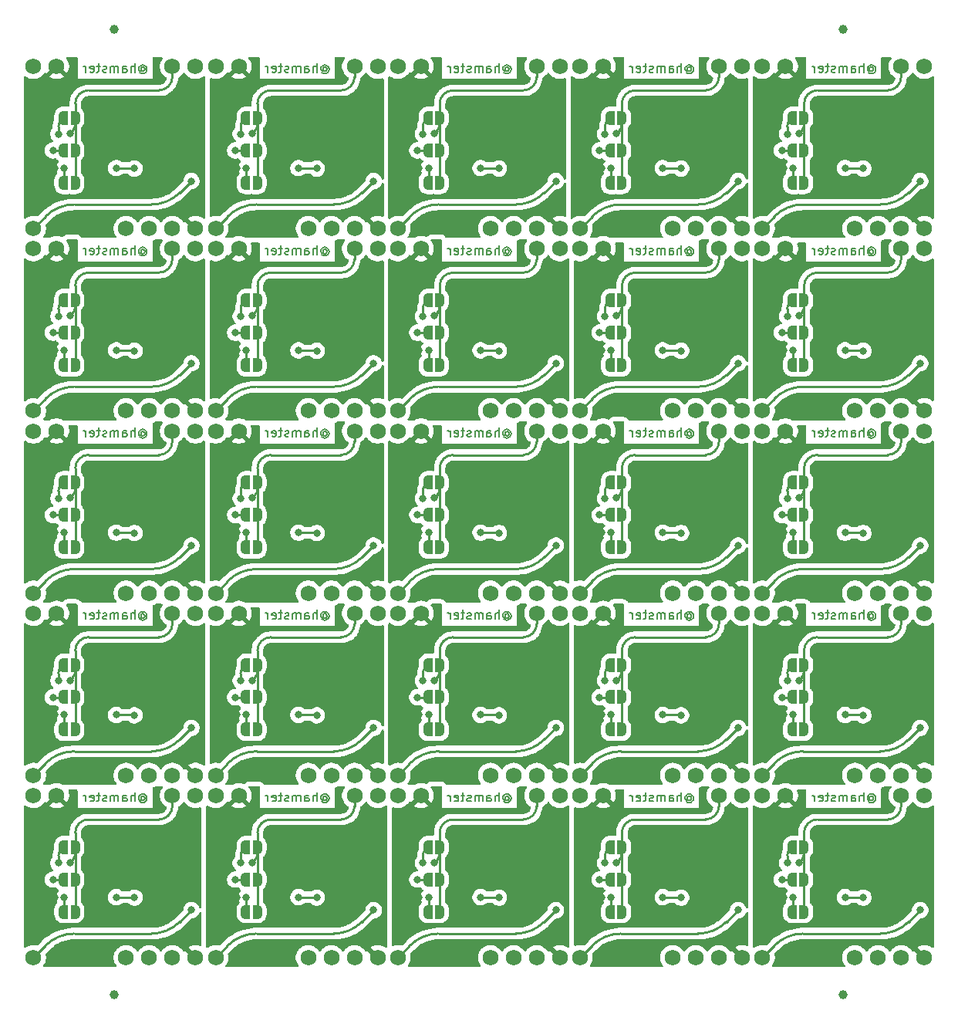
<source format=gbr>
%TF.GenerationSoftware,KiCad,Pcbnew,9.0.1*%
%TF.CreationDate,2025-08-07T10:54:25-06:00*%
%TF.ProjectId,bhc-panel,6268632d-7061-46e6-956c-2e6b69636164,rev?*%
%TF.SameCoordinates,PX5defda0PY9a7ec80*%
%TF.FileFunction,Copper,L2,Bot*%
%TF.FilePolarity,Positive*%
%FSLAX46Y46*%
G04 Gerber Fmt 4.6, Leading zero omitted, Abs format (unit mm)*
G04 Created by KiCad (PCBNEW 9.0.1) date 2025-08-07 10:54:25*
%MOMM*%
%LPD*%
G01*
G04 APERTURE LIST*
G04 Aperture macros list*
%AMFreePoly0*
4,1,23,0.500000,-0.750000,0.000000,-0.750000,0.000000,-0.745722,-0.065263,-0.745722,-0.191342,-0.711940,-0.304381,-0.646677,-0.396677,-0.554381,-0.461940,-0.441342,-0.495722,-0.315263,-0.495722,-0.250000,-0.500000,-0.250000,-0.500000,0.250000,-0.495722,0.250000,-0.495722,0.315263,-0.461940,0.441342,-0.396677,0.554381,-0.304381,0.646677,-0.191342,0.711940,-0.065263,0.745722,0.000000,0.745722,
0.000000,0.750000,0.500000,0.750000,0.500000,-0.750000,0.500000,-0.750000,$1*%
%AMFreePoly1*
4,1,23,0.000000,0.745722,0.065263,0.745722,0.191342,0.711940,0.304381,0.646677,0.396677,0.554381,0.461940,0.441342,0.495722,0.315263,0.495722,0.250000,0.500000,0.250000,0.500000,-0.250000,0.495722,-0.250000,0.495722,-0.315263,0.461940,-0.441342,0.396677,-0.554381,0.304381,-0.646677,0.191342,-0.711940,0.065263,-0.745722,0.000000,-0.745722,0.000000,-0.750000,-0.500000,-0.750000,
-0.500000,0.750000,0.000000,0.750000,0.000000,0.745722,0.000000,0.745722,$1*%
G04 Aperture macros list end*
%ADD10C,0.200000*%
%TA.AperFunction,NonConductor*%
%ADD11C,0.200000*%
%TD*%
%TA.AperFunction,ComponentPad*%
%ADD12C,1.750000*%
%TD*%
%TA.AperFunction,SMDPad,CuDef*%
%ADD13FreePoly0,180.000000*%
%TD*%
%TA.AperFunction,SMDPad,CuDef*%
%ADD14FreePoly1,180.000000*%
%TD*%
%TA.AperFunction,SMDPad,CuDef*%
%ADD15C,1.000000*%
%TD*%
%TA.AperFunction,ViaPad*%
%ADD16C,0.800000*%
%TD*%
%TA.AperFunction,Conductor*%
%ADD17C,0.250000*%
%TD*%
G04 APERTURE END LIST*
D10*
D11*
X72886279Y105733972D02*
X72933898Y105781591D01*
X72933898Y105781591D02*
X73029136Y105829210D01*
X73029136Y105829210D02*
X73124374Y105829210D01*
X73124374Y105829210D02*
X73219612Y105781591D01*
X73219612Y105781591D02*
X73267231Y105733972D01*
X73267231Y105733972D02*
X73314850Y105638734D01*
X73314850Y105638734D02*
X73314850Y105543496D01*
X73314850Y105543496D02*
X73267231Y105448258D01*
X73267231Y105448258D02*
X73219612Y105400639D01*
X73219612Y105400639D02*
X73124374Y105353020D01*
X73124374Y105353020D02*
X73029136Y105353020D01*
X73029136Y105353020D02*
X72933898Y105400639D01*
X72933898Y105400639D02*
X72886279Y105448258D01*
X72886279Y105829210D02*
X72886279Y105448258D01*
X72886279Y105448258D02*
X72838660Y105400639D01*
X72838660Y105400639D02*
X72791041Y105400639D01*
X72791041Y105400639D02*
X72695802Y105448258D01*
X72695802Y105448258D02*
X72648183Y105543496D01*
X72648183Y105543496D02*
X72648183Y105781591D01*
X72648183Y105781591D02*
X72743422Y105924448D01*
X72743422Y105924448D02*
X72886279Y106019686D01*
X72886279Y106019686D02*
X73076755Y106067305D01*
X73076755Y106067305D02*
X73267231Y106019686D01*
X73267231Y106019686D02*
X73410088Y105924448D01*
X73410088Y105924448D02*
X73505326Y105781591D01*
X73505326Y105781591D02*
X73552945Y105591115D01*
X73552945Y105591115D02*
X73505326Y105400639D01*
X73505326Y105400639D02*
X73410088Y105257781D01*
X73410088Y105257781D02*
X73267231Y105162543D01*
X73267231Y105162543D02*
X73076755Y105114924D01*
X73076755Y105114924D02*
X72886279Y105162543D01*
X72886279Y105162543D02*
X72743422Y105257781D01*
X72219612Y105257781D02*
X72219612Y106257781D01*
X71791041Y105257781D02*
X71791041Y105781591D01*
X71791041Y105781591D02*
X71838660Y105876829D01*
X71838660Y105876829D02*
X71933898Y105924448D01*
X71933898Y105924448D02*
X72076755Y105924448D01*
X72076755Y105924448D02*
X72171993Y105876829D01*
X72171993Y105876829D02*
X72219612Y105829210D01*
X70886279Y105257781D02*
X70886279Y105781591D01*
X70886279Y105781591D02*
X70933898Y105876829D01*
X70933898Y105876829D02*
X71029136Y105924448D01*
X71029136Y105924448D02*
X71219612Y105924448D01*
X71219612Y105924448D02*
X71314850Y105876829D01*
X70886279Y105305400D02*
X70981517Y105257781D01*
X70981517Y105257781D02*
X71219612Y105257781D01*
X71219612Y105257781D02*
X71314850Y105305400D01*
X71314850Y105305400D02*
X71362469Y105400639D01*
X71362469Y105400639D02*
X71362469Y105495877D01*
X71362469Y105495877D02*
X71314850Y105591115D01*
X71314850Y105591115D02*
X71219612Y105638734D01*
X71219612Y105638734D02*
X70981517Y105638734D01*
X70981517Y105638734D02*
X70886279Y105686353D01*
X70410088Y105257781D02*
X70410088Y105924448D01*
X70410088Y105829210D02*
X70362469Y105876829D01*
X70362469Y105876829D02*
X70267231Y105924448D01*
X70267231Y105924448D02*
X70124374Y105924448D01*
X70124374Y105924448D02*
X70029136Y105876829D01*
X70029136Y105876829D02*
X69981517Y105781591D01*
X69981517Y105781591D02*
X69981517Y105257781D01*
X69981517Y105781591D02*
X69933898Y105876829D01*
X69933898Y105876829D02*
X69838660Y105924448D01*
X69838660Y105924448D02*
X69695803Y105924448D01*
X69695803Y105924448D02*
X69600564Y105876829D01*
X69600564Y105876829D02*
X69552945Y105781591D01*
X69552945Y105781591D02*
X69552945Y105257781D01*
X69124374Y105305400D02*
X69029136Y105257781D01*
X69029136Y105257781D02*
X68838660Y105257781D01*
X68838660Y105257781D02*
X68743422Y105305400D01*
X68743422Y105305400D02*
X68695803Y105400639D01*
X68695803Y105400639D02*
X68695803Y105448258D01*
X68695803Y105448258D02*
X68743422Y105543496D01*
X68743422Y105543496D02*
X68838660Y105591115D01*
X68838660Y105591115D02*
X68981517Y105591115D01*
X68981517Y105591115D02*
X69076755Y105638734D01*
X69076755Y105638734D02*
X69124374Y105733972D01*
X69124374Y105733972D02*
X69124374Y105781591D01*
X69124374Y105781591D02*
X69076755Y105876829D01*
X69076755Y105876829D02*
X68981517Y105924448D01*
X68981517Y105924448D02*
X68838660Y105924448D01*
X68838660Y105924448D02*
X68743422Y105876829D01*
X68410088Y105924448D02*
X68029136Y105924448D01*
X68267231Y106257781D02*
X68267231Y105400639D01*
X68267231Y105400639D02*
X68219612Y105305400D01*
X68219612Y105305400D02*
X68124374Y105257781D01*
X68124374Y105257781D02*
X68029136Y105257781D01*
X67314850Y105305400D02*
X67410088Y105257781D01*
X67410088Y105257781D02*
X67600564Y105257781D01*
X67600564Y105257781D02*
X67695802Y105305400D01*
X67695802Y105305400D02*
X67743421Y105400639D01*
X67743421Y105400639D02*
X67743421Y105781591D01*
X67743421Y105781591D02*
X67695802Y105876829D01*
X67695802Y105876829D02*
X67600564Y105924448D01*
X67600564Y105924448D02*
X67410088Y105924448D01*
X67410088Y105924448D02*
X67314850Y105876829D01*
X67314850Y105876829D02*
X67267231Y105781591D01*
X67267231Y105781591D02*
X67267231Y105686353D01*
X67267231Y105686353D02*
X67743421Y105591115D01*
X66838659Y105257781D02*
X66838659Y105924448D01*
X66838659Y105733972D02*
X66791040Y105829210D01*
X66791040Y105829210D02*
X66743421Y105876829D01*
X66743421Y105876829D02*
X66648183Y105924448D01*
X66648183Y105924448D02*
X66552945Y105924448D01*
D10*
D11*
X92886279Y65733972D02*
X92933898Y65781591D01*
X92933898Y65781591D02*
X93029136Y65829210D01*
X93029136Y65829210D02*
X93124374Y65829210D01*
X93124374Y65829210D02*
X93219612Y65781591D01*
X93219612Y65781591D02*
X93267231Y65733972D01*
X93267231Y65733972D02*
X93314850Y65638734D01*
X93314850Y65638734D02*
X93314850Y65543496D01*
X93314850Y65543496D02*
X93267231Y65448258D01*
X93267231Y65448258D02*
X93219612Y65400639D01*
X93219612Y65400639D02*
X93124374Y65353020D01*
X93124374Y65353020D02*
X93029136Y65353020D01*
X93029136Y65353020D02*
X92933898Y65400639D01*
X92933898Y65400639D02*
X92886279Y65448258D01*
X92886279Y65829210D02*
X92886279Y65448258D01*
X92886279Y65448258D02*
X92838660Y65400639D01*
X92838660Y65400639D02*
X92791041Y65400639D01*
X92791041Y65400639D02*
X92695802Y65448258D01*
X92695802Y65448258D02*
X92648183Y65543496D01*
X92648183Y65543496D02*
X92648183Y65781591D01*
X92648183Y65781591D02*
X92743422Y65924448D01*
X92743422Y65924448D02*
X92886279Y66019686D01*
X92886279Y66019686D02*
X93076755Y66067305D01*
X93076755Y66067305D02*
X93267231Y66019686D01*
X93267231Y66019686D02*
X93410088Y65924448D01*
X93410088Y65924448D02*
X93505326Y65781591D01*
X93505326Y65781591D02*
X93552945Y65591115D01*
X93552945Y65591115D02*
X93505326Y65400639D01*
X93505326Y65400639D02*
X93410088Y65257781D01*
X93410088Y65257781D02*
X93267231Y65162543D01*
X93267231Y65162543D02*
X93076755Y65114924D01*
X93076755Y65114924D02*
X92886279Y65162543D01*
X92886279Y65162543D02*
X92743422Y65257781D01*
X92219612Y65257781D02*
X92219612Y66257781D01*
X91791041Y65257781D02*
X91791041Y65781591D01*
X91791041Y65781591D02*
X91838660Y65876829D01*
X91838660Y65876829D02*
X91933898Y65924448D01*
X91933898Y65924448D02*
X92076755Y65924448D01*
X92076755Y65924448D02*
X92171993Y65876829D01*
X92171993Y65876829D02*
X92219612Y65829210D01*
X90886279Y65257781D02*
X90886279Y65781591D01*
X90886279Y65781591D02*
X90933898Y65876829D01*
X90933898Y65876829D02*
X91029136Y65924448D01*
X91029136Y65924448D02*
X91219612Y65924448D01*
X91219612Y65924448D02*
X91314850Y65876829D01*
X90886279Y65305400D02*
X90981517Y65257781D01*
X90981517Y65257781D02*
X91219612Y65257781D01*
X91219612Y65257781D02*
X91314850Y65305400D01*
X91314850Y65305400D02*
X91362469Y65400639D01*
X91362469Y65400639D02*
X91362469Y65495877D01*
X91362469Y65495877D02*
X91314850Y65591115D01*
X91314850Y65591115D02*
X91219612Y65638734D01*
X91219612Y65638734D02*
X90981517Y65638734D01*
X90981517Y65638734D02*
X90886279Y65686353D01*
X90410088Y65257781D02*
X90410088Y65924448D01*
X90410088Y65829210D02*
X90362469Y65876829D01*
X90362469Y65876829D02*
X90267231Y65924448D01*
X90267231Y65924448D02*
X90124374Y65924448D01*
X90124374Y65924448D02*
X90029136Y65876829D01*
X90029136Y65876829D02*
X89981517Y65781591D01*
X89981517Y65781591D02*
X89981517Y65257781D01*
X89981517Y65781591D02*
X89933898Y65876829D01*
X89933898Y65876829D02*
X89838660Y65924448D01*
X89838660Y65924448D02*
X89695803Y65924448D01*
X89695803Y65924448D02*
X89600564Y65876829D01*
X89600564Y65876829D02*
X89552945Y65781591D01*
X89552945Y65781591D02*
X89552945Y65257781D01*
X89124374Y65305400D02*
X89029136Y65257781D01*
X89029136Y65257781D02*
X88838660Y65257781D01*
X88838660Y65257781D02*
X88743422Y65305400D01*
X88743422Y65305400D02*
X88695803Y65400639D01*
X88695803Y65400639D02*
X88695803Y65448258D01*
X88695803Y65448258D02*
X88743422Y65543496D01*
X88743422Y65543496D02*
X88838660Y65591115D01*
X88838660Y65591115D02*
X88981517Y65591115D01*
X88981517Y65591115D02*
X89076755Y65638734D01*
X89076755Y65638734D02*
X89124374Y65733972D01*
X89124374Y65733972D02*
X89124374Y65781591D01*
X89124374Y65781591D02*
X89076755Y65876829D01*
X89076755Y65876829D02*
X88981517Y65924448D01*
X88981517Y65924448D02*
X88838660Y65924448D01*
X88838660Y65924448D02*
X88743422Y65876829D01*
X88410088Y65924448D02*
X88029136Y65924448D01*
X88267231Y66257781D02*
X88267231Y65400639D01*
X88267231Y65400639D02*
X88219612Y65305400D01*
X88219612Y65305400D02*
X88124374Y65257781D01*
X88124374Y65257781D02*
X88029136Y65257781D01*
X87314850Y65305400D02*
X87410088Y65257781D01*
X87410088Y65257781D02*
X87600564Y65257781D01*
X87600564Y65257781D02*
X87695802Y65305400D01*
X87695802Y65305400D02*
X87743421Y65400639D01*
X87743421Y65400639D02*
X87743421Y65781591D01*
X87743421Y65781591D02*
X87695802Y65876829D01*
X87695802Y65876829D02*
X87600564Y65924448D01*
X87600564Y65924448D02*
X87410088Y65924448D01*
X87410088Y65924448D02*
X87314850Y65876829D01*
X87314850Y65876829D02*
X87267231Y65781591D01*
X87267231Y65781591D02*
X87267231Y65686353D01*
X87267231Y65686353D02*
X87743421Y65591115D01*
X86838659Y65257781D02*
X86838659Y65924448D01*
X86838659Y65733972D02*
X86791040Y65829210D01*
X86791040Y65829210D02*
X86743421Y65876829D01*
X86743421Y65876829D02*
X86648183Y65924448D01*
X86648183Y65924448D02*
X86552945Y65924448D01*
D10*
D11*
X32886279Y105733972D02*
X32933898Y105781591D01*
X32933898Y105781591D02*
X33029136Y105829210D01*
X33029136Y105829210D02*
X33124374Y105829210D01*
X33124374Y105829210D02*
X33219612Y105781591D01*
X33219612Y105781591D02*
X33267231Y105733972D01*
X33267231Y105733972D02*
X33314850Y105638734D01*
X33314850Y105638734D02*
X33314850Y105543496D01*
X33314850Y105543496D02*
X33267231Y105448258D01*
X33267231Y105448258D02*
X33219612Y105400639D01*
X33219612Y105400639D02*
X33124374Y105353020D01*
X33124374Y105353020D02*
X33029136Y105353020D01*
X33029136Y105353020D02*
X32933898Y105400639D01*
X32933898Y105400639D02*
X32886279Y105448258D01*
X32886279Y105829210D02*
X32886279Y105448258D01*
X32886279Y105448258D02*
X32838660Y105400639D01*
X32838660Y105400639D02*
X32791041Y105400639D01*
X32791041Y105400639D02*
X32695802Y105448258D01*
X32695802Y105448258D02*
X32648183Y105543496D01*
X32648183Y105543496D02*
X32648183Y105781591D01*
X32648183Y105781591D02*
X32743422Y105924448D01*
X32743422Y105924448D02*
X32886279Y106019686D01*
X32886279Y106019686D02*
X33076755Y106067305D01*
X33076755Y106067305D02*
X33267231Y106019686D01*
X33267231Y106019686D02*
X33410088Y105924448D01*
X33410088Y105924448D02*
X33505326Y105781591D01*
X33505326Y105781591D02*
X33552945Y105591115D01*
X33552945Y105591115D02*
X33505326Y105400639D01*
X33505326Y105400639D02*
X33410088Y105257781D01*
X33410088Y105257781D02*
X33267231Y105162543D01*
X33267231Y105162543D02*
X33076755Y105114924D01*
X33076755Y105114924D02*
X32886279Y105162543D01*
X32886279Y105162543D02*
X32743422Y105257781D01*
X32219612Y105257781D02*
X32219612Y106257781D01*
X31791041Y105257781D02*
X31791041Y105781591D01*
X31791041Y105781591D02*
X31838660Y105876829D01*
X31838660Y105876829D02*
X31933898Y105924448D01*
X31933898Y105924448D02*
X32076755Y105924448D01*
X32076755Y105924448D02*
X32171993Y105876829D01*
X32171993Y105876829D02*
X32219612Y105829210D01*
X30886279Y105257781D02*
X30886279Y105781591D01*
X30886279Y105781591D02*
X30933898Y105876829D01*
X30933898Y105876829D02*
X31029136Y105924448D01*
X31029136Y105924448D02*
X31219612Y105924448D01*
X31219612Y105924448D02*
X31314850Y105876829D01*
X30886279Y105305400D02*
X30981517Y105257781D01*
X30981517Y105257781D02*
X31219612Y105257781D01*
X31219612Y105257781D02*
X31314850Y105305400D01*
X31314850Y105305400D02*
X31362469Y105400639D01*
X31362469Y105400639D02*
X31362469Y105495877D01*
X31362469Y105495877D02*
X31314850Y105591115D01*
X31314850Y105591115D02*
X31219612Y105638734D01*
X31219612Y105638734D02*
X30981517Y105638734D01*
X30981517Y105638734D02*
X30886279Y105686353D01*
X30410088Y105257781D02*
X30410088Y105924448D01*
X30410088Y105829210D02*
X30362469Y105876829D01*
X30362469Y105876829D02*
X30267231Y105924448D01*
X30267231Y105924448D02*
X30124374Y105924448D01*
X30124374Y105924448D02*
X30029136Y105876829D01*
X30029136Y105876829D02*
X29981517Y105781591D01*
X29981517Y105781591D02*
X29981517Y105257781D01*
X29981517Y105781591D02*
X29933898Y105876829D01*
X29933898Y105876829D02*
X29838660Y105924448D01*
X29838660Y105924448D02*
X29695803Y105924448D01*
X29695803Y105924448D02*
X29600564Y105876829D01*
X29600564Y105876829D02*
X29552945Y105781591D01*
X29552945Y105781591D02*
X29552945Y105257781D01*
X29124374Y105305400D02*
X29029136Y105257781D01*
X29029136Y105257781D02*
X28838660Y105257781D01*
X28838660Y105257781D02*
X28743422Y105305400D01*
X28743422Y105305400D02*
X28695803Y105400639D01*
X28695803Y105400639D02*
X28695803Y105448258D01*
X28695803Y105448258D02*
X28743422Y105543496D01*
X28743422Y105543496D02*
X28838660Y105591115D01*
X28838660Y105591115D02*
X28981517Y105591115D01*
X28981517Y105591115D02*
X29076755Y105638734D01*
X29076755Y105638734D02*
X29124374Y105733972D01*
X29124374Y105733972D02*
X29124374Y105781591D01*
X29124374Y105781591D02*
X29076755Y105876829D01*
X29076755Y105876829D02*
X28981517Y105924448D01*
X28981517Y105924448D02*
X28838660Y105924448D01*
X28838660Y105924448D02*
X28743422Y105876829D01*
X28410088Y105924448D02*
X28029136Y105924448D01*
X28267231Y106257781D02*
X28267231Y105400639D01*
X28267231Y105400639D02*
X28219612Y105305400D01*
X28219612Y105305400D02*
X28124374Y105257781D01*
X28124374Y105257781D02*
X28029136Y105257781D01*
X27314850Y105305400D02*
X27410088Y105257781D01*
X27410088Y105257781D02*
X27600564Y105257781D01*
X27600564Y105257781D02*
X27695802Y105305400D01*
X27695802Y105305400D02*
X27743421Y105400639D01*
X27743421Y105400639D02*
X27743421Y105781591D01*
X27743421Y105781591D02*
X27695802Y105876829D01*
X27695802Y105876829D02*
X27600564Y105924448D01*
X27600564Y105924448D02*
X27410088Y105924448D01*
X27410088Y105924448D02*
X27314850Y105876829D01*
X27314850Y105876829D02*
X27267231Y105781591D01*
X27267231Y105781591D02*
X27267231Y105686353D01*
X27267231Y105686353D02*
X27743421Y105591115D01*
X26838659Y105257781D02*
X26838659Y105924448D01*
X26838659Y105733972D02*
X26791040Y105829210D01*
X26791040Y105829210D02*
X26743421Y105876829D01*
X26743421Y105876829D02*
X26648183Y105924448D01*
X26648183Y105924448D02*
X26552945Y105924448D01*
D10*
D11*
X12886279Y105733972D02*
X12933898Y105781591D01*
X12933898Y105781591D02*
X13029136Y105829210D01*
X13029136Y105829210D02*
X13124374Y105829210D01*
X13124374Y105829210D02*
X13219612Y105781591D01*
X13219612Y105781591D02*
X13267231Y105733972D01*
X13267231Y105733972D02*
X13314850Y105638734D01*
X13314850Y105638734D02*
X13314850Y105543496D01*
X13314850Y105543496D02*
X13267231Y105448258D01*
X13267231Y105448258D02*
X13219612Y105400639D01*
X13219612Y105400639D02*
X13124374Y105353020D01*
X13124374Y105353020D02*
X13029136Y105353020D01*
X13029136Y105353020D02*
X12933898Y105400639D01*
X12933898Y105400639D02*
X12886279Y105448258D01*
X12886279Y105829210D02*
X12886279Y105448258D01*
X12886279Y105448258D02*
X12838660Y105400639D01*
X12838660Y105400639D02*
X12791041Y105400639D01*
X12791041Y105400639D02*
X12695802Y105448258D01*
X12695802Y105448258D02*
X12648183Y105543496D01*
X12648183Y105543496D02*
X12648183Y105781591D01*
X12648183Y105781591D02*
X12743422Y105924448D01*
X12743422Y105924448D02*
X12886279Y106019686D01*
X12886279Y106019686D02*
X13076755Y106067305D01*
X13076755Y106067305D02*
X13267231Y106019686D01*
X13267231Y106019686D02*
X13410088Y105924448D01*
X13410088Y105924448D02*
X13505326Y105781591D01*
X13505326Y105781591D02*
X13552945Y105591115D01*
X13552945Y105591115D02*
X13505326Y105400639D01*
X13505326Y105400639D02*
X13410088Y105257781D01*
X13410088Y105257781D02*
X13267231Y105162543D01*
X13267231Y105162543D02*
X13076755Y105114924D01*
X13076755Y105114924D02*
X12886279Y105162543D01*
X12886279Y105162543D02*
X12743422Y105257781D01*
X12219612Y105257781D02*
X12219612Y106257781D01*
X11791041Y105257781D02*
X11791041Y105781591D01*
X11791041Y105781591D02*
X11838660Y105876829D01*
X11838660Y105876829D02*
X11933898Y105924448D01*
X11933898Y105924448D02*
X12076755Y105924448D01*
X12076755Y105924448D02*
X12171993Y105876829D01*
X12171993Y105876829D02*
X12219612Y105829210D01*
X10886279Y105257781D02*
X10886279Y105781591D01*
X10886279Y105781591D02*
X10933898Y105876829D01*
X10933898Y105876829D02*
X11029136Y105924448D01*
X11029136Y105924448D02*
X11219612Y105924448D01*
X11219612Y105924448D02*
X11314850Y105876829D01*
X10886279Y105305400D02*
X10981517Y105257781D01*
X10981517Y105257781D02*
X11219612Y105257781D01*
X11219612Y105257781D02*
X11314850Y105305400D01*
X11314850Y105305400D02*
X11362469Y105400639D01*
X11362469Y105400639D02*
X11362469Y105495877D01*
X11362469Y105495877D02*
X11314850Y105591115D01*
X11314850Y105591115D02*
X11219612Y105638734D01*
X11219612Y105638734D02*
X10981517Y105638734D01*
X10981517Y105638734D02*
X10886279Y105686353D01*
X10410088Y105257781D02*
X10410088Y105924448D01*
X10410088Y105829210D02*
X10362469Y105876829D01*
X10362469Y105876829D02*
X10267231Y105924448D01*
X10267231Y105924448D02*
X10124374Y105924448D01*
X10124374Y105924448D02*
X10029136Y105876829D01*
X10029136Y105876829D02*
X9981517Y105781591D01*
X9981517Y105781591D02*
X9981517Y105257781D01*
X9981517Y105781591D02*
X9933898Y105876829D01*
X9933898Y105876829D02*
X9838660Y105924448D01*
X9838660Y105924448D02*
X9695803Y105924448D01*
X9695803Y105924448D02*
X9600564Y105876829D01*
X9600564Y105876829D02*
X9552945Y105781591D01*
X9552945Y105781591D02*
X9552945Y105257781D01*
X9124374Y105305400D02*
X9029136Y105257781D01*
X9029136Y105257781D02*
X8838660Y105257781D01*
X8838660Y105257781D02*
X8743422Y105305400D01*
X8743422Y105305400D02*
X8695803Y105400639D01*
X8695803Y105400639D02*
X8695803Y105448258D01*
X8695803Y105448258D02*
X8743422Y105543496D01*
X8743422Y105543496D02*
X8838660Y105591115D01*
X8838660Y105591115D02*
X8981517Y105591115D01*
X8981517Y105591115D02*
X9076755Y105638734D01*
X9076755Y105638734D02*
X9124374Y105733972D01*
X9124374Y105733972D02*
X9124374Y105781591D01*
X9124374Y105781591D02*
X9076755Y105876829D01*
X9076755Y105876829D02*
X8981517Y105924448D01*
X8981517Y105924448D02*
X8838660Y105924448D01*
X8838660Y105924448D02*
X8743422Y105876829D01*
X8410088Y105924448D02*
X8029136Y105924448D01*
X8267231Y106257781D02*
X8267231Y105400639D01*
X8267231Y105400639D02*
X8219612Y105305400D01*
X8219612Y105305400D02*
X8124374Y105257781D01*
X8124374Y105257781D02*
X8029136Y105257781D01*
X7314850Y105305400D02*
X7410088Y105257781D01*
X7410088Y105257781D02*
X7600564Y105257781D01*
X7600564Y105257781D02*
X7695802Y105305400D01*
X7695802Y105305400D02*
X7743421Y105400639D01*
X7743421Y105400639D02*
X7743421Y105781591D01*
X7743421Y105781591D02*
X7695802Y105876829D01*
X7695802Y105876829D02*
X7600564Y105924448D01*
X7600564Y105924448D02*
X7410088Y105924448D01*
X7410088Y105924448D02*
X7314850Y105876829D01*
X7314850Y105876829D02*
X7267231Y105781591D01*
X7267231Y105781591D02*
X7267231Y105686353D01*
X7267231Y105686353D02*
X7743421Y105591115D01*
X6838659Y105257781D02*
X6838659Y105924448D01*
X6838659Y105733972D02*
X6791040Y105829210D01*
X6791040Y105829210D02*
X6743421Y105876829D01*
X6743421Y105876829D02*
X6648183Y105924448D01*
X6648183Y105924448D02*
X6552945Y105924448D01*
D10*
D11*
X12886279Y45733972D02*
X12933898Y45781591D01*
X12933898Y45781591D02*
X13029136Y45829210D01*
X13029136Y45829210D02*
X13124374Y45829210D01*
X13124374Y45829210D02*
X13219612Y45781591D01*
X13219612Y45781591D02*
X13267231Y45733972D01*
X13267231Y45733972D02*
X13314850Y45638734D01*
X13314850Y45638734D02*
X13314850Y45543496D01*
X13314850Y45543496D02*
X13267231Y45448258D01*
X13267231Y45448258D02*
X13219612Y45400639D01*
X13219612Y45400639D02*
X13124374Y45353020D01*
X13124374Y45353020D02*
X13029136Y45353020D01*
X13029136Y45353020D02*
X12933898Y45400639D01*
X12933898Y45400639D02*
X12886279Y45448258D01*
X12886279Y45829210D02*
X12886279Y45448258D01*
X12886279Y45448258D02*
X12838660Y45400639D01*
X12838660Y45400639D02*
X12791041Y45400639D01*
X12791041Y45400639D02*
X12695802Y45448258D01*
X12695802Y45448258D02*
X12648183Y45543496D01*
X12648183Y45543496D02*
X12648183Y45781591D01*
X12648183Y45781591D02*
X12743422Y45924448D01*
X12743422Y45924448D02*
X12886279Y46019686D01*
X12886279Y46019686D02*
X13076755Y46067305D01*
X13076755Y46067305D02*
X13267231Y46019686D01*
X13267231Y46019686D02*
X13410088Y45924448D01*
X13410088Y45924448D02*
X13505326Y45781591D01*
X13505326Y45781591D02*
X13552945Y45591115D01*
X13552945Y45591115D02*
X13505326Y45400639D01*
X13505326Y45400639D02*
X13410088Y45257781D01*
X13410088Y45257781D02*
X13267231Y45162543D01*
X13267231Y45162543D02*
X13076755Y45114924D01*
X13076755Y45114924D02*
X12886279Y45162543D01*
X12886279Y45162543D02*
X12743422Y45257781D01*
X12219612Y45257781D02*
X12219612Y46257781D01*
X11791041Y45257781D02*
X11791041Y45781591D01*
X11791041Y45781591D02*
X11838660Y45876829D01*
X11838660Y45876829D02*
X11933898Y45924448D01*
X11933898Y45924448D02*
X12076755Y45924448D01*
X12076755Y45924448D02*
X12171993Y45876829D01*
X12171993Y45876829D02*
X12219612Y45829210D01*
X10886279Y45257781D02*
X10886279Y45781591D01*
X10886279Y45781591D02*
X10933898Y45876829D01*
X10933898Y45876829D02*
X11029136Y45924448D01*
X11029136Y45924448D02*
X11219612Y45924448D01*
X11219612Y45924448D02*
X11314850Y45876829D01*
X10886279Y45305400D02*
X10981517Y45257781D01*
X10981517Y45257781D02*
X11219612Y45257781D01*
X11219612Y45257781D02*
X11314850Y45305400D01*
X11314850Y45305400D02*
X11362469Y45400639D01*
X11362469Y45400639D02*
X11362469Y45495877D01*
X11362469Y45495877D02*
X11314850Y45591115D01*
X11314850Y45591115D02*
X11219612Y45638734D01*
X11219612Y45638734D02*
X10981517Y45638734D01*
X10981517Y45638734D02*
X10886279Y45686353D01*
X10410088Y45257781D02*
X10410088Y45924448D01*
X10410088Y45829210D02*
X10362469Y45876829D01*
X10362469Y45876829D02*
X10267231Y45924448D01*
X10267231Y45924448D02*
X10124374Y45924448D01*
X10124374Y45924448D02*
X10029136Y45876829D01*
X10029136Y45876829D02*
X9981517Y45781591D01*
X9981517Y45781591D02*
X9981517Y45257781D01*
X9981517Y45781591D02*
X9933898Y45876829D01*
X9933898Y45876829D02*
X9838660Y45924448D01*
X9838660Y45924448D02*
X9695803Y45924448D01*
X9695803Y45924448D02*
X9600564Y45876829D01*
X9600564Y45876829D02*
X9552945Y45781591D01*
X9552945Y45781591D02*
X9552945Y45257781D01*
X9124374Y45305400D02*
X9029136Y45257781D01*
X9029136Y45257781D02*
X8838660Y45257781D01*
X8838660Y45257781D02*
X8743422Y45305400D01*
X8743422Y45305400D02*
X8695803Y45400639D01*
X8695803Y45400639D02*
X8695803Y45448258D01*
X8695803Y45448258D02*
X8743422Y45543496D01*
X8743422Y45543496D02*
X8838660Y45591115D01*
X8838660Y45591115D02*
X8981517Y45591115D01*
X8981517Y45591115D02*
X9076755Y45638734D01*
X9076755Y45638734D02*
X9124374Y45733972D01*
X9124374Y45733972D02*
X9124374Y45781591D01*
X9124374Y45781591D02*
X9076755Y45876829D01*
X9076755Y45876829D02*
X8981517Y45924448D01*
X8981517Y45924448D02*
X8838660Y45924448D01*
X8838660Y45924448D02*
X8743422Y45876829D01*
X8410088Y45924448D02*
X8029136Y45924448D01*
X8267231Y46257781D02*
X8267231Y45400639D01*
X8267231Y45400639D02*
X8219612Y45305400D01*
X8219612Y45305400D02*
X8124374Y45257781D01*
X8124374Y45257781D02*
X8029136Y45257781D01*
X7314850Y45305400D02*
X7410088Y45257781D01*
X7410088Y45257781D02*
X7600564Y45257781D01*
X7600564Y45257781D02*
X7695802Y45305400D01*
X7695802Y45305400D02*
X7743421Y45400639D01*
X7743421Y45400639D02*
X7743421Y45781591D01*
X7743421Y45781591D02*
X7695802Y45876829D01*
X7695802Y45876829D02*
X7600564Y45924448D01*
X7600564Y45924448D02*
X7410088Y45924448D01*
X7410088Y45924448D02*
X7314850Y45876829D01*
X7314850Y45876829D02*
X7267231Y45781591D01*
X7267231Y45781591D02*
X7267231Y45686353D01*
X7267231Y45686353D02*
X7743421Y45591115D01*
X6838659Y45257781D02*
X6838659Y45924448D01*
X6838659Y45733972D02*
X6791040Y45829210D01*
X6791040Y45829210D02*
X6743421Y45876829D01*
X6743421Y45876829D02*
X6648183Y45924448D01*
X6648183Y45924448D02*
X6552945Y45924448D01*
D10*
D11*
X12886279Y85733972D02*
X12933898Y85781591D01*
X12933898Y85781591D02*
X13029136Y85829210D01*
X13029136Y85829210D02*
X13124374Y85829210D01*
X13124374Y85829210D02*
X13219612Y85781591D01*
X13219612Y85781591D02*
X13267231Y85733972D01*
X13267231Y85733972D02*
X13314850Y85638734D01*
X13314850Y85638734D02*
X13314850Y85543496D01*
X13314850Y85543496D02*
X13267231Y85448258D01*
X13267231Y85448258D02*
X13219612Y85400639D01*
X13219612Y85400639D02*
X13124374Y85353020D01*
X13124374Y85353020D02*
X13029136Y85353020D01*
X13029136Y85353020D02*
X12933898Y85400639D01*
X12933898Y85400639D02*
X12886279Y85448258D01*
X12886279Y85829210D02*
X12886279Y85448258D01*
X12886279Y85448258D02*
X12838660Y85400639D01*
X12838660Y85400639D02*
X12791041Y85400639D01*
X12791041Y85400639D02*
X12695802Y85448258D01*
X12695802Y85448258D02*
X12648183Y85543496D01*
X12648183Y85543496D02*
X12648183Y85781591D01*
X12648183Y85781591D02*
X12743422Y85924448D01*
X12743422Y85924448D02*
X12886279Y86019686D01*
X12886279Y86019686D02*
X13076755Y86067305D01*
X13076755Y86067305D02*
X13267231Y86019686D01*
X13267231Y86019686D02*
X13410088Y85924448D01*
X13410088Y85924448D02*
X13505326Y85781591D01*
X13505326Y85781591D02*
X13552945Y85591115D01*
X13552945Y85591115D02*
X13505326Y85400639D01*
X13505326Y85400639D02*
X13410088Y85257781D01*
X13410088Y85257781D02*
X13267231Y85162543D01*
X13267231Y85162543D02*
X13076755Y85114924D01*
X13076755Y85114924D02*
X12886279Y85162543D01*
X12886279Y85162543D02*
X12743422Y85257781D01*
X12219612Y85257781D02*
X12219612Y86257781D01*
X11791041Y85257781D02*
X11791041Y85781591D01*
X11791041Y85781591D02*
X11838660Y85876829D01*
X11838660Y85876829D02*
X11933898Y85924448D01*
X11933898Y85924448D02*
X12076755Y85924448D01*
X12076755Y85924448D02*
X12171993Y85876829D01*
X12171993Y85876829D02*
X12219612Y85829210D01*
X10886279Y85257781D02*
X10886279Y85781591D01*
X10886279Y85781591D02*
X10933898Y85876829D01*
X10933898Y85876829D02*
X11029136Y85924448D01*
X11029136Y85924448D02*
X11219612Y85924448D01*
X11219612Y85924448D02*
X11314850Y85876829D01*
X10886279Y85305400D02*
X10981517Y85257781D01*
X10981517Y85257781D02*
X11219612Y85257781D01*
X11219612Y85257781D02*
X11314850Y85305400D01*
X11314850Y85305400D02*
X11362469Y85400639D01*
X11362469Y85400639D02*
X11362469Y85495877D01*
X11362469Y85495877D02*
X11314850Y85591115D01*
X11314850Y85591115D02*
X11219612Y85638734D01*
X11219612Y85638734D02*
X10981517Y85638734D01*
X10981517Y85638734D02*
X10886279Y85686353D01*
X10410088Y85257781D02*
X10410088Y85924448D01*
X10410088Y85829210D02*
X10362469Y85876829D01*
X10362469Y85876829D02*
X10267231Y85924448D01*
X10267231Y85924448D02*
X10124374Y85924448D01*
X10124374Y85924448D02*
X10029136Y85876829D01*
X10029136Y85876829D02*
X9981517Y85781591D01*
X9981517Y85781591D02*
X9981517Y85257781D01*
X9981517Y85781591D02*
X9933898Y85876829D01*
X9933898Y85876829D02*
X9838660Y85924448D01*
X9838660Y85924448D02*
X9695803Y85924448D01*
X9695803Y85924448D02*
X9600564Y85876829D01*
X9600564Y85876829D02*
X9552945Y85781591D01*
X9552945Y85781591D02*
X9552945Y85257781D01*
X9124374Y85305400D02*
X9029136Y85257781D01*
X9029136Y85257781D02*
X8838660Y85257781D01*
X8838660Y85257781D02*
X8743422Y85305400D01*
X8743422Y85305400D02*
X8695803Y85400639D01*
X8695803Y85400639D02*
X8695803Y85448258D01*
X8695803Y85448258D02*
X8743422Y85543496D01*
X8743422Y85543496D02*
X8838660Y85591115D01*
X8838660Y85591115D02*
X8981517Y85591115D01*
X8981517Y85591115D02*
X9076755Y85638734D01*
X9076755Y85638734D02*
X9124374Y85733972D01*
X9124374Y85733972D02*
X9124374Y85781591D01*
X9124374Y85781591D02*
X9076755Y85876829D01*
X9076755Y85876829D02*
X8981517Y85924448D01*
X8981517Y85924448D02*
X8838660Y85924448D01*
X8838660Y85924448D02*
X8743422Y85876829D01*
X8410088Y85924448D02*
X8029136Y85924448D01*
X8267231Y86257781D02*
X8267231Y85400639D01*
X8267231Y85400639D02*
X8219612Y85305400D01*
X8219612Y85305400D02*
X8124374Y85257781D01*
X8124374Y85257781D02*
X8029136Y85257781D01*
X7314850Y85305400D02*
X7410088Y85257781D01*
X7410088Y85257781D02*
X7600564Y85257781D01*
X7600564Y85257781D02*
X7695802Y85305400D01*
X7695802Y85305400D02*
X7743421Y85400639D01*
X7743421Y85400639D02*
X7743421Y85781591D01*
X7743421Y85781591D02*
X7695802Y85876829D01*
X7695802Y85876829D02*
X7600564Y85924448D01*
X7600564Y85924448D02*
X7410088Y85924448D01*
X7410088Y85924448D02*
X7314850Y85876829D01*
X7314850Y85876829D02*
X7267231Y85781591D01*
X7267231Y85781591D02*
X7267231Y85686353D01*
X7267231Y85686353D02*
X7743421Y85591115D01*
X6838659Y85257781D02*
X6838659Y85924448D01*
X6838659Y85733972D02*
X6791040Y85829210D01*
X6791040Y85829210D02*
X6743421Y85876829D01*
X6743421Y85876829D02*
X6648183Y85924448D01*
X6648183Y85924448D02*
X6552945Y85924448D01*
D10*
D11*
X92886279Y45733972D02*
X92933898Y45781591D01*
X92933898Y45781591D02*
X93029136Y45829210D01*
X93029136Y45829210D02*
X93124374Y45829210D01*
X93124374Y45829210D02*
X93219612Y45781591D01*
X93219612Y45781591D02*
X93267231Y45733972D01*
X93267231Y45733972D02*
X93314850Y45638734D01*
X93314850Y45638734D02*
X93314850Y45543496D01*
X93314850Y45543496D02*
X93267231Y45448258D01*
X93267231Y45448258D02*
X93219612Y45400639D01*
X93219612Y45400639D02*
X93124374Y45353020D01*
X93124374Y45353020D02*
X93029136Y45353020D01*
X93029136Y45353020D02*
X92933898Y45400639D01*
X92933898Y45400639D02*
X92886279Y45448258D01*
X92886279Y45829210D02*
X92886279Y45448258D01*
X92886279Y45448258D02*
X92838660Y45400639D01*
X92838660Y45400639D02*
X92791041Y45400639D01*
X92791041Y45400639D02*
X92695802Y45448258D01*
X92695802Y45448258D02*
X92648183Y45543496D01*
X92648183Y45543496D02*
X92648183Y45781591D01*
X92648183Y45781591D02*
X92743422Y45924448D01*
X92743422Y45924448D02*
X92886279Y46019686D01*
X92886279Y46019686D02*
X93076755Y46067305D01*
X93076755Y46067305D02*
X93267231Y46019686D01*
X93267231Y46019686D02*
X93410088Y45924448D01*
X93410088Y45924448D02*
X93505326Y45781591D01*
X93505326Y45781591D02*
X93552945Y45591115D01*
X93552945Y45591115D02*
X93505326Y45400639D01*
X93505326Y45400639D02*
X93410088Y45257781D01*
X93410088Y45257781D02*
X93267231Y45162543D01*
X93267231Y45162543D02*
X93076755Y45114924D01*
X93076755Y45114924D02*
X92886279Y45162543D01*
X92886279Y45162543D02*
X92743422Y45257781D01*
X92219612Y45257781D02*
X92219612Y46257781D01*
X91791041Y45257781D02*
X91791041Y45781591D01*
X91791041Y45781591D02*
X91838660Y45876829D01*
X91838660Y45876829D02*
X91933898Y45924448D01*
X91933898Y45924448D02*
X92076755Y45924448D01*
X92076755Y45924448D02*
X92171993Y45876829D01*
X92171993Y45876829D02*
X92219612Y45829210D01*
X90886279Y45257781D02*
X90886279Y45781591D01*
X90886279Y45781591D02*
X90933898Y45876829D01*
X90933898Y45876829D02*
X91029136Y45924448D01*
X91029136Y45924448D02*
X91219612Y45924448D01*
X91219612Y45924448D02*
X91314850Y45876829D01*
X90886279Y45305400D02*
X90981517Y45257781D01*
X90981517Y45257781D02*
X91219612Y45257781D01*
X91219612Y45257781D02*
X91314850Y45305400D01*
X91314850Y45305400D02*
X91362469Y45400639D01*
X91362469Y45400639D02*
X91362469Y45495877D01*
X91362469Y45495877D02*
X91314850Y45591115D01*
X91314850Y45591115D02*
X91219612Y45638734D01*
X91219612Y45638734D02*
X90981517Y45638734D01*
X90981517Y45638734D02*
X90886279Y45686353D01*
X90410088Y45257781D02*
X90410088Y45924448D01*
X90410088Y45829210D02*
X90362469Y45876829D01*
X90362469Y45876829D02*
X90267231Y45924448D01*
X90267231Y45924448D02*
X90124374Y45924448D01*
X90124374Y45924448D02*
X90029136Y45876829D01*
X90029136Y45876829D02*
X89981517Y45781591D01*
X89981517Y45781591D02*
X89981517Y45257781D01*
X89981517Y45781591D02*
X89933898Y45876829D01*
X89933898Y45876829D02*
X89838660Y45924448D01*
X89838660Y45924448D02*
X89695803Y45924448D01*
X89695803Y45924448D02*
X89600564Y45876829D01*
X89600564Y45876829D02*
X89552945Y45781591D01*
X89552945Y45781591D02*
X89552945Y45257781D01*
X89124374Y45305400D02*
X89029136Y45257781D01*
X89029136Y45257781D02*
X88838660Y45257781D01*
X88838660Y45257781D02*
X88743422Y45305400D01*
X88743422Y45305400D02*
X88695803Y45400639D01*
X88695803Y45400639D02*
X88695803Y45448258D01*
X88695803Y45448258D02*
X88743422Y45543496D01*
X88743422Y45543496D02*
X88838660Y45591115D01*
X88838660Y45591115D02*
X88981517Y45591115D01*
X88981517Y45591115D02*
X89076755Y45638734D01*
X89076755Y45638734D02*
X89124374Y45733972D01*
X89124374Y45733972D02*
X89124374Y45781591D01*
X89124374Y45781591D02*
X89076755Y45876829D01*
X89076755Y45876829D02*
X88981517Y45924448D01*
X88981517Y45924448D02*
X88838660Y45924448D01*
X88838660Y45924448D02*
X88743422Y45876829D01*
X88410088Y45924448D02*
X88029136Y45924448D01*
X88267231Y46257781D02*
X88267231Y45400639D01*
X88267231Y45400639D02*
X88219612Y45305400D01*
X88219612Y45305400D02*
X88124374Y45257781D01*
X88124374Y45257781D02*
X88029136Y45257781D01*
X87314850Y45305400D02*
X87410088Y45257781D01*
X87410088Y45257781D02*
X87600564Y45257781D01*
X87600564Y45257781D02*
X87695802Y45305400D01*
X87695802Y45305400D02*
X87743421Y45400639D01*
X87743421Y45400639D02*
X87743421Y45781591D01*
X87743421Y45781591D02*
X87695802Y45876829D01*
X87695802Y45876829D02*
X87600564Y45924448D01*
X87600564Y45924448D02*
X87410088Y45924448D01*
X87410088Y45924448D02*
X87314850Y45876829D01*
X87314850Y45876829D02*
X87267231Y45781591D01*
X87267231Y45781591D02*
X87267231Y45686353D01*
X87267231Y45686353D02*
X87743421Y45591115D01*
X86838659Y45257781D02*
X86838659Y45924448D01*
X86838659Y45733972D02*
X86791040Y45829210D01*
X86791040Y45829210D02*
X86743421Y45876829D01*
X86743421Y45876829D02*
X86648183Y45924448D01*
X86648183Y45924448D02*
X86552945Y45924448D01*
D10*
D11*
X92886279Y85733972D02*
X92933898Y85781591D01*
X92933898Y85781591D02*
X93029136Y85829210D01*
X93029136Y85829210D02*
X93124374Y85829210D01*
X93124374Y85829210D02*
X93219612Y85781591D01*
X93219612Y85781591D02*
X93267231Y85733972D01*
X93267231Y85733972D02*
X93314850Y85638734D01*
X93314850Y85638734D02*
X93314850Y85543496D01*
X93314850Y85543496D02*
X93267231Y85448258D01*
X93267231Y85448258D02*
X93219612Y85400639D01*
X93219612Y85400639D02*
X93124374Y85353020D01*
X93124374Y85353020D02*
X93029136Y85353020D01*
X93029136Y85353020D02*
X92933898Y85400639D01*
X92933898Y85400639D02*
X92886279Y85448258D01*
X92886279Y85829210D02*
X92886279Y85448258D01*
X92886279Y85448258D02*
X92838660Y85400639D01*
X92838660Y85400639D02*
X92791041Y85400639D01*
X92791041Y85400639D02*
X92695802Y85448258D01*
X92695802Y85448258D02*
X92648183Y85543496D01*
X92648183Y85543496D02*
X92648183Y85781591D01*
X92648183Y85781591D02*
X92743422Y85924448D01*
X92743422Y85924448D02*
X92886279Y86019686D01*
X92886279Y86019686D02*
X93076755Y86067305D01*
X93076755Y86067305D02*
X93267231Y86019686D01*
X93267231Y86019686D02*
X93410088Y85924448D01*
X93410088Y85924448D02*
X93505326Y85781591D01*
X93505326Y85781591D02*
X93552945Y85591115D01*
X93552945Y85591115D02*
X93505326Y85400639D01*
X93505326Y85400639D02*
X93410088Y85257781D01*
X93410088Y85257781D02*
X93267231Y85162543D01*
X93267231Y85162543D02*
X93076755Y85114924D01*
X93076755Y85114924D02*
X92886279Y85162543D01*
X92886279Y85162543D02*
X92743422Y85257781D01*
X92219612Y85257781D02*
X92219612Y86257781D01*
X91791041Y85257781D02*
X91791041Y85781591D01*
X91791041Y85781591D02*
X91838660Y85876829D01*
X91838660Y85876829D02*
X91933898Y85924448D01*
X91933898Y85924448D02*
X92076755Y85924448D01*
X92076755Y85924448D02*
X92171993Y85876829D01*
X92171993Y85876829D02*
X92219612Y85829210D01*
X90886279Y85257781D02*
X90886279Y85781591D01*
X90886279Y85781591D02*
X90933898Y85876829D01*
X90933898Y85876829D02*
X91029136Y85924448D01*
X91029136Y85924448D02*
X91219612Y85924448D01*
X91219612Y85924448D02*
X91314850Y85876829D01*
X90886279Y85305400D02*
X90981517Y85257781D01*
X90981517Y85257781D02*
X91219612Y85257781D01*
X91219612Y85257781D02*
X91314850Y85305400D01*
X91314850Y85305400D02*
X91362469Y85400639D01*
X91362469Y85400639D02*
X91362469Y85495877D01*
X91362469Y85495877D02*
X91314850Y85591115D01*
X91314850Y85591115D02*
X91219612Y85638734D01*
X91219612Y85638734D02*
X90981517Y85638734D01*
X90981517Y85638734D02*
X90886279Y85686353D01*
X90410088Y85257781D02*
X90410088Y85924448D01*
X90410088Y85829210D02*
X90362469Y85876829D01*
X90362469Y85876829D02*
X90267231Y85924448D01*
X90267231Y85924448D02*
X90124374Y85924448D01*
X90124374Y85924448D02*
X90029136Y85876829D01*
X90029136Y85876829D02*
X89981517Y85781591D01*
X89981517Y85781591D02*
X89981517Y85257781D01*
X89981517Y85781591D02*
X89933898Y85876829D01*
X89933898Y85876829D02*
X89838660Y85924448D01*
X89838660Y85924448D02*
X89695803Y85924448D01*
X89695803Y85924448D02*
X89600564Y85876829D01*
X89600564Y85876829D02*
X89552945Y85781591D01*
X89552945Y85781591D02*
X89552945Y85257781D01*
X89124374Y85305400D02*
X89029136Y85257781D01*
X89029136Y85257781D02*
X88838660Y85257781D01*
X88838660Y85257781D02*
X88743422Y85305400D01*
X88743422Y85305400D02*
X88695803Y85400639D01*
X88695803Y85400639D02*
X88695803Y85448258D01*
X88695803Y85448258D02*
X88743422Y85543496D01*
X88743422Y85543496D02*
X88838660Y85591115D01*
X88838660Y85591115D02*
X88981517Y85591115D01*
X88981517Y85591115D02*
X89076755Y85638734D01*
X89076755Y85638734D02*
X89124374Y85733972D01*
X89124374Y85733972D02*
X89124374Y85781591D01*
X89124374Y85781591D02*
X89076755Y85876829D01*
X89076755Y85876829D02*
X88981517Y85924448D01*
X88981517Y85924448D02*
X88838660Y85924448D01*
X88838660Y85924448D02*
X88743422Y85876829D01*
X88410088Y85924448D02*
X88029136Y85924448D01*
X88267231Y86257781D02*
X88267231Y85400639D01*
X88267231Y85400639D02*
X88219612Y85305400D01*
X88219612Y85305400D02*
X88124374Y85257781D01*
X88124374Y85257781D02*
X88029136Y85257781D01*
X87314850Y85305400D02*
X87410088Y85257781D01*
X87410088Y85257781D02*
X87600564Y85257781D01*
X87600564Y85257781D02*
X87695802Y85305400D01*
X87695802Y85305400D02*
X87743421Y85400639D01*
X87743421Y85400639D02*
X87743421Y85781591D01*
X87743421Y85781591D02*
X87695802Y85876829D01*
X87695802Y85876829D02*
X87600564Y85924448D01*
X87600564Y85924448D02*
X87410088Y85924448D01*
X87410088Y85924448D02*
X87314850Y85876829D01*
X87314850Y85876829D02*
X87267231Y85781591D01*
X87267231Y85781591D02*
X87267231Y85686353D01*
X87267231Y85686353D02*
X87743421Y85591115D01*
X86838659Y85257781D02*
X86838659Y85924448D01*
X86838659Y85733972D02*
X86791040Y85829210D01*
X86791040Y85829210D02*
X86743421Y85876829D01*
X86743421Y85876829D02*
X86648183Y85924448D01*
X86648183Y85924448D02*
X86552945Y85924448D01*
D10*
D11*
X32886279Y85733972D02*
X32933898Y85781591D01*
X32933898Y85781591D02*
X33029136Y85829210D01*
X33029136Y85829210D02*
X33124374Y85829210D01*
X33124374Y85829210D02*
X33219612Y85781591D01*
X33219612Y85781591D02*
X33267231Y85733972D01*
X33267231Y85733972D02*
X33314850Y85638734D01*
X33314850Y85638734D02*
X33314850Y85543496D01*
X33314850Y85543496D02*
X33267231Y85448258D01*
X33267231Y85448258D02*
X33219612Y85400639D01*
X33219612Y85400639D02*
X33124374Y85353020D01*
X33124374Y85353020D02*
X33029136Y85353020D01*
X33029136Y85353020D02*
X32933898Y85400639D01*
X32933898Y85400639D02*
X32886279Y85448258D01*
X32886279Y85829210D02*
X32886279Y85448258D01*
X32886279Y85448258D02*
X32838660Y85400639D01*
X32838660Y85400639D02*
X32791041Y85400639D01*
X32791041Y85400639D02*
X32695802Y85448258D01*
X32695802Y85448258D02*
X32648183Y85543496D01*
X32648183Y85543496D02*
X32648183Y85781591D01*
X32648183Y85781591D02*
X32743422Y85924448D01*
X32743422Y85924448D02*
X32886279Y86019686D01*
X32886279Y86019686D02*
X33076755Y86067305D01*
X33076755Y86067305D02*
X33267231Y86019686D01*
X33267231Y86019686D02*
X33410088Y85924448D01*
X33410088Y85924448D02*
X33505326Y85781591D01*
X33505326Y85781591D02*
X33552945Y85591115D01*
X33552945Y85591115D02*
X33505326Y85400639D01*
X33505326Y85400639D02*
X33410088Y85257781D01*
X33410088Y85257781D02*
X33267231Y85162543D01*
X33267231Y85162543D02*
X33076755Y85114924D01*
X33076755Y85114924D02*
X32886279Y85162543D01*
X32886279Y85162543D02*
X32743422Y85257781D01*
X32219612Y85257781D02*
X32219612Y86257781D01*
X31791041Y85257781D02*
X31791041Y85781591D01*
X31791041Y85781591D02*
X31838660Y85876829D01*
X31838660Y85876829D02*
X31933898Y85924448D01*
X31933898Y85924448D02*
X32076755Y85924448D01*
X32076755Y85924448D02*
X32171993Y85876829D01*
X32171993Y85876829D02*
X32219612Y85829210D01*
X30886279Y85257781D02*
X30886279Y85781591D01*
X30886279Y85781591D02*
X30933898Y85876829D01*
X30933898Y85876829D02*
X31029136Y85924448D01*
X31029136Y85924448D02*
X31219612Y85924448D01*
X31219612Y85924448D02*
X31314850Y85876829D01*
X30886279Y85305400D02*
X30981517Y85257781D01*
X30981517Y85257781D02*
X31219612Y85257781D01*
X31219612Y85257781D02*
X31314850Y85305400D01*
X31314850Y85305400D02*
X31362469Y85400639D01*
X31362469Y85400639D02*
X31362469Y85495877D01*
X31362469Y85495877D02*
X31314850Y85591115D01*
X31314850Y85591115D02*
X31219612Y85638734D01*
X31219612Y85638734D02*
X30981517Y85638734D01*
X30981517Y85638734D02*
X30886279Y85686353D01*
X30410088Y85257781D02*
X30410088Y85924448D01*
X30410088Y85829210D02*
X30362469Y85876829D01*
X30362469Y85876829D02*
X30267231Y85924448D01*
X30267231Y85924448D02*
X30124374Y85924448D01*
X30124374Y85924448D02*
X30029136Y85876829D01*
X30029136Y85876829D02*
X29981517Y85781591D01*
X29981517Y85781591D02*
X29981517Y85257781D01*
X29981517Y85781591D02*
X29933898Y85876829D01*
X29933898Y85876829D02*
X29838660Y85924448D01*
X29838660Y85924448D02*
X29695803Y85924448D01*
X29695803Y85924448D02*
X29600564Y85876829D01*
X29600564Y85876829D02*
X29552945Y85781591D01*
X29552945Y85781591D02*
X29552945Y85257781D01*
X29124374Y85305400D02*
X29029136Y85257781D01*
X29029136Y85257781D02*
X28838660Y85257781D01*
X28838660Y85257781D02*
X28743422Y85305400D01*
X28743422Y85305400D02*
X28695803Y85400639D01*
X28695803Y85400639D02*
X28695803Y85448258D01*
X28695803Y85448258D02*
X28743422Y85543496D01*
X28743422Y85543496D02*
X28838660Y85591115D01*
X28838660Y85591115D02*
X28981517Y85591115D01*
X28981517Y85591115D02*
X29076755Y85638734D01*
X29076755Y85638734D02*
X29124374Y85733972D01*
X29124374Y85733972D02*
X29124374Y85781591D01*
X29124374Y85781591D02*
X29076755Y85876829D01*
X29076755Y85876829D02*
X28981517Y85924448D01*
X28981517Y85924448D02*
X28838660Y85924448D01*
X28838660Y85924448D02*
X28743422Y85876829D01*
X28410088Y85924448D02*
X28029136Y85924448D01*
X28267231Y86257781D02*
X28267231Y85400639D01*
X28267231Y85400639D02*
X28219612Y85305400D01*
X28219612Y85305400D02*
X28124374Y85257781D01*
X28124374Y85257781D02*
X28029136Y85257781D01*
X27314850Y85305400D02*
X27410088Y85257781D01*
X27410088Y85257781D02*
X27600564Y85257781D01*
X27600564Y85257781D02*
X27695802Y85305400D01*
X27695802Y85305400D02*
X27743421Y85400639D01*
X27743421Y85400639D02*
X27743421Y85781591D01*
X27743421Y85781591D02*
X27695802Y85876829D01*
X27695802Y85876829D02*
X27600564Y85924448D01*
X27600564Y85924448D02*
X27410088Y85924448D01*
X27410088Y85924448D02*
X27314850Y85876829D01*
X27314850Y85876829D02*
X27267231Y85781591D01*
X27267231Y85781591D02*
X27267231Y85686353D01*
X27267231Y85686353D02*
X27743421Y85591115D01*
X26838659Y85257781D02*
X26838659Y85924448D01*
X26838659Y85733972D02*
X26791040Y85829210D01*
X26791040Y85829210D02*
X26743421Y85876829D01*
X26743421Y85876829D02*
X26648183Y85924448D01*
X26648183Y85924448D02*
X26552945Y85924448D01*
D10*
D11*
X32886279Y45733972D02*
X32933898Y45781591D01*
X32933898Y45781591D02*
X33029136Y45829210D01*
X33029136Y45829210D02*
X33124374Y45829210D01*
X33124374Y45829210D02*
X33219612Y45781591D01*
X33219612Y45781591D02*
X33267231Y45733972D01*
X33267231Y45733972D02*
X33314850Y45638734D01*
X33314850Y45638734D02*
X33314850Y45543496D01*
X33314850Y45543496D02*
X33267231Y45448258D01*
X33267231Y45448258D02*
X33219612Y45400639D01*
X33219612Y45400639D02*
X33124374Y45353020D01*
X33124374Y45353020D02*
X33029136Y45353020D01*
X33029136Y45353020D02*
X32933898Y45400639D01*
X32933898Y45400639D02*
X32886279Y45448258D01*
X32886279Y45829210D02*
X32886279Y45448258D01*
X32886279Y45448258D02*
X32838660Y45400639D01*
X32838660Y45400639D02*
X32791041Y45400639D01*
X32791041Y45400639D02*
X32695802Y45448258D01*
X32695802Y45448258D02*
X32648183Y45543496D01*
X32648183Y45543496D02*
X32648183Y45781591D01*
X32648183Y45781591D02*
X32743422Y45924448D01*
X32743422Y45924448D02*
X32886279Y46019686D01*
X32886279Y46019686D02*
X33076755Y46067305D01*
X33076755Y46067305D02*
X33267231Y46019686D01*
X33267231Y46019686D02*
X33410088Y45924448D01*
X33410088Y45924448D02*
X33505326Y45781591D01*
X33505326Y45781591D02*
X33552945Y45591115D01*
X33552945Y45591115D02*
X33505326Y45400639D01*
X33505326Y45400639D02*
X33410088Y45257781D01*
X33410088Y45257781D02*
X33267231Y45162543D01*
X33267231Y45162543D02*
X33076755Y45114924D01*
X33076755Y45114924D02*
X32886279Y45162543D01*
X32886279Y45162543D02*
X32743422Y45257781D01*
X32219612Y45257781D02*
X32219612Y46257781D01*
X31791041Y45257781D02*
X31791041Y45781591D01*
X31791041Y45781591D02*
X31838660Y45876829D01*
X31838660Y45876829D02*
X31933898Y45924448D01*
X31933898Y45924448D02*
X32076755Y45924448D01*
X32076755Y45924448D02*
X32171993Y45876829D01*
X32171993Y45876829D02*
X32219612Y45829210D01*
X30886279Y45257781D02*
X30886279Y45781591D01*
X30886279Y45781591D02*
X30933898Y45876829D01*
X30933898Y45876829D02*
X31029136Y45924448D01*
X31029136Y45924448D02*
X31219612Y45924448D01*
X31219612Y45924448D02*
X31314850Y45876829D01*
X30886279Y45305400D02*
X30981517Y45257781D01*
X30981517Y45257781D02*
X31219612Y45257781D01*
X31219612Y45257781D02*
X31314850Y45305400D01*
X31314850Y45305400D02*
X31362469Y45400639D01*
X31362469Y45400639D02*
X31362469Y45495877D01*
X31362469Y45495877D02*
X31314850Y45591115D01*
X31314850Y45591115D02*
X31219612Y45638734D01*
X31219612Y45638734D02*
X30981517Y45638734D01*
X30981517Y45638734D02*
X30886279Y45686353D01*
X30410088Y45257781D02*
X30410088Y45924448D01*
X30410088Y45829210D02*
X30362469Y45876829D01*
X30362469Y45876829D02*
X30267231Y45924448D01*
X30267231Y45924448D02*
X30124374Y45924448D01*
X30124374Y45924448D02*
X30029136Y45876829D01*
X30029136Y45876829D02*
X29981517Y45781591D01*
X29981517Y45781591D02*
X29981517Y45257781D01*
X29981517Y45781591D02*
X29933898Y45876829D01*
X29933898Y45876829D02*
X29838660Y45924448D01*
X29838660Y45924448D02*
X29695803Y45924448D01*
X29695803Y45924448D02*
X29600564Y45876829D01*
X29600564Y45876829D02*
X29552945Y45781591D01*
X29552945Y45781591D02*
X29552945Y45257781D01*
X29124374Y45305400D02*
X29029136Y45257781D01*
X29029136Y45257781D02*
X28838660Y45257781D01*
X28838660Y45257781D02*
X28743422Y45305400D01*
X28743422Y45305400D02*
X28695803Y45400639D01*
X28695803Y45400639D02*
X28695803Y45448258D01*
X28695803Y45448258D02*
X28743422Y45543496D01*
X28743422Y45543496D02*
X28838660Y45591115D01*
X28838660Y45591115D02*
X28981517Y45591115D01*
X28981517Y45591115D02*
X29076755Y45638734D01*
X29076755Y45638734D02*
X29124374Y45733972D01*
X29124374Y45733972D02*
X29124374Y45781591D01*
X29124374Y45781591D02*
X29076755Y45876829D01*
X29076755Y45876829D02*
X28981517Y45924448D01*
X28981517Y45924448D02*
X28838660Y45924448D01*
X28838660Y45924448D02*
X28743422Y45876829D01*
X28410088Y45924448D02*
X28029136Y45924448D01*
X28267231Y46257781D02*
X28267231Y45400639D01*
X28267231Y45400639D02*
X28219612Y45305400D01*
X28219612Y45305400D02*
X28124374Y45257781D01*
X28124374Y45257781D02*
X28029136Y45257781D01*
X27314850Y45305400D02*
X27410088Y45257781D01*
X27410088Y45257781D02*
X27600564Y45257781D01*
X27600564Y45257781D02*
X27695802Y45305400D01*
X27695802Y45305400D02*
X27743421Y45400639D01*
X27743421Y45400639D02*
X27743421Y45781591D01*
X27743421Y45781591D02*
X27695802Y45876829D01*
X27695802Y45876829D02*
X27600564Y45924448D01*
X27600564Y45924448D02*
X27410088Y45924448D01*
X27410088Y45924448D02*
X27314850Y45876829D01*
X27314850Y45876829D02*
X27267231Y45781591D01*
X27267231Y45781591D02*
X27267231Y45686353D01*
X27267231Y45686353D02*
X27743421Y45591115D01*
X26838659Y45257781D02*
X26838659Y45924448D01*
X26838659Y45733972D02*
X26791040Y45829210D01*
X26791040Y45829210D02*
X26743421Y45876829D01*
X26743421Y45876829D02*
X26648183Y45924448D01*
X26648183Y45924448D02*
X26552945Y45924448D01*
D10*
D11*
X52886279Y65733972D02*
X52933898Y65781591D01*
X52933898Y65781591D02*
X53029136Y65829210D01*
X53029136Y65829210D02*
X53124374Y65829210D01*
X53124374Y65829210D02*
X53219612Y65781591D01*
X53219612Y65781591D02*
X53267231Y65733972D01*
X53267231Y65733972D02*
X53314850Y65638734D01*
X53314850Y65638734D02*
X53314850Y65543496D01*
X53314850Y65543496D02*
X53267231Y65448258D01*
X53267231Y65448258D02*
X53219612Y65400639D01*
X53219612Y65400639D02*
X53124374Y65353020D01*
X53124374Y65353020D02*
X53029136Y65353020D01*
X53029136Y65353020D02*
X52933898Y65400639D01*
X52933898Y65400639D02*
X52886279Y65448258D01*
X52886279Y65829210D02*
X52886279Y65448258D01*
X52886279Y65448258D02*
X52838660Y65400639D01*
X52838660Y65400639D02*
X52791041Y65400639D01*
X52791041Y65400639D02*
X52695802Y65448258D01*
X52695802Y65448258D02*
X52648183Y65543496D01*
X52648183Y65543496D02*
X52648183Y65781591D01*
X52648183Y65781591D02*
X52743422Y65924448D01*
X52743422Y65924448D02*
X52886279Y66019686D01*
X52886279Y66019686D02*
X53076755Y66067305D01*
X53076755Y66067305D02*
X53267231Y66019686D01*
X53267231Y66019686D02*
X53410088Y65924448D01*
X53410088Y65924448D02*
X53505326Y65781591D01*
X53505326Y65781591D02*
X53552945Y65591115D01*
X53552945Y65591115D02*
X53505326Y65400639D01*
X53505326Y65400639D02*
X53410088Y65257781D01*
X53410088Y65257781D02*
X53267231Y65162543D01*
X53267231Y65162543D02*
X53076755Y65114924D01*
X53076755Y65114924D02*
X52886279Y65162543D01*
X52886279Y65162543D02*
X52743422Y65257781D01*
X52219612Y65257781D02*
X52219612Y66257781D01*
X51791041Y65257781D02*
X51791041Y65781591D01*
X51791041Y65781591D02*
X51838660Y65876829D01*
X51838660Y65876829D02*
X51933898Y65924448D01*
X51933898Y65924448D02*
X52076755Y65924448D01*
X52076755Y65924448D02*
X52171993Y65876829D01*
X52171993Y65876829D02*
X52219612Y65829210D01*
X50886279Y65257781D02*
X50886279Y65781591D01*
X50886279Y65781591D02*
X50933898Y65876829D01*
X50933898Y65876829D02*
X51029136Y65924448D01*
X51029136Y65924448D02*
X51219612Y65924448D01*
X51219612Y65924448D02*
X51314850Y65876829D01*
X50886279Y65305400D02*
X50981517Y65257781D01*
X50981517Y65257781D02*
X51219612Y65257781D01*
X51219612Y65257781D02*
X51314850Y65305400D01*
X51314850Y65305400D02*
X51362469Y65400639D01*
X51362469Y65400639D02*
X51362469Y65495877D01*
X51362469Y65495877D02*
X51314850Y65591115D01*
X51314850Y65591115D02*
X51219612Y65638734D01*
X51219612Y65638734D02*
X50981517Y65638734D01*
X50981517Y65638734D02*
X50886279Y65686353D01*
X50410088Y65257781D02*
X50410088Y65924448D01*
X50410088Y65829210D02*
X50362469Y65876829D01*
X50362469Y65876829D02*
X50267231Y65924448D01*
X50267231Y65924448D02*
X50124374Y65924448D01*
X50124374Y65924448D02*
X50029136Y65876829D01*
X50029136Y65876829D02*
X49981517Y65781591D01*
X49981517Y65781591D02*
X49981517Y65257781D01*
X49981517Y65781591D02*
X49933898Y65876829D01*
X49933898Y65876829D02*
X49838660Y65924448D01*
X49838660Y65924448D02*
X49695803Y65924448D01*
X49695803Y65924448D02*
X49600564Y65876829D01*
X49600564Y65876829D02*
X49552945Y65781591D01*
X49552945Y65781591D02*
X49552945Y65257781D01*
X49124374Y65305400D02*
X49029136Y65257781D01*
X49029136Y65257781D02*
X48838660Y65257781D01*
X48838660Y65257781D02*
X48743422Y65305400D01*
X48743422Y65305400D02*
X48695803Y65400639D01*
X48695803Y65400639D02*
X48695803Y65448258D01*
X48695803Y65448258D02*
X48743422Y65543496D01*
X48743422Y65543496D02*
X48838660Y65591115D01*
X48838660Y65591115D02*
X48981517Y65591115D01*
X48981517Y65591115D02*
X49076755Y65638734D01*
X49076755Y65638734D02*
X49124374Y65733972D01*
X49124374Y65733972D02*
X49124374Y65781591D01*
X49124374Y65781591D02*
X49076755Y65876829D01*
X49076755Y65876829D02*
X48981517Y65924448D01*
X48981517Y65924448D02*
X48838660Y65924448D01*
X48838660Y65924448D02*
X48743422Y65876829D01*
X48410088Y65924448D02*
X48029136Y65924448D01*
X48267231Y66257781D02*
X48267231Y65400639D01*
X48267231Y65400639D02*
X48219612Y65305400D01*
X48219612Y65305400D02*
X48124374Y65257781D01*
X48124374Y65257781D02*
X48029136Y65257781D01*
X47314850Y65305400D02*
X47410088Y65257781D01*
X47410088Y65257781D02*
X47600564Y65257781D01*
X47600564Y65257781D02*
X47695802Y65305400D01*
X47695802Y65305400D02*
X47743421Y65400639D01*
X47743421Y65400639D02*
X47743421Y65781591D01*
X47743421Y65781591D02*
X47695802Y65876829D01*
X47695802Y65876829D02*
X47600564Y65924448D01*
X47600564Y65924448D02*
X47410088Y65924448D01*
X47410088Y65924448D02*
X47314850Y65876829D01*
X47314850Y65876829D02*
X47267231Y65781591D01*
X47267231Y65781591D02*
X47267231Y65686353D01*
X47267231Y65686353D02*
X47743421Y65591115D01*
X46838659Y65257781D02*
X46838659Y65924448D01*
X46838659Y65733972D02*
X46791040Y65829210D01*
X46791040Y65829210D02*
X46743421Y65876829D01*
X46743421Y65876829D02*
X46648183Y65924448D01*
X46648183Y65924448D02*
X46552945Y65924448D01*
D10*
D11*
X52886279Y105733972D02*
X52933898Y105781591D01*
X52933898Y105781591D02*
X53029136Y105829210D01*
X53029136Y105829210D02*
X53124374Y105829210D01*
X53124374Y105829210D02*
X53219612Y105781591D01*
X53219612Y105781591D02*
X53267231Y105733972D01*
X53267231Y105733972D02*
X53314850Y105638734D01*
X53314850Y105638734D02*
X53314850Y105543496D01*
X53314850Y105543496D02*
X53267231Y105448258D01*
X53267231Y105448258D02*
X53219612Y105400639D01*
X53219612Y105400639D02*
X53124374Y105353020D01*
X53124374Y105353020D02*
X53029136Y105353020D01*
X53029136Y105353020D02*
X52933898Y105400639D01*
X52933898Y105400639D02*
X52886279Y105448258D01*
X52886279Y105829210D02*
X52886279Y105448258D01*
X52886279Y105448258D02*
X52838660Y105400639D01*
X52838660Y105400639D02*
X52791041Y105400639D01*
X52791041Y105400639D02*
X52695802Y105448258D01*
X52695802Y105448258D02*
X52648183Y105543496D01*
X52648183Y105543496D02*
X52648183Y105781591D01*
X52648183Y105781591D02*
X52743422Y105924448D01*
X52743422Y105924448D02*
X52886279Y106019686D01*
X52886279Y106019686D02*
X53076755Y106067305D01*
X53076755Y106067305D02*
X53267231Y106019686D01*
X53267231Y106019686D02*
X53410088Y105924448D01*
X53410088Y105924448D02*
X53505326Y105781591D01*
X53505326Y105781591D02*
X53552945Y105591115D01*
X53552945Y105591115D02*
X53505326Y105400639D01*
X53505326Y105400639D02*
X53410088Y105257781D01*
X53410088Y105257781D02*
X53267231Y105162543D01*
X53267231Y105162543D02*
X53076755Y105114924D01*
X53076755Y105114924D02*
X52886279Y105162543D01*
X52886279Y105162543D02*
X52743422Y105257781D01*
X52219612Y105257781D02*
X52219612Y106257781D01*
X51791041Y105257781D02*
X51791041Y105781591D01*
X51791041Y105781591D02*
X51838660Y105876829D01*
X51838660Y105876829D02*
X51933898Y105924448D01*
X51933898Y105924448D02*
X52076755Y105924448D01*
X52076755Y105924448D02*
X52171993Y105876829D01*
X52171993Y105876829D02*
X52219612Y105829210D01*
X50886279Y105257781D02*
X50886279Y105781591D01*
X50886279Y105781591D02*
X50933898Y105876829D01*
X50933898Y105876829D02*
X51029136Y105924448D01*
X51029136Y105924448D02*
X51219612Y105924448D01*
X51219612Y105924448D02*
X51314850Y105876829D01*
X50886279Y105305400D02*
X50981517Y105257781D01*
X50981517Y105257781D02*
X51219612Y105257781D01*
X51219612Y105257781D02*
X51314850Y105305400D01*
X51314850Y105305400D02*
X51362469Y105400639D01*
X51362469Y105400639D02*
X51362469Y105495877D01*
X51362469Y105495877D02*
X51314850Y105591115D01*
X51314850Y105591115D02*
X51219612Y105638734D01*
X51219612Y105638734D02*
X50981517Y105638734D01*
X50981517Y105638734D02*
X50886279Y105686353D01*
X50410088Y105257781D02*
X50410088Y105924448D01*
X50410088Y105829210D02*
X50362469Y105876829D01*
X50362469Y105876829D02*
X50267231Y105924448D01*
X50267231Y105924448D02*
X50124374Y105924448D01*
X50124374Y105924448D02*
X50029136Y105876829D01*
X50029136Y105876829D02*
X49981517Y105781591D01*
X49981517Y105781591D02*
X49981517Y105257781D01*
X49981517Y105781591D02*
X49933898Y105876829D01*
X49933898Y105876829D02*
X49838660Y105924448D01*
X49838660Y105924448D02*
X49695803Y105924448D01*
X49695803Y105924448D02*
X49600564Y105876829D01*
X49600564Y105876829D02*
X49552945Y105781591D01*
X49552945Y105781591D02*
X49552945Y105257781D01*
X49124374Y105305400D02*
X49029136Y105257781D01*
X49029136Y105257781D02*
X48838660Y105257781D01*
X48838660Y105257781D02*
X48743422Y105305400D01*
X48743422Y105305400D02*
X48695803Y105400639D01*
X48695803Y105400639D02*
X48695803Y105448258D01*
X48695803Y105448258D02*
X48743422Y105543496D01*
X48743422Y105543496D02*
X48838660Y105591115D01*
X48838660Y105591115D02*
X48981517Y105591115D01*
X48981517Y105591115D02*
X49076755Y105638734D01*
X49076755Y105638734D02*
X49124374Y105733972D01*
X49124374Y105733972D02*
X49124374Y105781591D01*
X49124374Y105781591D02*
X49076755Y105876829D01*
X49076755Y105876829D02*
X48981517Y105924448D01*
X48981517Y105924448D02*
X48838660Y105924448D01*
X48838660Y105924448D02*
X48743422Y105876829D01*
X48410088Y105924448D02*
X48029136Y105924448D01*
X48267231Y106257781D02*
X48267231Y105400639D01*
X48267231Y105400639D02*
X48219612Y105305400D01*
X48219612Y105305400D02*
X48124374Y105257781D01*
X48124374Y105257781D02*
X48029136Y105257781D01*
X47314850Y105305400D02*
X47410088Y105257781D01*
X47410088Y105257781D02*
X47600564Y105257781D01*
X47600564Y105257781D02*
X47695802Y105305400D01*
X47695802Y105305400D02*
X47743421Y105400639D01*
X47743421Y105400639D02*
X47743421Y105781591D01*
X47743421Y105781591D02*
X47695802Y105876829D01*
X47695802Y105876829D02*
X47600564Y105924448D01*
X47600564Y105924448D02*
X47410088Y105924448D01*
X47410088Y105924448D02*
X47314850Y105876829D01*
X47314850Y105876829D02*
X47267231Y105781591D01*
X47267231Y105781591D02*
X47267231Y105686353D01*
X47267231Y105686353D02*
X47743421Y105591115D01*
X46838659Y105257781D02*
X46838659Y105924448D01*
X46838659Y105733972D02*
X46791040Y105829210D01*
X46791040Y105829210D02*
X46743421Y105876829D01*
X46743421Y105876829D02*
X46648183Y105924448D01*
X46648183Y105924448D02*
X46552945Y105924448D01*
D10*
D11*
X52886279Y85733972D02*
X52933898Y85781591D01*
X52933898Y85781591D02*
X53029136Y85829210D01*
X53029136Y85829210D02*
X53124374Y85829210D01*
X53124374Y85829210D02*
X53219612Y85781591D01*
X53219612Y85781591D02*
X53267231Y85733972D01*
X53267231Y85733972D02*
X53314850Y85638734D01*
X53314850Y85638734D02*
X53314850Y85543496D01*
X53314850Y85543496D02*
X53267231Y85448258D01*
X53267231Y85448258D02*
X53219612Y85400639D01*
X53219612Y85400639D02*
X53124374Y85353020D01*
X53124374Y85353020D02*
X53029136Y85353020D01*
X53029136Y85353020D02*
X52933898Y85400639D01*
X52933898Y85400639D02*
X52886279Y85448258D01*
X52886279Y85829210D02*
X52886279Y85448258D01*
X52886279Y85448258D02*
X52838660Y85400639D01*
X52838660Y85400639D02*
X52791041Y85400639D01*
X52791041Y85400639D02*
X52695802Y85448258D01*
X52695802Y85448258D02*
X52648183Y85543496D01*
X52648183Y85543496D02*
X52648183Y85781591D01*
X52648183Y85781591D02*
X52743422Y85924448D01*
X52743422Y85924448D02*
X52886279Y86019686D01*
X52886279Y86019686D02*
X53076755Y86067305D01*
X53076755Y86067305D02*
X53267231Y86019686D01*
X53267231Y86019686D02*
X53410088Y85924448D01*
X53410088Y85924448D02*
X53505326Y85781591D01*
X53505326Y85781591D02*
X53552945Y85591115D01*
X53552945Y85591115D02*
X53505326Y85400639D01*
X53505326Y85400639D02*
X53410088Y85257781D01*
X53410088Y85257781D02*
X53267231Y85162543D01*
X53267231Y85162543D02*
X53076755Y85114924D01*
X53076755Y85114924D02*
X52886279Y85162543D01*
X52886279Y85162543D02*
X52743422Y85257781D01*
X52219612Y85257781D02*
X52219612Y86257781D01*
X51791041Y85257781D02*
X51791041Y85781591D01*
X51791041Y85781591D02*
X51838660Y85876829D01*
X51838660Y85876829D02*
X51933898Y85924448D01*
X51933898Y85924448D02*
X52076755Y85924448D01*
X52076755Y85924448D02*
X52171993Y85876829D01*
X52171993Y85876829D02*
X52219612Y85829210D01*
X50886279Y85257781D02*
X50886279Y85781591D01*
X50886279Y85781591D02*
X50933898Y85876829D01*
X50933898Y85876829D02*
X51029136Y85924448D01*
X51029136Y85924448D02*
X51219612Y85924448D01*
X51219612Y85924448D02*
X51314850Y85876829D01*
X50886279Y85305400D02*
X50981517Y85257781D01*
X50981517Y85257781D02*
X51219612Y85257781D01*
X51219612Y85257781D02*
X51314850Y85305400D01*
X51314850Y85305400D02*
X51362469Y85400639D01*
X51362469Y85400639D02*
X51362469Y85495877D01*
X51362469Y85495877D02*
X51314850Y85591115D01*
X51314850Y85591115D02*
X51219612Y85638734D01*
X51219612Y85638734D02*
X50981517Y85638734D01*
X50981517Y85638734D02*
X50886279Y85686353D01*
X50410088Y85257781D02*
X50410088Y85924448D01*
X50410088Y85829210D02*
X50362469Y85876829D01*
X50362469Y85876829D02*
X50267231Y85924448D01*
X50267231Y85924448D02*
X50124374Y85924448D01*
X50124374Y85924448D02*
X50029136Y85876829D01*
X50029136Y85876829D02*
X49981517Y85781591D01*
X49981517Y85781591D02*
X49981517Y85257781D01*
X49981517Y85781591D02*
X49933898Y85876829D01*
X49933898Y85876829D02*
X49838660Y85924448D01*
X49838660Y85924448D02*
X49695803Y85924448D01*
X49695803Y85924448D02*
X49600564Y85876829D01*
X49600564Y85876829D02*
X49552945Y85781591D01*
X49552945Y85781591D02*
X49552945Y85257781D01*
X49124374Y85305400D02*
X49029136Y85257781D01*
X49029136Y85257781D02*
X48838660Y85257781D01*
X48838660Y85257781D02*
X48743422Y85305400D01*
X48743422Y85305400D02*
X48695803Y85400639D01*
X48695803Y85400639D02*
X48695803Y85448258D01*
X48695803Y85448258D02*
X48743422Y85543496D01*
X48743422Y85543496D02*
X48838660Y85591115D01*
X48838660Y85591115D02*
X48981517Y85591115D01*
X48981517Y85591115D02*
X49076755Y85638734D01*
X49076755Y85638734D02*
X49124374Y85733972D01*
X49124374Y85733972D02*
X49124374Y85781591D01*
X49124374Y85781591D02*
X49076755Y85876829D01*
X49076755Y85876829D02*
X48981517Y85924448D01*
X48981517Y85924448D02*
X48838660Y85924448D01*
X48838660Y85924448D02*
X48743422Y85876829D01*
X48410088Y85924448D02*
X48029136Y85924448D01*
X48267231Y86257781D02*
X48267231Y85400639D01*
X48267231Y85400639D02*
X48219612Y85305400D01*
X48219612Y85305400D02*
X48124374Y85257781D01*
X48124374Y85257781D02*
X48029136Y85257781D01*
X47314850Y85305400D02*
X47410088Y85257781D01*
X47410088Y85257781D02*
X47600564Y85257781D01*
X47600564Y85257781D02*
X47695802Y85305400D01*
X47695802Y85305400D02*
X47743421Y85400639D01*
X47743421Y85400639D02*
X47743421Y85781591D01*
X47743421Y85781591D02*
X47695802Y85876829D01*
X47695802Y85876829D02*
X47600564Y85924448D01*
X47600564Y85924448D02*
X47410088Y85924448D01*
X47410088Y85924448D02*
X47314850Y85876829D01*
X47314850Y85876829D02*
X47267231Y85781591D01*
X47267231Y85781591D02*
X47267231Y85686353D01*
X47267231Y85686353D02*
X47743421Y85591115D01*
X46838659Y85257781D02*
X46838659Y85924448D01*
X46838659Y85733972D02*
X46791040Y85829210D01*
X46791040Y85829210D02*
X46743421Y85876829D01*
X46743421Y85876829D02*
X46648183Y85924448D01*
X46648183Y85924448D02*
X46552945Y85924448D01*
D10*
D11*
X92886279Y25733972D02*
X92933898Y25781591D01*
X92933898Y25781591D02*
X93029136Y25829210D01*
X93029136Y25829210D02*
X93124374Y25829210D01*
X93124374Y25829210D02*
X93219612Y25781591D01*
X93219612Y25781591D02*
X93267231Y25733972D01*
X93267231Y25733972D02*
X93314850Y25638734D01*
X93314850Y25638734D02*
X93314850Y25543496D01*
X93314850Y25543496D02*
X93267231Y25448258D01*
X93267231Y25448258D02*
X93219612Y25400639D01*
X93219612Y25400639D02*
X93124374Y25353020D01*
X93124374Y25353020D02*
X93029136Y25353020D01*
X93029136Y25353020D02*
X92933898Y25400639D01*
X92933898Y25400639D02*
X92886279Y25448258D01*
X92886279Y25829210D02*
X92886279Y25448258D01*
X92886279Y25448258D02*
X92838660Y25400639D01*
X92838660Y25400639D02*
X92791041Y25400639D01*
X92791041Y25400639D02*
X92695802Y25448258D01*
X92695802Y25448258D02*
X92648183Y25543496D01*
X92648183Y25543496D02*
X92648183Y25781591D01*
X92648183Y25781591D02*
X92743422Y25924448D01*
X92743422Y25924448D02*
X92886279Y26019686D01*
X92886279Y26019686D02*
X93076755Y26067305D01*
X93076755Y26067305D02*
X93267231Y26019686D01*
X93267231Y26019686D02*
X93410088Y25924448D01*
X93410088Y25924448D02*
X93505326Y25781591D01*
X93505326Y25781591D02*
X93552945Y25591115D01*
X93552945Y25591115D02*
X93505326Y25400639D01*
X93505326Y25400639D02*
X93410088Y25257781D01*
X93410088Y25257781D02*
X93267231Y25162543D01*
X93267231Y25162543D02*
X93076755Y25114924D01*
X93076755Y25114924D02*
X92886279Y25162543D01*
X92886279Y25162543D02*
X92743422Y25257781D01*
X92219612Y25257781D02*
X92219612Y26257781D01*
X91791041Y25257781D02*
X91791041Y25781591D01*
X91791041Y25781591D02*
X91838660Y25876829D01*
X91838660Y25876829D02*
X91933898Y25924448D01*
X91933898Y25924448D02*
X92076755Y25924448D01*
X92076755Y25924448D02*
X92171993Y25876829D01*
X92171993Y25876829D02*
X92219612Y25829210D01*
X90886279Y25257781D02*
X90886279Y25781591D01*
X90886279Y25781591D02*
X90933898Y25876829D01*
X90933898Y25876829D02*
X91029136Y25924448D01*
X91029136Y25924448D02*
X91219612Y25924448D01*
X91219612Y25924448D02*
X91314850Y25876829D01*
X90886279Y25305400D02*
X90981517Y25257781D01*
X90981517Y25257781D02*
X91219612Y25257781D01*
X91219612Y25257781D02*
X91314850Y25305400D01*
X91314850Y25305400D02*
X91362469Y25400639D01*
X91362469Y25400639D02*
X91362469Y25495877D01*
X91362469Y25495877D02*
X91314850Y25591115D01*
X91314850Y25591115D02*
X91219612Y25638734D01*
X91219612Y25638734D02*
X90981517Y25638734D01*
X90981517Y25638734D02*
X90886279Y25686353D01*
X90410088Y25257781D02*
X90410088Y25924448D01*
X90410088Y25829210D02*
X90362469Y25876829D01*
X90362469Y25876829D02*
X90267231Y25924448D01*
X90267231Y25924448D02*
X90124374Y25924448D01*
X90124374Y25924448D02*
X90029136Y25876829D01*
X90029136Y25876829D02*
X89981517Y25781591D01*
X89981517Y25781591D02*
X89981517Y25257781D01*
X89981517Y25781591D02*
X89933898Y25876829D01*
X89933898Y25876829D02*
X89838660Y25924448D01*
X89838660Y25924448D02*
X89695803Y25924448D01*
X89695803Y25924448D02*
X89600564Y25876829D01*
X89600564Y25876829D02*
X89552945Y25781591D01*
X89552945Y25781591D02*
X89552945Y25257781D01*
X89124374Y25305400D02*
X89029136Y25257781D01*
X89029136Y25257781D02*
X88838660Y25257781D01*
X88838660Y25257781D02*
X88743422Y25305400D01*
X88743422Y25305400D02*
X88695803Y25400639D01*
X88695803Y25400639D02*
X88695803Y25448258D01*
X88695803Y25448258D02*
X88743422Y25543496D01*
X88743422Y25543496D02*
X88838660Y25591115D01*
X88838660Y25591115D02*
X88981517Y25591115D01*
X88981517Y25591115D02*
X89076755Y25638734D01*
X89076755Y25638734D02*
X89124374Y25733972D01*
X89124374Y25733972D02*
X89124374Y25781591D01*
X89124374Y25781591D02*
X89076755Y25876829D01*
X89076755Y25876829D02*
X88981517Y25924448D01*
X88981517Y25924448D02*
X88838660Y25924448D01*
X88838660Y25924448D02*
X88743422Y25876829D01*
X88410088Y25924448D02*
X88029136Y25924448D01*
X88267231Y26257781D02*
X88267231Y25400639D01*
X88267231Y25400639D02*
X88219612Y25305400D01*
X88219612Y25305400D02*
X88124374Y25257781D01*
X88124374Y25257781D02*
X88029136Y25257781D01*
X87314850Y25305400D02*
X87410088Y25257781D01*
X87410088Y25257781D02*
X87600564Y25257781D01*
X87600564Y25257781D02*
X87695802Y25305400D01*
X87695802Y25305400D02*
X87743421Y25400639D01*
X87743421Y25400639D02*
X87743421Y25781591D01*
X87743421Y25781591D02*
X87695802Y25876829D01*
X87695802Y25876829D02*
X87600564Y25924448D01*
X87600564Y25924448D02*
X87410088Y25924448D01*
X87410088Y25924448D02*
X87314850Y25876829D01*
X87314850Y25876829D02*
X87267231Y25781591D01*
X87267231Y25781591D02*
X87267231Y25686353D01*
X87267231Y25686353D02*
X87743421Y25591115D01*
X86838659Y25257781D02*
X86838659Y25924448D01*
X86838659Y25733972D02*
X86791040Y25829210D01*
X86791040Y25829210D02*
X86743421Y25876829D01*
X86743421Y25876829D02*
X86648183Y25924448D01*
X86648183Y25924448D02*
X86552945Y25924448D01*
D10*
D11*
X72886279Y65733972D02*
X72933898Y65781591D01*
X72933898Y65781591D02*
X73029136Y65829210D01*
X73029136Y65829210D02*
X73124374Y65829210D01*
X73124374Y65829210D02*
X73219612Y65781591D01*
X73219612Y65781591D02*
X73267231Y65733972D01*
X73267231Y65733972D02*
X73314850Y65638734D01*
X73314850Y65638734D02*
X73314850Y65543496D01*
X73314850Y65543496D02*
X73267231Y65448258D01*
X73267231Y65448258D02*
X73219612Y65400639D01*
X73219612Y65400639D02*
X73124374Y65353020D01*
X73124374Y65353020D02*
X73029136Y65353020D01*
X73029136Y65353020D02*
X72933898Y65400639D01*
X72933898Y65400639D02*
X72886279Y65448258D01*
X72886279Y65829210D02*
X72886279Y65448258D01*
X72886279Y65448258D02*
X72838660Y65400639D01*
X72838660Y65400639D02*
X72791041Y65400639D01*
X72791041Y65400639D02*
X72695802Y65448258D01*
X72695802Y65448258D02*
X72648183Y65543496D01*
X72648183Y65543496D02*
X72648183Y65781591D01*
X72648183Y65781591D02*
X72743422Y65924448D01*
X72743422Y65924448D02*
X72886279Y66019686D01*
X72886279Y66019686D02*
X73076755Y66067305D01*
X73076755Y66067305D02*
X73267231Y66019686D01*
X73267231Y66019686D02*
X73410088Y65924448D01*
X73410088Y65924448D02*
X73505326Y65781591D01*
X73505326Y65781591D02*
X73552945Y65591115D01*
X73552945Y65591115D02*
X73505326Y65400639D01*
X73505326Y65400639D02*
X73410088Y65257781D01*
X73410088Y65257781D02*
X73267231Y65162543D01*
X73267231Y65162543D02*
X73076755Y65114924D01*
X73076755Y65114924D02*
X72886279Y65162543D01*
X72886279Y65162543D02*
X72743422Y65257781D01*
X72219612Y65257781D02*
X72219612Y66257781D01*
X71791041Y65257781D02*
X71791041Y65781591D01*
X71791041Y65781591D02*
X71838660Y65876829D01*
X71838660Y65876829D02*
X71933898Y65924448D01*
X71933898Y65924448D02*
X72076755Y65924448D01*
X72076755Y65924448D02*
X72171993Y65876829D01*
X72171993Y65876829D02*
X72219612Y65829210D01*
X70886279Y65257781D02*
X70886279Y65781591D01*
X70886279Y65781591D02*
X70933898Y65876829D01*
X70933898Y65876829D02*
X71029136Y65924448D01*
X71029136Y65924448D02*
X71219612Y65924448D01*
X71219612Y65924448D02*
X71314850Y65876829D01*
X70886279Y65305400D02*
X70981517Y65257781D01*
X70981517Y65257781D02*
X71219612Y65257781D01*
X71219612Y65257781D02*
X71314850Y65305400D01*
X71314850Y65305400D02*
X71362469Y65400639D01*
X71362469Y65400639D02*
X71362469Y65495877D01*
X71362469Y65495877D02*
X71314850Y65591115D01*
X71314850Y65591115D02*
X71219612Y65638734D01*
X71219612Y65638734D02*
X70981517Y65638734D01*
X70981517Y65638734D02*
X70886279Y65686353D01*
X70410088Y65257781D02*
X70410088Y65924448D01*
X70410088Y65829210D02*
X70362469Y65876829D01*
X70362469Y65876829D02*
X70267231Y65924448D01*
X70267231Y65924448D02*
X70124374Y65924448D01*
X70124374Y65924448D02*
X70029136Y65876829D01*
X70029136Y65876829D02*
X69981517Y65781591D01*
X69981517Y65781591D02*
X69981517Y65257781D01*
X69981517Y65781591D02*
X69933898Y65876829D01*
X69933898Y65876829D02*
X69838660Y65924448D01*
X69838660Y65924448D02*
X69695803Y65924448D01*
X69695803Y65924448D02*
X69600564Y65876829D01*
X69600564Y65876829D02*
X69552945Y65781591D01*
X69552945Y65781591D02*
X69552945Y65257781D01*
X69124374Y65305400D02*
X69029136Y65257781D01*
X69029136Y65257781D02*
X68838660Y65257781D01*
X68838660Y65257781D02*
X68743422Y65305400D01*
X68743422Y65305400D02*
X68695803Y65400639D01*
X68695803Y65400639D02*
X68695803Y65448258D01*
X68695803Y65448258D02*
X68743422Y65543496D01*
X68743422Y65543496D02*
X68838660Y65591115D01*
X68838660Y65591115D02*
X68981517Y65591115D01*
X68981517Y65591115D02*
X69076755Y65638734D01*
X69076755Y65638734D02*
X69124374Y65733972D01*
X69124374Y65733972D02*
X69124374Y65781591D01*
X69124374Y65781591D02*
X69076755Y65876829D01*
X69076755Y65876829D02*
X68981517Y65924448D01*
X68981517Y65924448D02*
X68838660Y65924448D01*
X68838660Y65924448D02*
X68743422Y65876829D01*
X68410088Y65924448D02*
X68029136Y65924448D01*
X68267231Y66257781D02*
X68267231Y65400639D01*
X68267231Y65400639D02*
X68219612Y65305400D01*
X68219612Y65305400D02*
X68124374Y65257781D01*
X68124374Y65257781D02*
X68029136Y65257781D01*
X67314850Y65305400D02*
X67410088Y65257781D01*
X67410088Y65257781D02*
X67600564Y65257781D01*
X67600564Y65257781D02*
X67695802Y65305400D01*
X67695802Y65305400D02*
X67743421Y65400639D01*
X67743421Y65400639D02*
X67743421Y65781591D01*
X67743421Y65781591D02*
X67695802Y65876829D01*
X67695802Y65876829D02*
X67600564Y65924448D01*
X67600564Y65924448D02*
X67410088Y65924448D01*
X67410088Y65924448D02*
X67314850Y65876829D01*
X67314850Y65876829D02*
X67267231Y65781591D01*
X67267231Y65781591D02*
X67267231Y65686353D01*
X67267231Y65686353D02*
X67743421Y65591115D01*
X66838659Y65257781D02*
X66838659Y65924448D01*
X66838659Y65733972D02*
X66791040Y65829210D01*
X66791040Y65829210D02*
X66743421Y65876829D01*
X66743421Y65876829D02*
X66648183Y65924448D01*
X66648183Y65924448D02*
X66552945Y65924448D01*
D10*
D11*
X32886279Y65733972D02*
X32933898Y65781591D01*
X32933898Y65781591D02*
X33029136Y65829210D01*
X33029136Y65829210D02*
X33124374Y65829210D01*
X33124374Y65829210D02*
X33219612Y65781591D01*
X33219612Y65781591D02*
X33267231Y65733972D01*
X33267231Y65733972D02*
X33314850Y65638734D01*
X33314850Y65638734D02*
X33314850Y65543496D01*
X33314850Y65543496D02*
X33267231Y65448258D01*
X33267231Y65448258D02*
X33219612Y65400639D01*
X33219612Y65400639D02*
X33124374Y65353020D01*
X33124374Y65353020D02*
X33029136Y65353020D01*
X33029136Y65353020D02*
X32933898Y65400639D01*
X32933898Y65400639D02*
X32886279Y65448258D01*
X32886279Y65829210D02*
X32886279Y65448258D01*
X32886279Y65448258D02*
X32838660Y65400639D01*
X32838660Y65400639D02*
X32791041Y65400639D01*
X32791041Y65400639D02*
X32695802Y65448258D01*
X32695802Y65448258D02*
X32648183Y65543496D01*
X32648183Y65543496D02*
X32648183Y65781591D01*
X32648183Y65781591D02*
X32743422Y65924448D01*
X32743422Y65924448D02*
X32886279Y66019686D01*
X32886279Y66019686D02*
X33076755Y66067305D01*
X33076755Y66067305D02*
X33267231Y66019686D01*
X33267231Y66019686D02*
X33410088Y65924448D01*
X33410088Y65924448D02*
X33505326Y65781591D01*
X33505326Y65781591D02*
X33552945Y65591115D01*
X33552945Y65591115D02*
X33505326Y65400639D01*
X33505326Y65400639D02*
X33410088Y65257781D01*
X33410088Y65257781D02*
X33267231Y65162543D01*
X33267231Y65162543D02*
X33076755Y65114924D01*
X33076755Y65114924D02*
X32886279Y65162543D01*
X32886279Y65162543D02*
X32743422Y65257781D01*
X32219612Y65257781D02*
X32219612Y66257781D01*
X31791041Y65257781D02*
X31791041Y65781591D01*
X31791041Y65781591D02*
X31838660Y65876829D01*
X31838660Y65876829D02*
X31933898Y65924448D01*
X31933898Y65924448D02*
X32076755Y65924448D01*
X32076755Y65924448D02*
X32171993Y65876829D01*
X32171993Y65876829D02*
X32219612Y65829210D01*
X30886279Y65257781D02*
X30886279Y65781591D01*
X30886279Y65781591D02*
X30933898Y65876829D01*
X30933898Y65876829D02*
X31029136Y65924448D01*
X31029136Y65924448D02*
X31219612Y65924448D01*
X31219612Y65924448D02*
X31314850Y65876829D01*
X30886279Y65305400D02*
X30981517Y65257781D01*
X30981517Y65257781D02*
X31219612Y65257781D01*
X31219612Y65257781D02*
X31314850Y65305400D01*
X31314850Y65305400D02*
X31362469Y65400639D01*
X31362469Y65400639D02*
X31362469Y65495877D01*
X31362469Y65495877D02*
X31314850Y65591115D01*
X31314850Y65591115D02*
X31219612Y65638734D01*
X31219612Y65638734D02*
X30981517Y65638734D01*
X30981517Y65638734D02*
X30886279Y65686353D01*
X30410088Y65257781D02*
X30410088Y65924448D01*
X30410088Y65829210D02*
X30362469Y65876829D01*
X30362469Y65876829D02*
X30267231Y65924448D01*
X30267231Y65924448D02*
X30124374Y65924448D01*
X30124374Y65924448D02*
X30029136Y65876829D01*
X30029136Y65876829D02*
X29981517Y65781591D01*
X29981517Y65781591D02*
X29981517Y65257781D01*
X29981517Y65781591D02*
X29933898Y65876829D01*
X29933898Y65876829D02*
X29838660Y65924448D01*
X29838660Y65924448D02*
X29695803Y65924448D01*
X29695803Y65924448D02*
X29600564Y65876829D01*
X29600564Y65876829D02*
X29552945Y65781591D01*
X29552945Y65781591D02*
X29552945Y65257781D01*
X29124374Y65305400D02*
X29029136Y65257781D01*
X29029136Y65257781D02*
X28838660Y65257781D01*
X28838660Y65257781D02*
X28743422Y65305400D01*
X28743422Y65305400D02*
X28695803Y65400639D01*
X28695803Y65400639D02*
X28695803Y65448258D01*
X28695803Y65448258D02*
X28743422Y65543496D01*
X28743422Y65543496D02*
X28838660Y65591115D01*
X28838660Y65591115D02*
X28981517Y65591115D01*
X28981517Y65591115D02*
X29076755Y65638734D01*
X29076755Y65638734D02*
X29124374Y65733972D01*
X29124374Y65733972D02*
X29124374Y65781591D01*
X29124374Y65781591D02*
X29076755Y65876829D01*
X29076755Y65876829D02*
X28981517Y65924448D01*
X28981517Y65924448D02*
X28838660Y65924448D01*
X28838660Y65924448D02*
X28743422Y65876829D01*
X28410088Y65924448D02*
X28029136Y65924448D01*
X28267231Y66257781D02*
X28267231Y65400639D01*
X28267231Y65400639D02*
X28219612Y65305400D01*
X28219612Y65305400D02*
X28124374Y65257781D01*
X28124374Y65257781D02*
X28029136Y65257781D01*
X27314850Y65305400D02*
X27410088Y65257781D01*
X27410088Y65257781D02*
X27600564Y65257781D01*
X27600564Y65257781D02*
X27695802Y65305400D01*
X27695802Y65305400D02*
X27743421Y65400639D01*
X27743421Y65400639D02*
X27743421Y65781591D01*
X27743421Y65781591D02*
X27695802Y65876829D01*
X27695802Y65876829D02*
X27600564Y65924448D01*
X27600564Y65924448D02*
X27410088Y65924448D01*
X27410088Y65924448D02*
X27314850Y65876829D01*
X27314850Y65876829D02*
X27267231Y65781591D01*
X27267231Y65781591D02*
X27267231Y65686353D01*
X27267231Y65686353D02*
X27743421Y65591115D01*
X26838659Y65257781D02*
X26838659Y65924448D01*
X26838659Y65733972D02*
X26791040Y65829210D01*
X26791040Y65829210D02*
X26743421Y65876829D01*
X26743421Y65876829D02*
X26648183Y65924448D01*
X26648183Y65924448D02*
X26552945Y65924448D01*
D10*
D11*
X92886279Y105733972D02*
X92933898Y105781591D01*
X92933898Y105781591D02*
X93029136Y105829210D01*
X93029136Y105829210D02*
X93124374Y105829210D01*
X93124374Y105829210D02*
X93219612Y105781591D01*
X93219612Y105781591D02*
X93267231Y105733972D01*
X93267231Y105733972D02*
X93314850Y105638734D01*
X93314850Y105638734D02*
X93314850Y105543496D01*
X93314850Y105543496D02*
X93267231Y105448258D01*
X93267231Y105448258D02*
X93219612Y105400639D01*
X93219612Y105400639D02*
X93124374Y105353020D01*
X93124374Y105353020D02*
X93029136Y105353020D01*
X93029136Y105353020D02*
X92933898Y105400639D01*
X92933898Y105400639D02*
X92886279Y105448258D01*
X92886279Y105829210D02*
X92886279Y105448258D01*
X92886279Y105448258D02*
X92838660Y105400639D01*
X92838660Y105400639D02*
X92791041Y105400639D01*
X92791041Y105400639D02*
X92695802Y105448258D01*
X92695802Y105448258D02*
X92648183Y105543496D01*
X92648183Y105543496D02*
X92648183Y105781591D01*
X92648183Y105781591D02*
X92743422Y105924448D01*
X92743422Y105924448D02*
X92886279Y106019686D01*
X92886279Y106019686D02*
X93076755Y106067305D01*
X93076755Y106067305D02*
X93267231Y106019686D01*
X93267231Y106019686D02*
X93410088Y105924448D01*
X93410088Y105924448D02*
X93505326Y105781591D01*
X93505326Y105781591D02*
X93552945Y105591115D01*
X93552945Y105591115D02*
X93505326Y105400639D01*
X93505326Y105400639D02*
X93410088Y105257781D01*
X93410088Y105257781D02*
X93267231Y105162543D01*
X93267231Y105162543D02*
X93076755Y105114924D01*
X93076755Y105114924D02*
X92886279Y105162543D01*
X92886279Y105162543D02*
X92743422Y105257781D01*
X92219612Y105257781D02*
X92219612Y106257781D01*
X91791041Y105257781D02*
X91791041Y105781591D01*
X91791041Y105781591D02*
X91838660Y105876829D01*
X91838660Y105876829D02*
X91933898Y105924448D01*
X91933898Y105924448D02*
X92076755Y105924448D01*
X92076755Y105924448D02*
X92171993Y105876829D01*
X92171993Y105876829D02*
X92219612Y105829210D01*
X90886279Y105257781D02*
X90886279Y105781591D01*
X90886279Y105781591D02*
X90933898Y105876829D01*
X90933898Y105876829D02*
X91029136Y105924448D01*
X91029136Y105924448D02*
X91219612Y105924448D01*
X91219612Y105924448D02*
X91314850Y105876829D01*
X90886279Y105305400D02*
X90981517Y105257781D01*
X90981517Y105257781D02*
X91219612Y105257781D01*
X91219612Y105257781D02*
X91314850Y105305400D01*
X91314850Y105305400D02*
X91362469Y105400639D01*
X91362469Y105400639D02*
X91362469Y105495877D01*
X91362469Y105495877D02*
X91314850Y105591115D01*
X91314850Y105591115D02*
X91219612Y105638734D01*
X91219612Y105638734D02*
X90981517Y105638734D01*
X90981517Y105638734D02*
X90886279Y105686353D01*
X90410088Y105257781D02*
X90410088Y105924448D01*
X90410088Y105829210D02*
X90362469Y105876829D01*
X90362469Y105876829D02*
X90267231Y105924448D01*
X90267231Y105924448D02*
X90124374Y105924448D01*
X90124374Y105924448D02*
X90029136Y105876829D01*
X90029136Y105876829D02*
X89981517Y105781591D01*
X89981517Y105781591D02*
X89981517Y105257781D01*
X89981517Y105781591D02*
X89933898Y105876829D01*
X89933898Y105876829D02*
X89838660Y105924448D01*
X89838660Y105924448D02*
X89695803Y105924448D01*
X89695803Y105924448D02*
X89600564Y105876829D01*
X89600564Y105876829D02*
X89552945Y105781591D01*
X89552945Y105781591D02*
X89552945Y105257781D01*
X89124374Y105305400D02*
X89029136Y105257781D01*
X89029136Y105257781D02*
X88838660Y105257781D01*
X88838660Y105257781D02*
X88743422Y105305400D01*
X88743422Y105305400D02*
X88695803Y105400639D01*
X88695803Y105400639D02*
X88695803Y105448258D01*
X88695803Y105448258D02*
X88743422Y105543496D01*
X88743422Y105543496D02*
X88838660Y105591115D01*
X88838660Y105591115D02*
X88981517Y105591115D01*
X88981517Y105591115D02*
X89076755Y105638734D01*
X89076755Y105638734D02*
X89124374Y105733972D01*
X89124374Y105733972D02*
X89124374Y105781591D01*
X89124374Y105781591D02*
X89076755Y105876829D01*
X89076755Y105876829D02*
X88981517Y105924448D01*
X88981517Y105924448D02*
X88838660Y105924448D01*
X88838660Y105924448D02*
X88743422Y105876829D01*
X88410088Y105924448D02*
X88029136Y105924448D01*
X88267231Y106257781D02*
X88267231Y105400639D01*
X88267231Y105400639D02*
X88219612Y105305400D01*
X88219612Y105305400D02*
X88124374Y105257781D01*
X88124374Y105257781D02*
X88029136Y105257781D01*
X87314850Y105305400D02*
X87410088Y105257781D01*
X87410088Y105257781D02*
X87600564Y105257781D01*
X87600564Y105257781D02*
X87695802Y105305400D01*
X87695802Y105305400D02*
X87743421Y105400639D01*
X87743421Y105400639D02*
X87743421Y105781591D01*
X87743421Y105781591D02*
X87695802Y105876829D01*
X87695802Y105876829D02*
X87600564Y105924448D01*
X87600564Y105924448D02*
X87410088Y105924448D01*
X87410088Y105924448D02*
X87314850Y105876829D01*
X87314850Y105876829D02*
X87267231Y105781591D01*
X87267231Y105781591D02*
X87267231Y105686353D01*
X87267231Y105686353D02*
X87743421Y105591115D01*
X86838659Y105257781D02*
X86838659Y105924448D01*
X86838659Y105733972D02*
X86791040Y105829210D01*
X86791040Y105829210D02*
X86743421Y105876829D01*
X86743421Y105876829D02*
X86648183Y105924448D01*
X86648183Y105924448D02*
X86552945Y105924448D01*
D10*
D11*
X52886279Y45733972D02*
X52933898Y45781591D01*
X52933898Y45781591D02*
X53029136Y45829210D01*
X53029136Y45829210D02*
X53124374Y45829210D01*
X53124374Y45829210D02*
X53219612Y45781591D01*
X53219612Y45781591D02*
X53267231Y45733972D01*
X53267231Y45733972D02*
X53314850Y45638734D01*
X53314850Y45638734D02*
X53314850Y45543496D01*
X53314850Y45543496D02*
X53267231Y45448258D01*
X53267231Y45448258D02*
X53219612Y45400639D01*
X53219612Y45400639D02*
X53124374Y45353020D01*
X53124374Y45353020D02*
X53029136Y45353020D01*
X53029136Y45353020D02*
X52933898Y45400639D01*
X52933898Y45400639D02*
X52886279Y45448258D01*
X52886279Y45829210D02*
X52886279Y45448258D01*
X52886279Y45448258D02*
X52838660Y45400639D01*
X52838660Y45400639D02*
X52791041Y45400639D01*
X52791041Y45400639D02*
X52695802Y45448258D01*
X52695802Y45448258D02*
X52648183Y45543496D01*
X52648183Y45543496D02*
X52648183Y45781591D01*
X52648183Y45781591D02*
X52743422Y45924448D01*
X52743422Y45924448D02*
X52886279Y46019686D01*
X52886279Y46019686D02*
X53076755Y46067305D01*
X53076755Y46067305D02*
X53267231Y46019686D01*
X53267231Y46019686D02*
X53410088Y45924448D01*
X53410088Y45924448D02*
X53505326Y45781591D01*
X53505326Y45781591D02*
X53552945Y45591115D01*
X53552945Y45591115D02*
X53505326Y45400639D01*
X53505326Y45400639D02*
X53410088Y45257781D01*
X53410088Y45257781D02*
X53267231Y45162543D01*
X53267231Y45162543D02*
X53076755Y45114924D01*
X53076755Y45114924D02*
X52886279Y45162543D01*
X52886279Y45162543D02*
X52743422Y45257781D01*
X52219612Y45257781D02*
X52219612Y46257781D01*
X51791041Y45257781D02*
X51791041Y45781591D01*
X51791041Y45781591D02*
X51838660Y45876829D01*
X51838660Y45876829D02*
X51933898Y45924448D01*
X51933898Y45924448D02*
X52076755Y45924448D01*
X52076755Y45924448D02*
X52171993Y45876829D01*
X52171993Y45876829D02*
X52219612Y45829210D01*
X50886279Y45257781D02*
X50886279Y45781591D01*
X50886279Y45781591D02*
X50933898Y45876829D01*
X50933898Y45876829D02*
X51029136Y45924448D01*
X51029136Y45924448D02*
X51219612Y45924448D01*
X51219612Y45924448D02*
X51314850Y45876829D01*
X50886279Y45305400D02*
X50981517Y45257781D01*
X50981517Y45257781D02*
X51219612Y45257781D01*
X51219612Y45257781D02*
X51314850Y45305400D01*
X51314850Y45305400D02*
X51362469Y45400639D01*
X51362469Y45400639D02*
X51362469Y45495877D01*
X51362469Y45495877D02*
X51314850Y45591115D01*
X51314850Y45591115D02*
X51219612Y45638734D01*
X51219612Y45638734D02*
X50981517Y45638734D01*
X50981517Y45638734D02*
X50886279Y45686353D01*
X50410088Y45257781D02*
X50410088Y45924448D01*
X50410088Y45829210D02*
X50362469Y45876829D01*
X50362469Y45876829D02*
X50267231Y45924448D01*
X50267231Y45924448D02*
X50124374Y45924448D01*
X50124374Y45924448D02*
X50029136Y45876829D01*
X50029136Y45876829D02*
X49981517Y45781591D01*
X49981517Y45781591D02*
X49981517Y45257781D01*
X49981517Y45781591D02*
X49933898Y45876829D01*
X49933898Y45876829D02*
X49838660Y45924448D01*
X49838660Y45924448D02*
X49695803Y45924448D01*
X49695803Y45924448D02*
X49600564Y45876829D01*
X49600564Y45876829D02*
X49552945Y45781591D01*
X49552945Y45781591D02*
X49552945Y45257781D01*
X49124374Y45305400D02*
X49029136Y45257781D01*
X49029136Y45257781D02*
X48838660Y45257781D01*
X48838660Y45257781D02*
X48743422Y45305400D01*
X48743422Y45305400D02*
X48695803Y45400639D01*
X48695803Y45400639D02*
X48695803Y45448258D01*
X48695803Y45448258D02*
X48743422Y45543496D01*
X48743422Y45543496D02*
X48838660Y45591115D01*
X48838660Y45591115D02*
X48981517Y45591115D01*
X48981517Y45591115D02*
X49076755Y45638734D01*
X49076755Y45638734D02*
X49124374Y45733972D01*
X49124374Y45733972D02*
X49124374Y45781591D01*
X49124374Y45781591D02*
X49076755Y45876829D01*
X49076755Y45876829D02*
X48981517Y45924448D01*
X48981517Y45924448D02*
X48838660Y45924448D01*
X48838660Y45924448D02*
X48743422Y45876829D01*
X48410088Y45924448D02*
X48029136Y45924448D01*
X48267231Y46257781D02*
X48267231Y45400639D01*
X48267231Y45400639D02*
X48219612Y45305400D01*
X48219612Y45305400D02*
X48124374Y45257781D01*
X48124374Y45257781D02*
X48029136Y45257781D01*
X47314850Y45305400D02*
X47410088Y45257781D01*
X47410088Y45257781D02*
X47600564Y45257781D01*
X47600564Y45257781D02*
X47695802Y45305400D01*
X47695802Y45305400D02*
X47743421Y45400639D01*
X47743421Y45400639D02*
X47743421Y45781591D01*
X47743421Y45781591D02*
X47695802Y45876829D01*
X47695802Y45876829D02*
X47600564Y45924448D01*
X47600564Y45924448D02*
X47410088Y45924448D01*
X47410088Y45924448D02*
X47314850Y45876829D01*
X47314850Y45876829D02*
X47267231Y45781591D01*
X47267231Y45781591D02*
X47267231Y45686353D01*
X47267231Y45686353D02*
X47743421Y45591115D01*
X46838659Y45257781D02*
X46838659Y45924448D01*
X46838659Y45733972D02*
X46791040Y45829210D01*
X46791040Y45829210D02*
X46743421Y45876829D01*
X46743421Y45876829D02*
X46648183Y45924448D01*
X46648183Y45924448D02*
X46552945Y45924448D01*
D10*
D11*
X32886279Y25733972D02*
X32933898Y25781591D01*
X32933898Y25781591D02*
X33029136Y25829210D01*
X33029136Y25829210D02*
X33124374Y25829210D01*
X33124374Y25829210D02*
X33219612Y25781591D01*
X33219612Y25781591D02*
X33267231Y25733972D01*
X33267231Y25733972D02*
X33314850Y25638734D01*
X33314850Y25638734D02*
X33314850Y25543496D01*
X33314850Y25543496D02*
X33267231Y25448258D01*
X33267231Y25448258D02*
X33219612Y25400639D01*
X33219612Y25400639D02*
X33124374Y25353020D01*
X33124374Y25353020D02*
X33029136Y25353020D01*
X33029136Y25353020D02*
X32933898Y25400639D01*
X32933898Y25400639D02*
X32886279Y25448258D01*
X32886279Y25829210D02*
X32886279Y25448258D01*
X32886279Y25448258D02*
X32838660Y25400639D01*
X32838660Y25400639D02*
X32791041Y25400639D01*
X32791041Y25400639D02*
X32695802Y25448258D01*
X32695802Y25448258D02*
X32648183Y25543496D01*
X32648183Y25543496D02*
X32648183Y25781591D01*
X32648183Y25781591D02*
X32743422Y25924448D01*
X32743422Y25924448D02*
X32886279Y26019686D01*
X32886279Y26019686D02*
X33076755Y26067305D01*
X33076755Y26067305D02*
X33267231Y26019686D01*
X33267231Y26019686D02*
X33410088Y25924448D01*
X33410088Y25924448D02*
X33505326Y25781591D01*
X33505326Y25781591D02*
X33552945Y25591115D01*
X33552945Y25591115D02*
X33505326Y25400639D01*
X33505326Y25400639D02*
X33410088Y25257781D01*
X33410088Y25257781D02*
X33267231Y25162543D01*
X33267231Y25162543D02*
X33076755Y25114924D01*
X33076755Y25114924D02*
X32886279Y25162543D01*
X32886279Y25162543D02*
X32743422Y25257781D01*
X32219612Y25257781D02*
X32219612Y26257781D01*
X31791041Y25257781D02*
X31791041Y25781591D01*
X31791041Y25781591D02*
X31838660Y25876829D01*
X31838660Y25876829D02*
X31933898Y25924448D01*
X31933898Y25924448D02*
X32076755Y25924448D01*
X32076755Y25924448D02*
X32171993Y25876829D01*
X32171993Y25876829D02*
X32219612Y25829210D01*
X30886279Y25257781D02*
X30886279Y25781591D01*
X30886279Y25781591D02*
X30933898Y25876829D01*
X30933898Y25876829D02*
X31029136Y25924448D01*
X31029136Y25924448D02*
X31219612Y25924448D01*
X31219612Y25924448D02*
X31314850Y25876829D01*
X30886279Y25305400D02*
X30981517Y25257781D01*
X30981517Y25257781D02*
X31219612Y25257781D01*
X31219612Y25257781D02*
X31314850Y25305400D01*
X31314850Y25305400D02*
X31362469Y25400639D01*
X31362469Y25400639D02*
X31362469Y25495877D01*
X31362469Y25495877D02*
X31314850Y25591115D01*
X31314850Y25591115D02*
X31219612Y25638734D01*
X31219612Y25638734D02*
X30981517Y25638734D01*
X30981517Y25638734D02*
X30886279Y25686353D01*
X30410088Y25257781D02*
X30410088Y25924448D01*
X30410088Y25829210D02*
X30362469Y25876829D01*
X30362469Y25876829D02*
X30267231Y25924448D01*
X30267231Y25924448D02*
X30124374Y25924448D01*
X30124374Y25924448D02*
X30029136Y25876829D01*
X30029136Y25876829D02*
X29981517Y25781591D01*
X29981517Y25781591D02*
X29981517Y25257781D01*
X29981517Y25781591D02*
X29933898Y25876829D01*
X29933898Y25876829D02*
X29838660Y25924448D01*
X29838660Y25924448D02*
X29695803Y25924448D01*
X29695803Y25924448D02*
X29600564Y25876829D01*
X29600564Y25876829D02*
X29552945Y25781591D01*
X29552945Y25781591D02*
X29552945Y25257781D01*
X29124374Y25305400D02*
X29029136Y25257781D01*
X29029136Y25257781D02*
X28838660Y25257781D01*
X28838660Y25257781D02*
X28743422Y25305400D01*
X28743422Y25305400D02*
X28695803Y25400639D01*
X28695803Y25400639D02*
X28695803Y25448258D01*
X28695803Y25448258D02*
X28743422Y25543496D01*
X28743422Y25543496D02*
X28838660Y25591115D01*
X28838660Y25591115D02*
X28981517Y25591115D01*
X28981517Y25591115D02*
X29076755Y25638734D01*
X29076755Y25638734D02*
X29124374Y25733972D01*
X29124374Y25733972D02*
X29124374Y25781591D01*
X29124374Y25781591D02*
X29076755Y25876829D01*
X29076755Y25876829D02*
X28981517Y25924448D01*
X28981517Y25924448D02*
X28838660Y25924448D01*
X28838660Y25924448D02*
X28743422Y25876829D01*
X28410088Y25924448D02*
X28029136Y25924448D01*
X28267231Y26257781D02*
X28267231Y25400639D01*
X28267231Y25400639D02*
X28219612Y25305400D01*
X28219612Y25305400D02*
X28124374Y25257781D01*
X28124374Y25257781D02*
X28029136Y25257781D01*
X27314850Y25305400D02*
X27410088Y25257781D01*
X27410088Y25257781D02*
X27600564Y25257781D01*
X27600564Y25257781D02*
X27695802Y25305400D01*
X27695802Y25305400D02*
X27743421Y25400639D01*
X27743421Y25400639D02*
X27743421Y25781591D01*
X27743421Y25781591D02*
X27695802Y25876829D01*
X27695802Y25876829D02*
X27600564Y25924448D01*
X27600564Y25924448D02*
X27410088Y25924448D01*
X27410088Y25924448D02*
X27314850Y25876829D01*
X27314850Y25876829D02*
X27267231Y25781591D01*
X27267231Y25781591D02*
X27267231Y25686353D01*
X27267231Y25686353D02*
X27743421Y25591115D01*
X26838659Y25257781D02*
X26838659Y25924448D01*
X26838659Y25733972D02*
X26791040Y25829210D01*
X26791040Y25829210D02*
X26743421Y25876829D01*
X26743421Y25876829D02*
X26648183Y25924448D01*
X26648183Y25924448D02*
X26552945Y25924448D01*
D10*
D11*
X12886279Y65733972D02*
X12933898Y65781591D01*
X12933898Y65781591D02*
X13029136Y65829210D01*
X13029136Y65829210D02*
X13124374Y65829210D01*
X13124374Y65829210D02*
X13219612Y65781591D01*
X13219612Y65781591D02*
X13267231Y65733972D01*
X13267231Y65733972D02*
X13314850Y65638734D01*
X13314850Y65638734D02*
X13314850Y65543496D01*
X13314850Y65543496D02*
X13267231Y65448258D01*
X13267231Y65448258D02*
X13219612Y65400639D01*
X13219612Y65400639D02*
X13124374Y65353020D01*
X13124374Y65353020D02*
X13029136Y65353020D01*
X13029136Y65353020D02*
X12933898Y65400639D01*
X12933898Y65400639D02*
X12886279Y65448258D01*
X12886279Y65829210D02*
X12886279Y65448258D01*
X12886279Y65448258D02*
X12838660Y65400639D01*
X12838660Y65400639D02*
X12791041Y65400639D01*
X12791041Y65400639D02*
X12695802Y65448258D01*
X12695802Y65448258D02*
X12648183Y65543496D01*
X12648183Y65543496D02*
X12648183Y65781591D01*
X12648183Y65781591D02*
X12743422Y65924448D01*
X12743422Y65924448D02*
X12886279Y66019686D01*
X12886279Y66019686D02*
X13076755Y66067305D01*
X13076755Y66067305D02*
X13267231Y66019686D01*
X13267231Y66019686D02*
X13410088Y65924448D01*
X13410088Y65924448D02*
X13505326Y65781591D01*
X13505326Y65781591D02*
X13552945Y65591115D01*
X13552945Y65591115D02*
X13505326Y65400639D01*
X13505326Y65400639D02*
X13410088Y65257781D01*
X13410088Y65257781D02*
X13267231Y65162543D01*
X13267231Y65162543D02*
X13076755Y65114924D01*
X13076755Y65114924D02*
X12886279Y65162543D01*
X12886279Y65162543D02*
X12743422Y65257781D01*
X12219612Y65257781D02*
X12219612Y66257781D01*
X11791041Y65257781D02*
X11791041Y65781591D01*
X11791041Y65781591D02*
X11838660Y65876829D01*
X11838660Y65876829D02*
X11933898Y65924448D01*
X11933898Y65924448D02*
X12076755Y65924448D01*
X12076755Y65924448D02*
X12171993Y65876829D01*
X12171993Y65876829D02*
X12219612Y65829210D01*
X10886279Y65257781D02*
X10886279Y65781591D01*
X10886279Y65781591D02*
X10933898Y65876829D01*
X10933898Y65876829D02*
X11029136Y65924448D01*
X11029136Y65924448D02*
X11219612Y65924448D01*
X11219612Y65924448D02*
X11314850Y65876829D01*
X10886279Y65305400D02*
X10981517Y65257781D01*
X10981517Y65257781D02*
X11219612Y65257781D01*
X11219612Y65257781D02*
X11314850Y65305400D01*
X11314850Y65305400D02*
X11362469Y65400639D01*
X11362469Y65400639D02*
X11362469Y65495877D01*
X11362469Y65495877D02*
X11314850Y65591115D01*
X11314850Y65591115D02*
X11219612Y65638734D01*
X11219612Y65638734D02*
X10981517Y65638734D01*
X10981517Y65638734D02*
X10886279Y65686353D01*
X10410088Y65257781D02*
X10410088Y65924448D01*
X10410088Y65829210D02*
X10362469Y65876829D01*
X10362469Y65876829D02*
X10267231Y65924448D01*
X10267231Y65924448D02*
X10124374Y65924448D01*
X10124374Y65924448D02*
X10029136Y65876829D01*
X10029136Y65876829D02*
X9981517Y65781591D01*
X9981517Y65781591D02*
X9981517Y65257781D01*
X9981517Y65781591D02*
X9933898Y65876829D01*
X9933898Y65876829D02*
X9838660Y65924448D01*
X9838660Y65924448D02*
X9695803Y65924448D01*
X9695803Y65924448D02*
X9600564Y65876829D01*
X9600564Y65876829D02*
X9552945Y65781591D01*
X9552945Y65781591D02*
X9552945Y65257781D01*
X9124374Y65305400D02*
X9029136Y65257781D01*
X9029136Y65257781D02*
X8838660Y65257781D01*
X8838660Y65257781D02*
X8743422Y65305400D01*
X8743422Y65305400D02*
X8695803Y65400639D01*
X8695803Y65400639D02*
X8695803Y65448258D01*
X8695803Y65448258D02*
X8743422Y65543496D01*
X8743422Y65543496D02*
X8838660Y65591115D01*
X8838660Y65591115D02*
X8981517Y65591115D01*
X8981517Y65591115D02*
X9076755Y65638734D01*
X9076755Y65638734D02*
X9124374Y65733972D01*
X9124374Y65733972D02*
X9124374Y65781591D01*
X9124374Y65781591D02*
X9076755Y65876829D01*
X9076755Y65876829D02*
X8981517Y65924448D01*
X8981517Y65924448D02*
X8838660Y65924448D01*
X8838660Y65924448D02*
X8743422Y65876829D01*
X8410088Y65924448D02*
X8029136Y65924448D01*
X8267231Y66257781D02*
X8267231Y65400639D01*
X8267231Y65400639D02*
X8219612Y65305400D01*
X8219612Y65305400D02*
X8124374Y65257781D01*
X8124374Y65257781D02*
X8029136Y65257781D01*
X7314850Y65305400D02*
X7410088Y65257781D01*
X7410088Y65257781D02*
X7600564Y65257781D01*
X7600564Y65257781D02*
X7695802Y65305400D01*
X7695802Y65305400D02*
X7743421Y65400639D01*
X7743421Y65400639D02*
X7743421Y65781591D01*
X7743421Y65781591D02*
X7695802Y65876829D01*
X7695802Y65876829D02*
X7600564Y65924448D01*
X7600564Y65924448D02*
X7410088Y65924448D01*
X7410088Y65924448D02*
X7314850Y65876829D01*
X7314850Y65876829D02*
X7267231Y65781591D01*
X7267231Y65781591D02*
X7267231Y65686353D01*
X7267231Y65686353D02*
X7743421Y65591115D01*
X6838659Y65257781D02*
X6838659Y65924448D01*
X6838659Y65733972D02*
X6791040Y65829210D01*
X6791040Y65829210D02*
X6743421Y65876829D01*
X6743421Y65876829D02*
X6648183Y65924448D01*
X6648183Y65924448D02*
X6552945Y65924448D01*
D10*
D11*
X52886279Y25733972D02*
X52933898Y25781591D01*
X52933898Y25781591D02*
X53029136Y25829210D01*
X53029136Y25829210D02*
X53124374Y25829210D01*
X53124374Y25829210D02*
X53219612Y25781591D01*
X53219612Y25781591D02*
X53267231Y25733972D01*
X53267231Y25733972D02*
X53314850Y25638734D01*
X53314850Y25638734D02*
X53314850Y25543496D01*
X53314850Y25543496D02*
X53267231Y25448258D01*
X53267231Y25448258D02*
X53219612Y25400639D01*
X53219612Y25400639D02*
X53124374Y25353020D01*
X53124374Y25353020D02*
X53029136Y25353020D01*
X53029136Y25353020D02*
X52933898Y25400639D01*
X52933898Y25400639D02*
X52886279Y25448258D01*
X52886279Y25829210D02*
X52886279Y25448258D01*
X52886279Y25448258D02*
X52838660Y25400639D01*
X52838660Y25400639D02*
X52791041Y25400639D01*
X52791041Y25400639D02*
X52695802Y25448258D01*
X52695802Y25448258D02*
X52648183Y25543496D01*
X52648183Y25543496D02*
X52648183Y25781591D01*
X52648183Y25781591D02*
X52743422Y25924448D01*
X52743422Y25924448D02*
X52886279Y26019686D01*
X52886279Y26019686D02*
X53076755Y26067305D01*
X53076755Y26067305D02*
X53267231Y26019686D01*
X53267231Y26019686D02*
X53410088Y25924448D01*
X53410088Y25924448D02*
X53505326Y25781591D01*
X53505326Y25781591D02*
X53552945Y25591115D01*
X53552945Y25591115D02*
X53505326Y25400639D01*
X53505326Y25400639D02*
X53410088Y25257781D01*
X53410088Y25257781D02*
X53267231Y25162543D01*
X53267231Y25162543D02*
X53076755Y25114924D01*
X53076755Y25114924D02*
X52886279Y25162543D01*
X52886279Y25162543D02*
X52743422Y25257781D01*
X52219612Y25257781D02*
X52219612Y26257781D01*
X51791041Y25257781D02*
X51791041Y25781591D01*
X51791041Y25781591D02*
X51838660Y25876829D01*
X51838660Y25876829D02*
X51933898Y25924448D01*
X51933898Y25924448D02*
X52076755Y25924448D01*
X52076755Y25924448D02*
X52171993Y25876829D01*
X52171993Y25876829D02*
X52219612Y25829210D01*
X50886279Y25257781D02*
X50886279Y25781591D01*
X50886279Y25781591D02*
X50933898Y25876829D01*
X50933898Y25876829D02*
X51029136Y25924448D01*
X51029136Y25924448D02*
X51219612Y25924448D01*
X51219612Y25924448D02*
X51314850Y25876829D01*
X50886279Y25305400D02*
X50981517Y25257781D01*
X50981517Y25257781D02*
X51219612Y25257781D01*
X51219612Y25257781D02*
X51314850Y25305400D01*
X51314850Y25305400D02*
X51362469Y25400639D01*
X51362469Y25400639D02*
X51362469Y25495877D01*
X51362469Y25495877D02*
X51314850Y25591115D01*
X51314850Y25591115D02*
X51219612Y25638734D01*
X51219612Y25638734D02*
X50981517Y25638734D01*
X50981517Y25638734D02*
X50886279Y25686353D01*
X50410088Y25257781D02*
X50410088Y25924448D01*
X50410088Y25829210D02*
X50362469Y25876829D01*
X50362469Y25876829D02*
X50267231Y25924448D01*
X50267231Y25924448D02*
X50124374Y25924448D01*
X50124374Y25924448D02*
X50029136Y25876829D01*
X50029136Y25876829D02*
X49981517Y25781591D01*
X49981517Y25781591D02*
X49981517Y25257781D01*
X49981517Y25781591D02*
X49933898Y25876829D01*
X49933898Y25876829D02*
X49838660Y25924448D01*
X49838660Y25924448D02*
X49695803Y25924448D01*
X49695803Y25924448D02*
X49600564Y25876829D01*
X49600564Y25876829D02*
X49552945Y25781591D01*
X49552945Y25781591D02*
X49552945Y25257781D01*
X49124374Y25305400D02*
X49029136Y25257781D01*
X49029136Y25257781D02*
X48838660Y25257781D01*
X48838660Y25257781D02*
X48743422Y25305400D01*
X48743422Y25305400D02*
X48695803Y25400639D01*
X48695803Y25400639D02*
X48695803Y25448258D01*
X48695803Y25448258D02*
X48743422Y25543496D01*
X48743422Y25543496D02*
X48838660Y25591115D01*
X48838660Y25591115D02*
X48981517Y25591115D01*
X48981517Y25591115D02*
X49076755Y25638734D01*
X49076755Y25638734D02*
X49124374Y25733972D01*
X49124374Y25733972D02*
X49124374Y25781591D01*
X49124374Y25781591D02*
X49076755Y25876829D01*
X49076755Y25876829D02*
X48981517Y25924448D01*
X48981517Y25924448D02*
X48838660Y25924448D01*
X48838660Y25924448D02*
X48743422Y25876829D01*
X48410088Y25924448D02*
X48029136Y25924448D01*
X48267231Y26257781D02*
X48267231Y25400639D01*
X48267231Y25400639D02*
X48219612Y25305400D01*
X48219612Y25305400D02*
X48124374Y25257781D01*
X48124374Y25257781D02*
X48029136Y25257781D01*
X47314850Y25305400D02*
X47410088Y25257781D01*
X47410088Y25257781D02*
X47600564Y25257781D01*
X47600564Y25257781D02*
X47695802Y25305400D01*
X47695802Y25305400D02*
X47743421Y25400639D01*
X47743421Y25400639D02*
X47743421Y25781591D01*
X47743421Y25781591D02*
X47695802Y25876829D01*
X47695802Y25876829D02*
X47600564Y25924448D01*
X47600564Y25924448D02*
X47410088Y25924448D01*
X47410088Y25924448D02*
X47314850Y25876829D01*
X47314850Y25876829D02*
X47267231Y25781591D01*
X47267231Y25781591D02*
X47267231Y25686353D01*
X47267231Y25686353D02*
X47743421Y25591115D01*
X46838659Y25257781D02*
X46838659Y25924448D01*
X46838659Y25733972D02*
X46791040Y25829210D01*
X46791040Y25829210D02*
X46743421Y25876829D01*
X46743421Y25876829D02*
X46648183Y25924448D01*
X46648183Y25924448D02*
X46552945Y25924448D01*
D10*
D11*
X72886279Y25733972D02*
X72933898Y25781591D01*
X72933898Y25781591D02*
X73029136Y25829210D01*
X73029136Y25829210D02*
X73124374Y25829210D01*
X73124374Y25829210D02*
X73219612Y25781591D01*
X73219612Y25781591D02*
X73267231Y25733972D01*
X73267231Y25733972D02*
X73314850Y25638734D01*
X73314850Y25638734D02*
X73314850Y25543496D01*
X73314850Y25543496D02*
X73267231Y25448258D01*
X73267231Y25448258D02*
X73219612Y25400639D01*
X73219612Y25400639D02*
X73124374Y25353020D01*
X73124374Y25353020D02*
X73029136Y25353020D01*
X73029136Y25353020D02*
X72933898Y25400639D01*
X72933898Y25400639D02*
X72886279Y25448258D01*
X72886279Y25829210D02*
X72886279Y25448258D01*
X72886279Y25448258D02*
X72838660Y25400639D01*
X72838660Y25400639D02*
X72791041Y25400639D01*
X72791041Y25400639D02*
X72695802Y25448258D01*
X72695802Y25448258D02*
X72648183Y25543496D01*
X72648183Y25543496D02*
X72648183Y25781591D01*
X72648183Y25781591D02*
X72743422Y25924448D01*
X72743422Y25924448D02*
X72886279Y26019686D01*
X72886279Y26019686D02*
X73076755Y26067305D01*
X73076755Y26067305D02*
X73267231Y26019686D01*
X73267231Y26019686D02*
X73410088Y25924448D01*
X73410088Y25924448D02*
X73505326Y25781591D01*
X73505326Y25781591D02*
X73552945Y25591115D01*
X73552945Y25591115D02*
X73505326Y25400639D01*
X73505326Y25400639D02*
X73410088Y25257781D01*
X73410088Y25257781D02*
X73267231Y25162543D01*
X73267231Y25162543D02*
X73076755Y25114924D01*
X73076755Y25114924D02*
X72886279Y25162543D01*
X72886279Y25162543D02*
X72743422Y25257781D01*
X72219612Y25257781D02*
X72219612Y26257781D01*
X71791041Y25257781D02*
X71791041Y25781591D01*
X71791041Y25781591D02*
X71838660Y25876829D01*
X71838660Y25876829D02*
X71933898Y25924448D01*
X71933898Y25924448D02*
X72076755Y25924448D01*
X72076755Y25924448D02*
X72171993Y25876829D01*
X72171993Y25876829D02*
X72219612Y25829210D01*
X70886279Y25257781D02*
X70886279Y25781591D01*
X70886279Y25781591D02*
X70933898Y25876829D01*
X70933898Y25876829D02*
X71029136Y25924448D01*
X71029136Y25924448D02*
X71219612Y25924448D01*
X71219612Y25924448D02*
X71314850Y25876829D01*
X70886279Y25305400D02*
X70981517Y25257781D01*
X70981517Y25257781D02*
X71219612Y25257781D01*
X71219612Y25257781D02*
X71314850Y25305400D01*
X71314850Y25305400D02*
X71362469Y25400639D01*
X71362469Y25400639D02*
X71362469Y25495877D01*
X71362469Y25495877D02*
X71314850Y25591115D01*
X71314850Y25591115D02*
X71219612Y25638734D01*
X71219612Y25638734D02*
X70981517Y25638734D01*
X70981517Y25638734D02*
X70886279Y25686353D01*
X70410088Y25257781D02*
X70410088Y25924448D01*
X70410088Y25829210D02*
X70362469Y25876829D01*
X70362469Y25876829D02*
X70267231Y25924448D01*
X70267231Y25924448D02*
X70124374Y25924448D01*
X70124374Y25924448D02*
X70029136Y25876829D01*
X70029136Y25876829D02*
X69981517Y25781591D01*
X69981517Y25781591D02*
X69981517Y25257781D01*
X69981517Y25781591D02*
X69933898Y25876829D01*
X69933898Y25876829D02*
X69838660Y25924448D01*
X69838660Y25924448D02*
X69695803Y25924448D01*
X69695803Y25924448D02*
X69600564Y25876829D01*
X69600564Y25876829D02*
X69552945Y25781591D01*
X69552945Y25781591D02*
X69552945Y25257781D01*
X69124374Y25305400D02*
X69029136Y25257781D01*
X69029136Y25257781D02*
X68838660Y25257781D01*
X68838660Y25257781D02*
X68743422Y25305400D01*
X68743422Y25305400D02*
X68695803Y25400639D01*
X68695803Y25400639D02*
X68695803Y25448258D01*
X68695803Y25448258D02*
X68743422Y25543496D01*
X68743422Y25543496D02*
X68838660Y25591115D01*
X68838660Y25591115D02*
X68981517Y25591115D01*
X68981517Y25591115D02*
X69076755Y25638734D01*
X69076755Y25638734D02*
X69124374Y25733972D01*
X69124374Y25733972D02*
X69124374Y25781591D01*
X69124374Y25781591D02*
X69076755Y25876829D01*
X69076755Y25876829D02*
X68981517Y25924448D01*
X68981517Y25924448D02*
X68838660Y25924448D01*
X68838660Y25924448D02*
X68743422Y25876829D01*
X68410088Y25924448D02*
X68029136Y25924448D01*
X68267231Y26257781D02*
X68267231Y25400639D01*
X68267231Y25400639D02*
X68219612Y25305400D01*
X68219612Y25305400D02*
X68124374Y25257781D01*
X68124374Y25257781D02*
X68029136Y25257781D01*
X67314850Y25305400D02*
X67410088Y25257781D01*
X67410088Y25257781D02*
X67600564Y25257781D01*
X67600564Y25257781D02*
X67695802Y25305400D01*
X67695802Y25305400D02*
X67743421Y25400639D01*
X67743421Y25400639D02*
X67743421Y25781591D01*
X67743421Y25781591D02*
X67695802Y25876829D01*
X67695802Y25876829D02*
X67600564Y25924448D01*
X67600564Y25924448D02*
X67410088Y25924448D01*
X67410088Y25924448D02*
X67314850Y25876829D01*
X67314850Y25876829D02*
X67267231Y25781591D01*
X67267231Y25781591D02*
X67267231Y25686353D01*
X67267231Y25686353D02*
X67743421Y25591115D01*
X66838659Y25257781D02*
X66838659Y25924448D01*
X66838659Y25733972D02*
X66791040Y25829210D01*
X66791040Y25829210D02*
X66743421Y25876829D01*
X66743421Y25876829D02*
X66648183Y25924448D01*
X66648183Y25924448D02*
X66552945Y25924448D01*
D10*
D11*
X12886279Y25733972D02*
X12933898Y25781591D01*
X12933898Y25781591D02*
X13029136Y25829210D01*
X13029136Y25829210D02*
X13124374Y25829210D01*
X13124374Y25829210D02*
X13219612Y25781591D01*
X13219612Y25781591D02*
X13267231Y25733972D01*
X13267231Y25733972D02*
X13314850Y25638734D01*
X13314850Y25638734D02*
X13314850Y25543496D01*
X13314850Y25543496D02*
X13267231Y25448258D01*
X13267231Y25448258D02*
X13219612Y25400639D01*
X13219612Y25400639D02*
X13124374Y25353020D01*
X13124374Y25353020D02*
X13029136Y25353020D01*
X13029136Y25353020D02*
X12933898Y25400639D01*
X12933898Y25400639D02*
X12886279Y25448258D01*
X12886279Y25829210D02*
X12886279Y25448258D01*
X12886279Y25448258D02*
X12838660Y25400639D01*
X12838660Y25400639D02*
X12791041Y25400639D01*
X12791041Y25400639D02*
X12695802Y25448258D01*
X12695802Y25448258D02*
X12648183Y25543496D01*
X12648183Y25543496D02*
X12648183Y25781591D01*
X12648183Y25781591D02*
X12743422Y25924448D01*
X12743422Y25924448D02*
X12886279Y26019686D01*
X12886279Y26019686D02*
X13076755Y26067305D01*
X13076755Y26067305D02*
X13267231Y26019686D01*
X13267231Y26019686D02*
X13410088Y25924448D01*
X13410088Y25924448D02*
X13505326Y25781591D01*
X13505326Y25781591D02*
X13552945Y25591115D01*
X13552945Y25591115D02*
X13505326Y25400639D01*
X13505326Y25400639D02*
X13410088Y25257781D01*
X13410088Y25257781D02*
X13267231Y25162543D01*
X13267231Y25162543D02*
X13076755Y25114924D01*
X13076755Y25114924D02*
X12886279Y25162543D01*
X12886279Y25162543D02*
X12743422Y25257781D01*
X12219612Y25257781D02*
X12219612Y26257781D01*
X11791041Y25257781D02*
X11791041Y25781591D01*
X11791041Y25781591D02*
X11838660Y25876829D01*
X11838660Y25876829D02*
X11933898Y25924448D01*
X11933898Y25924448D02*
X12076755Y25924448D01*
X12076755Y25924448D02*
X12171993Y25876829D01*
X12171993Y25876829D02*
X12219612Y25829210D01*
X10886279Y25257781D02*
X10886279Y25781591D01*
X10886279Y25781591D02*
X10933898Y25876829D01*
X10933898Y25876829D02*
X11029136Y25924448D01*
X11029136Y25924448D02*
X11219612Y25924448D01*
X11219612Y25924448D02*
X11314850Y25876829D01*
X10886279Y25305400D02*
X10981517Y25257781D01*
X10981517Y25257781D02*
X11219612Y25257781D01*
X11219612Y25257781D02*
X11314850Y25305400D01*
X11314850Y25305400D02*
X11362469Y25400639D01*
X11362469Y25400639D02*
X11362469Y25495877D01*
X11362469Y25495877D02*
X11314850Y25591115D01*
X11314850Y25591115D02*
X11219612Y25638734D01*
X11219612Y25638734D02*
X10981517Y25638734D01*
X10981517Y25638734D02*
X10886279Y25686353D01*
X10410088Y25257781D02*
X10410088Y25924448D01*
X10410088Y25829210D02*
X10362469Y25876829D01*
X10362469Y25876829D02*
X10267231Y25924448D01*
X10267231Y25924448D02*
X10124374Y25924448D01*
X10124374Y25924448D02*
X10029136Y25876829D01*
X10029136Y25876829D02*
X9981517Y25781591D01*
X9981517Y25781591D02*
X9981517Y25257781D01*
X9981517Y25781591D02*
X9933898Y25876829D01*
X9933898Y25876829D02*
X9838660Y25924448D01*
X9838660Y25924448D02*
X9695803Y25924448D01*
X9695803Y25924448D02*
X9600564Y25876829D01*
X9600564Y25876829D02*
X9552945Y25781591D01*
X9552945Y25781591D02*
X9552945Y25257781D01*
X9124374Y25305400D02*
X9029136Y25257781D01*
X9029136Y25257781D02*
X8838660Y25257781D01*
X8838660Y25257781D02*
X8743422Y25305400D01*
X8743422Y25305400D02*
X8695803Y25400639D01*
X8695803Y25400639D02*
X8695803Y25448258D01*
X8695803Y25448258D02*
X8743422Y25543496D01*
X8743422Y25543496D02*
X8838660Y25591115D01*
X8838660Y25591115D02*
X8981517Y25591115D01*
X8981517Y25591115D02*
X9076755Y25638734D01*
X9076755Y25638734D02*
X9124374Y25733972D01*
X9124374Y25733972D02*
X9124374Y25781591D01*
X9124374Y25781591D02*
X9076755Y25876829D01*
X9076755Y25876829D02*
X8981517Y25924448D01*
X8981517Y25924448D02*
X8838660Y25924448D01*
X8838660Y25924448D02*
X8743422Y25876829D01*
X8410088Y25924448D02*
X8029136Y25924448D01*
X8267231Y26257781D02*
X8267231Y25400639D01*
X8267231Y25400639D02*
X8219612Y25305400D01*
X8219612Y25305400D02*
X8124374Y25257781D01*
X8124374Y25257781D02*
X8029136Y25257781D01*
X7314850Y25305400D02*
X7410088Y25257781D01*
X7410088Y25257781D02*
X7600564Y25257781D01*
X7600564Y25257781D02*
X7695802Y25305400D01*
X7695802Y25305400D02*
X7743421Y25400639D01*
X7743421Y25400639D02*
X7743421Y25781591D01*
X7743421Y25781591D02*
X7695802Y25876829D01*
X7695802Y25876829D02*
X7600564Y25924448D01*
X7600564Y25924448D02*
X7410088Y25924448D01*
X7410088Y25924448D02*
X7314850Y25876829D01*
X7314850Y25876829D02*
X7267231Y25781591D01*
X7267231Y25781591D02*
X7267231Y25686353D01*
X7267231Y25686353D02*
X7743421Y25591115D01*
X6838659Y25257781D02*
X6838659Y25924448D01*
X6838659Y25733972D02*
X6791040Y25829210D01*
X6791040Y25829210D02*
X6743421Y25876829D01*
X6743421Y25876829D02*
X6648183Y25924448D01*
X6648183Y25924448D02*
X6552945Y25924448D01*
D10*
D11*
X72886279Y45733972D02*
X72933898Y45781591D01*
X72933898Y45781591D02*
X73029136Y45829210D01*
X73029136Y45829210D02*
X73124374Y45829210D01*
X73124374Y45829210D02*
X73219612Y45781591D01*
X73219612Y45781591D02*
X73267231Y45733972D01*
X73267231Y45733972D02*
X73314850Y45638734D01*
X73314850Y45638734D02*
X73314850Y45543496D01*
X73314850Y45543496D02*
X73267231Y45448258D01*
X73267231Y45448258D02*
X73219612Y45400639D01*
X73219612Y45400639D02*
X73124374Y45353020D01*
X73124374Y45353020D02*
X73029136Y45353020D01*
X73029136Y45353020D02*
X72933898Y45400639D01*
X72933898Y45400639D02*
X72886279Y45448258D01*
X72886279Y45829210D02*
X72886279Y45448258D01*
X72886279Y45448258D02*
X72838660Y45400639D01*
X72838660Y45400639D02*
X72791041Y45400639D01*
X72791041Y45400639D02*
X72695802Y45448258D01*
X72695802Y45448258D02*
X72648183Y45543496D01*
X72648183Y45543496D02*
X72648183Y45781591D01*
X72648183Y45781591D02*
X72743422Y45924448D01*
X72743422Y45924448D02*
X72886279Y46019686D01*
X72886279Y46019686D02*
X73076755Y46067305D01*
X73076755Y46067305D02*
X73267231Y46019686D01*
X73267231Y46019686D02*
X73410088Y45924448D01*
X73410088Y45924448D02*
X73505326Y45781591D01*
X73505326Y45781591D02*
X73552945Y45591115D01*
X73552945Y45591115D02*
X73505326Y45400639D01*
X73505326Y45400639D02*
X73410088Y45257781D01*
X73410088Y45257781D02*
X73267231Y45162543D01*
X73267231Y45162543D02*
X73076755Y45114924D01*
X73076755Y45114924D02*
X72886279Y45162543D01*
X72886279Y45162543D02*
X72743422Y45257781D01*
X72219612Y45257781D02*
X72219612Y46257781D01*
X71791041Y45257781D02*
X71791041Y45781591D01*
X71791041Y45781591D02*
X71838660Y45876829D01*
X71838660Y45876829D02*
X71933898Y45924448D01*
X71933898Y45924448D02*
X72076755Y45924448D01*
X72076755Y45924448D02*
X72171993Y45876829D01*
X72171993Y45876829D02*
X72219612Y45829210D01*
X70886279Y45257781D02*
X70886279Y45781591D01*
X70886279Y45781591D02*
X70933898Y45876829D01*
X70933898Y45876829D02*
X71029136Y45924448D01*
X71029136Y45924448D02*
X71219612Y45924448D01*
X71219612Y45924448D02*
X71314850Y45876829D01*
X70886279Y45305400D02*
X70981517Y45257781D01*
X70981517Y45257781D02*
X71219612Y45257781D01*
X71219612Y45257781D02*
X71314850Y45305400D01*
X71314850Y45305400D02*
X71362469Y45400639D01*
X71362469Y45400639D02*
X71362469Y45495877D01*
X71362469Y45495877D02*
X71314850Y45591115D01*
X71314850Y45591115D02*
X71219612Y45638734D01*
X71219612Y45638734D02*
X70981517Y45638734D01*
X70981517Y45638734D02*
X70886279Y45686353D01*
X70410088Y45257781D02*
X70410088Y45924448D01*
X70410088Y45829210D02*
X70362469Y45876829D01*
X70362469Y45876829D02*
X70267231Y45924448D01*
X70267231Y45924448D02*
X70124374Y45924448D01*
X70124374Y45924448D02*
X70029136Y45876829D01*
X70029136Y45876829D02*
X69981517Y45781591D01*
X69981517Y45781591D02*
X69981517Y45257781D01*
X69981517Y45781591D02*
X69933898Y45876829D01*
X69933898Y45876829D02*
X69838660Y45924448D01*
X69838660Y45924448D02*
X69695803Y45924448D01*
X69695803Y45924448D02*
X69600564Y45876829D01*
X69600564Y45876829D02*
X69552945Y45781591D01*
X69552945Y45781591D02*
X69552945Y45257781D01*
X69124374Y45305400D02*
X69029136Y45257781D01*
X69029136Y45257781D02*
X68838660Y45257781D01*
X68838660Y45257781D02*
X68743422Y45305400D01*
X68743422Y45305400D02*
X68695803Y45400639D01*
X68695803Y45400639D02*
X68695803Y45448258D01*
X68695803Y45448258D02*
X68743422Y45543496D01*
X68743422Y45543496D02*
X68838660Y45591115D01*
X68838660Y45591115D02*
X68981517Y45591115D01*
X68981517Y45591115D02*
X69076755Y45638734D01*
X69076755Y45638734D02*
X69124374Y45733972D01*
X69124374Y45733972D02*
X69124374Y45781591D01*
X69124374Y45781591D02*
X69076755Y45876829D01*
X69076755Y45876829D02*
X68981517Y45924448D01*
X68981517Y45924448D02*
X68838660Y45924448D01*
X68838660Y45924448D02*
X68743422Y45876829D01*
X68410088Y45924448D02*
X68029136Y45924448D01*
X68267231Y46257781D02*
X68267231Y45400639D01*
X68267231Y45400639D02*
X68219612Y45305400D01*
X68219612Y45305400D02*
X68124374Y45257781D01*
X68124374Y45257781D02*
X68029136Y45257781D01*
X67314850Y45305400D02*
X67410088Y45257781D01*
X67410088Y45257781D02*
X67600564Y45257781D01*
X67600564Y45257781D02*
X67695802Y45305400D01*
X67695802Y45305400D02*
X67743421Y45400639D01*
X67743421Y45400639D02*
X67743421Y45781591D01*
X67743421Y45781591D02*
X67695802Y45876829D01*
X67695802Y45876829D02*
X67600564Y45924448D01*
X67600564Y45924448D02*
X67410088Y45924448D01*
X67410088Y45924448D02*
X67314850Y45876829D01*
X67314850Y45876829D02*
X67267231Y45781591D01*
X67267231Y45781591D02*
X67267231Y45686353D01*
X67267231Y45686353D02*
X67743421Y45591115D01*
X66838659Y45257781D02*
X66838659Y45924448D01*
X66838659Y45733972D02*
X66791040Y45829210D01*
X66791040Y45829210D02*
X66743421Y45876829D01*
X66743421Y45876829D02*
X66648183Y45924448D01*
X66648183Y45924448D02*
X66552945Y45924448D01*
D10*
D11*
X72886279Y85733972D02*
X72933898Y85781591D01*
X72933898Y85781591D02*
X73029136Y85829210D01*
X73029136Y85829210D02*
X73124374Y85829210D01*
X73124374Y85829210D02*
X73219612Y85781591D01*
X73219612Y85781591D02*
X73267231Y85733972D01*
X73267231Y85733972D02*
X73314850Y85638734D01*
X73314850Y85638734D02*
X73314850Y85543496D01*
X73314850Y85543496D02*
X73267231Y85448258D01*
X73267231Y85448258D02*
X73219612Y85400639D01*
X73219612Y85400639D02*
X73124374Y85353020D01*
X73124374Y85353020D02*
X73029136Y85353020D01*
X73029136Y85353020D02*
X72933898Y85400639D01*
X72933898Y85400639D02*
X72886279Y85448258D01*
X72886279Y85829210D02*
X72886279Y85448258D01*
X72886279Y85448258D02*
X72838660Y85400639D01*
X72838660Y85400639D02*
X72791041Y85400639D01*
X72791041Y85400639D02*
X72695802Y85448258D01*
X72695802Y85448258D02*
X72648183Y85543496D01*
X72648183Y85543496D02*
X72648183Y85781591D01*
X72648183Y85781591D02*
X72743422Y85924448D01*
X72743422Y85924448D02*
X72886279Y86019686D01*
X72886279Y86019686D02*
X73076755Y86067305D01*
X73076755Y86067305D02*
X73267231Y86019686D01*
X73267231Y86019686D02*
X73410088Y85924448D01*
X73410088Y85924448D02*
X73505326Y85781591D01*
X73505326Y85781591D02*
X73552945Y85591115D01*
X73552945Y85591115D02*
X73505326Y85400639D01*
X73505326Y85400639D02*
X73410088Y85257781D01*
X73410088Y85257781D02*
X73267231Y85162543D01*
X73267231Y85162543D02*
X73076755Y85114924D01*
X73076755Y85114924D02*
X72886279Y85162543D01*
X72886279Y85162543D02*
X72743422Y85257781D01*
X72219612Y85257781D02*
X72219612Y86257781D01*
X71791041Y85257781D02*
X71791041Y85781591D01*
X71791041Y85781591D02*
X71838660Y85876829D01*
X71838660Y85876829D02*
X71933898Y85924448D01*
X71933898Y85924448D02*
X72076755Y85924448D01*
X72076755Y85924448D02*
X72171993Y85876829D01*
X72171993Y85876829D02*
X72219612Y85829210D01*
X70886279Y85257781D02*
X70886279Y85781591D01*
X70886279Y85781591D02*
X70933898Y85876829D01*
X70933898Y85876829D02*
X71029136Y85924448D01*
X71029136Y85924448D02*
X71219612Y85924448D01*
X71219612Y85924448D02*
X71314850Y85876829D01*
X70886279Y85305400D02*
X70981517Y85257781D01*
X70981517Y85257781D02*
X71219612Y85257781D01*
X71219612Y85257781D02*
X71314850Y85305400D01*
X71314850Y85305400D02*
X71362469Y85400639D01*
X71362469Y85400639D02*
X71362469Y85495877D01*
X71362469Y85495877D02*
X71314850Y85591115D01*
X71314850Y85591115D02*
X71219612Y85638734D01*
X71219612Y85638734D02*
X70981517Y85638734D01*
X70981517Y85638734D02*
X70886279Y85686353D01*
X70410088Y85257781D02*
X70410088Y85924448D01*
X70410088Y85829210D02*
X70362469Y85876829D01*
X70362469Y85876829D02*
X70267231Y85924448D01*
X70267231Y85924448D02*
X70124374Y85924448D01*
X70124374Y85924448D02*
X70029136Y85876829D01*
X70029136Y85876829D02*
X69981517Y85781591D01*
X69981517Y85781591D02*
X69981517Y85257781D01*
X69981517Y85781591D02*
X69933898Y85876829D01*
X69933898Y85876829D02*
X69838660Y85924448D01*
X69838660Y85924448D02*
X69695803Y85924448D01*
X69695803Y85924448D02*
X69600564Y85876829D01*
X69600564Y85876829D02*
X69552945Y85781591D01*
X69552945Y85781591D02*
X69552945Y85257781D01*
X69124374Y85305400D02*
X69029136Y85257781D01*
X69029136Y85257781D02*
X68838660Y85257781D01*
X68838660Y85257781D02*
X68743422Y85305400D01*
X68743422Y85305400D02*
X68695803Y85400639D01*
X68695803Y85400639D02*
X68695803Y85448258D01*
X68695803Y85448258D02*
X68743422Y85543496D01*
X68743422Y85543496D02*
X68838660Y85591115D01*
X68838660Y85591115D02*
X68981517Y85591115D01*
X68981517Y85591115D02*
X69076755Y85638734D01*
X69076755Y85638734D02*
X69124374Y85733972D01*
X69124374Y85733972D02*
X69124374Y85781591D01*
X69124374Y85781591D02*
X69076755Y85876829D01*
X69076755Y85876829D02*
X68981517Y85924448D01*
X68981517Y85924448D02*
X68838660Y85924448D01*
X68838660Y85924448D02*
X68743422Y85876829D01*
X68410088Y85924448D02*
X68029136Y85924448D01*
X68267231Y86257781D02*
X68267231Y85400639D01*
X68267231Y85400639D02*
X68219612Y85305400D01*
X68219612Y85305400D02*
X68124374Y85257781D01*
X68124374Y85257781D02*
X68029136Y85257781D01*
X67314850Y85305400D02*
X67410088Y85257781D01*
X67410088Y85257781D02*
X67600564Y85257781D01*
X67600564Y85257781D02*
X67695802Y85305400D01*
X67695802Y85305400D02*
X67743421Y85400639D01*
X67743421Y85400639D02*
X67743421Y85781591D01*
X67743421Y85781591D02*
X67695802Y85876829D01*
X67695802Y85876829D02*
X67600564Y85924448D01*
X67600564Y85924448D02*
X67410088Y85924448D01*
X67410088Y85924448D02*
X67314850Y85876829D01*
X67314850Y85876829D02*
X67267231Y85781591D01*
X67267231Y85781591D02*
X67267231Y85686353D01*
X67267231Y85686353D02*
X67743421Y85591115D01*
X66838659Y85257781D02*
X66838659Y85924448D01*
X66838659Y85733972D02*
X66791040Y85829210D01*
X66791040Y85829210D02*
X66743421Y85876829D01*
X66743421Y85876829D02*
X66648183Y85924448D01*
X66648183Y85924448D02*
X66552945Y85924448D01*
D12*
%TO.P,MB1,1,+VBATT*%
%TO.N,Board_5-unconnected-(MB1-+VBATT-Pad1)*%
X1110000Y85890000D03*
%TO.P,MB1,2,GND*%
%TO.N,Board_5-GND*%
X3650000Y85890000D03*
%TO.P,MB1,7,+3V3*%
%TO.N,Board_5-+3V3*%
X16350000Y85890000D03*
%TO.P,MB1,8,GND*%
%TO.N,Board_5-unconnected-(MB1-GND-Pad8)*%
X18890000Y85890000D03*
%TO.P,MB1,9,CLK*%
%TO.N,Board_5-Net-(MB1-CLK)*%
X1110000Y68110000D03*
%TO.P,MB1,13,SCL*%
%TO.N,Board_5-Net-(MB1-SCL)*%
X11270000Y68110000D03*
%TO.P,MB1,14,SDA*%
%TO.N,Board_5-Net-(MB1-SDA)*%
X13810000Y68110000D03*
%TO.P,MB1,15,3V3+*%
%TO.N,Board_5-unconnected-(MB1-3V3+-Pad15)*%
X16350000Y68110000D03*
%TO.P,MB1,16,GND*%
%TO.N,Board_5-GND*%
X18890000Y68110000D03*
%TD*%
%TO.P,MB1,1,+VBATT*%
%TO.N,Board_14-unconnected-(MB1-+VBATT-Pad1)*%
X81110000Y65890000D03*
%TO.P,MB1,2,GND*%
%TO.N,Board_14-GND*%
X83650000Y65890000D03*
%TO.P,MB1,7,+3V3*%
%TO.N,Board_14-+3V3*%
X96350000Y65890000D03*
%TO.P,MB1,8,GND*%
%TO.N,Board_14-unconnected-(MB1-GND-Pad8)*%
X98890000Y65890000D03*
%TO.P,MB1,9,CLK*%
%TO.N,Board_14-Net-(MB1-CLK)*%
X81110000Y48110000D03*
%TO.P,MB1,13,SCL*%
%TO.N,Board_14-Net-(MB1-SCL)*%
X91270000Y48110000D03*
%TO.P,MB1,14,SDA*%
%TO.N,Board_14-Net-(MB1-SDA)*%
X93810000Y48110000D03*
%TO.P,MB1,15,3V3+*%
%TO.N,Board_14-unconnected-(MB1-3V3+-Pad15)*%
X96350000Y48110000D03*
%TO.P,MB1,16,GND*%
%TO.N,Board_14-GND*%
X98890000Y48110000D03*
%TD*%
%TO.P,MB1,1,+VBATT*%
%TO.N,Board_6-unconnected-(MB1-+VBATT-Pad1)*%
X21110000Y85890000D03*
%TO.P,MB1,2,GND*%
%TO.N,Board_6-GND*%
X23650000Y85890000D03*
%TO.P,MB1,7,+3V3*%
%TO.N,Board_6-+3V3*%
X36350000Y85890000D03*
%TO.P,MB1,8,GND*%
%TO.N,Board_6-unconnected-(MB1-GND-Pad8)*%
X38890000Y85890000D03*
%TO.P,MB1,9,CLK*%
%TO.N,Board_6-Net-(MB1-CLK)*%
X21110000Y68110000D03*
%TO.P,MB1,13,SCL*%
%TO.N,Board_6-Net-(MB1-SCL)*%
X31270000Y68110000D03*
%TO.P,MB1,14,SDA*%
%TO.N,Board_6-Net-(MB1-SDA)*%
X33810000Y68110000D03*
%TO.P,MB1,15,3V3+*%
%TO.N,Board_6-unconnected-(MB1-3V3+-Pad15)*%
X36350000Y68110000D03*
%TO.P,MB1,16,GND*%
%TO.N,Board_6-GND*%
X38890000Y68110000D03*
%TD*%
%TO.P,MB1,1,+VBATT*%
%TO.N,Board_7-unconnected-(MB1-+VBATT-Pad1)*%
X41110000Y85890000D03*
%TO.P,MB1,2,GND*%
%TO.N,Board_7-GND*%
X43650000Y85890000D03*
%TO.P,MB1,7,+3V3*%
%TO.N,Board_7-+3V3*%
X56350000Y85890000D03*
%TO.P,MB1,8,GND*%
%TO.N,Board_7-unconnected-(MB1-GND-Pad8)*%
X58890000Y85890000D03*
%TO.P,MB1,9,CLK*%
%TO.N,Board_7-Net-(MB1-CLK)*%
X41110000Y68110000D03*
%TO.P,MB1,13,SCL*%
%TO.N,Board_7-Net-(MB1-SCL)*%
X51270000Y68110000D03*
%TO.P,MB1,14,SDA*%
%TO.N,Board_7-Net-(MB1-SDA)*%
X53810000Y68110000D03*
%TO.P,MB1,15,3V3+*%
%TO.N,Board_7-unconnected-(MB1-3V3+-Pad15)*%
X56350000Y68110000D03*
%TO.P,MB1,16,GND*%
%TO.N,Board_7-GND*%
X58890000Y68110000D03*
%TD*%
%TO.P,MB1,1,+VBATT*%
%TO.N,Board_11-unconnected-(MB1-+VBATT-Pad1)*%
X21110000Y65890000D03*
%TO.P,MB1,2,GND*%
%TO.N,Board_11-GND*%
X23650000Y65890000D03*
%TO.P,MB1,7,+3V3*%
%TO.N,Board_11-+3V3*%
X36350000Y65890000D03*
%TO.P,MB1,8,GND*%
%TO.N,Board_11-unconnected-(MB1-GND-Pad8)*%
X38890000Y65890000D03*
%TO.P,MB1,9,CLK*%
%TO.N,Board_11-Net-(MB1-CLK)*%
X21110000Y48110000D03*
%TO.P,MB1,13,SCL*%
%TO.N,Board_11-Net-(MB1-SCL)*%
X31270000Y48110000D03*
%TO.P,MB1,14,SDA*%
%TO.N,Board_11-Net-(MB1-SDA)*%
X33810000Y48110000D03*
%TO.P,MB1,15,3V3+*%
%TO.N,Board_11-unconnected-(MB1-3V3+-Pad15)*%
X36350000Y48110000D03*
%TO.P,MB1,16,GND*%
%TO.N,Board_11-GND*%
X38890000Y48110000D03*
%TD*%
%TO.P,MB1,1,+VBATT*%
%TO.N,Board_9-unconnected-(MB1-+VBATT-Pad1)*%
X81110000Y85890000D03*
%TO.P,MB1,2,GND*%
%TO.N,Board_9-GND*%
X83650000Y85890000D03*
%TO.P,MB1,7,+3V3*%
%TO.N,Board_9-+3V3*%
X96350000Y85890000D03*
%TO.P,MB1,8,GND*%
%TO.N,Board_9-unconnected-(MB1-GND-Pad8)*%
X98890000Y85890000D03*
%TO.P,MB1,9,CLK*%
%TO.N,Board_9-Net-(MB1-CLK)*%
X81110000Y68110000D03*
%TO.P,MB1,13,SCL*%
%TO.N,Board_9-Net-(MB1-SCL)*%
X91270000Y68110000D03*
%TO.P,MB1,14,SDA*%
%TO.N,Board_9-Net-(MB1-SDA)*%
X93810000Y68110000D03*
%TO.P,MB1,15,3V3+*%
%TO.N,Board_9-unconnected-(MB1-3V3+-Pad15)*%
X96350000Y68110000D03*
%TO.P,MB1,16,GND*%
%TO.N,Board_9-GND*%
X98890000Y68110000D03*
%TD*%
%TO.P,MB1,1,+VBATT*%
%TO.N,Board_8-unconnected-(MB1-+VBATT-Pad1)*%
X61110000Y85890000D03*
%TO.P,MB1,2,GND*%
%TO.N,Board_8-GND*%
X63650000Y85890000D03*
%TO.P,MB1,7,+3V3*%
%TO.N,Board_8-+3V3*%
X76350000Y85890000D03*
%TO.P,MB1,8,GND*%
%TO.N,Board_8-unconnected-(MB1-GND-Pad8)*%
X78890000Y85890000D03*
%TO.P,MB1,9,CLK*%
%TO.N,Board_8-Net-(MB1-CLK)*%
X61110000Y68110000D03*
%TO.P,MB1,13,SCL*%
%TO.N,Board_8-Net-(MB1-SCL)*%
X71270000Y68110000D03*
%TO.P,MB1,14,SDA*%
%TO.N,Board_8-Net-(MB1-SDA)*%
X73810000Y68110000D03*
%TO.P,MB1,15,3V3+*%
%TO.N,Board_8-unconnected-(MB1-3V3+-Pad15)*%
X76350000Y68110000D03*
%TO.P,MB1,16,GND*%
%TO.N,Board_8-GND*%
X78890000Y68110000D03*
%TD*%
%TO.P,MB1,1,+VBATT*%
%TO.N,Board_12-unconnected-(MB1-+VBATT-Pad1)*%
X41110000Y65890000D03*
%TO.P,MB1,2,GND*%
%TO.N,Board_12-GND*%
X43650000Y65890000D03*
%TO.P,MB1,7,+3V3*%
%TO.N,Board_12-+3V3*%
X56350000Y65890000D03*
%TO.P,MB1,8,GND*%
%TO.N,Board_12-unconnected-(MB1-GND-Pad8)*%
X58890000Y65890000D03*
%TO.P,MB1,9,CLK*%
%TO.N,Board_12-Net-(MB1-CLK)*%
X41110000Y48110000D03*
%TO.P,MB1,13,SCL*%
%TO.N,Board_12-Net-(MB1-SCL)*%
X51270000Y48110000D03*
%TO.P,MB1,14,SDA*%
%TO.N,Board_12-Net-(MB1-SDA)*%
X53810000Y48110000D03*
%TO.P,MB1,15,3V3+*%
%TO.N,Board_12-unconnected-(MB1-3V3+-Pad15)*%
X56350000Y48110000D03*
%TO.P,MB1,16,GND*%
%TO.N,Board_12-GND*%
X58890000Y48110000D03*
%TD*%
%TO.P,MB1,1,+VBATT*%
%TO.N,Board_21-unconnected-(MB1-+VBATT-Pad1)*%
X21110000Y25890000D03*
%TO.P,MB1,2,GND*%
%TO.N,Board_21-GND*%
X23650000Y25890000D03*
%TO.P,MB1,7,+3V3*%
%TO.N,Board_21-+3V3*%
X36350000Y25890000D03*
%TO.P,MB1,8,GND*%
%TO.N,Board_21-unconnected-(MB1-GND-Pad8)*%
X38890000Y25890000D03*
%TO.P,MB1,9,CLK*%
%TO.N,Board_21-Net-(MB1-CLK)*%
X21110000Y8110000D03*
%TO.P,MB1,13,SCL*%
%TO.N,Board_21-Net-(MB1-SCL)*%
X31270000Y8110000D03*
%TO.P,MB1,14,SDA*%
%TO.N,Board_21-Net-(MB1-SDA)*%
X33810000Y8110000D03*
%TO.P,MB1,15,3V3+*%
%TO.N,Board_21-unconnected-(MB1-3V3+-Pad15)*%
X36350000Y8110000D03*
%TO.P,MB1,16,GND*%
%TO.N,Board_21-GND*%
X38890000Y8110000D03*
%TD*%
%TO.P,MB1,1,+VBATT*%
%TO.N,Board_22-unconnected-(MB1-+VBATT-Pad1)*%
X41110000Y25890000D03*
%TO.P,MB1,2,GND*%
%TO.N,Board_22-GND*%
X43650000Y25890000D03*
%TO.P,MB1,7,+3V3*%
%TO.N,Board_22-+3V3*%
X56350000Y25890000D03*
%TO.P,MB1,8,GND*%
%TO.N,Board_22-unconnected-(MB1-GND-Pad8)*%
X58890000Y25890000D03*
%TO.P,MB1,9,CLK*%
%TO.N,Board_22-Net-(MB1-CLK)*%
X41110000Y8110000D03*
%TO.P,MB1,13,SCL*%
%TO.N,Board_22-Net-(MB1-SCL)*%
X51270000Y8110000D03*
%TO.P,MB1,14,SDA*%
%TO.N,Board_22-Net-(MB1-SDA)*%
X53810000Y8110000D03*
%TO.P,MB1,15,3V3+*%
%TO.N,Board_22-unconnected-(MB1-3V3+-Pad15)*%
X56350000Y8110000D03*
%TO.P,MB1,16,GND*%
%TO.N,Board_22-GND*%
X58890000Y8110000D03*
%TD*%
%TO.P,MB1,1,+VBATT*%
%TO.N,Board_2-unconnected-(MB1-+VBATT-Pad1)*%
X41110000Y105890000D03*
%TO.P,MB1,2,GND*%
%TO.N,Board_2-GND*%
X43650000Y105890000D03*
%TO.P,MB1,7,+3V3*%
%TO.N,Board_2-+3V3*%
X56350000Y105890000D03*
%TO.P,MB1,8,GND*%
%TO.N,Board_2-unconnected-(MB1-GND-Pad8)*%
X58890000Y105890000D03*
%TO.P,MB1,9,CLK*%
%TO.N,Board_2-Net-(MB1-CLK)*%
X41110000Y88110000D03*
%TO.P,MB1,13,SCL*%
%TO.N,Board_2-Net-(MB1-SCL)*%
X51270000Y88110000D03*
%TO.P,MB1,14,SDA*%
%TO.N,Board_2-Net-(MB1-SDA)*%
X53810000Y88110000D03*
%TO.P,MB1,15,3V3+*%
%TO.N,Board_2-unconnected-(MB1-3V3+-Pad15)*%
X56350000Y88110000D03*
%TO.P,MB1,16,GND*%
%TO.N,Board_2-GND*%
X58890000Y88110000D03*
%TD*%
%TO.P,MB1,1,+VBATT*%
%TO.N,Board_24-unconnected-(MB1-+VBATT-Pad1)*%
X81110000Y25890000D03*
%TO.P,MB1,2,GND*%
%TO.N,Board_24-GND*%
X83650000Y25890000D03*
%TO.P,MB1,7,+3V3*%
%TO.N,Board_24-+3V3*%
X96350000Y25890000D03*
%TO.P,MB1,8,GND*%
%TO.N,Board_24-unconnected-(MB1-GND-Pad8)*%
X98890000Y25890000D03*
%TO.P,MB1,9,CLK*%
%TO.N,Board_24-Net-(MB1-CLK)*%
X81110000Y8110000D03*
%TO.P,MB1,13,SCL*%
%TO.N,Board_24-Net-(MB1-SCL)*%
X91270000Y8110000D03*
%TO.P,MB1,14,SDA*%
%TO.N,Board_24-Net-(MB1-SDA)*%
X93810000Y8110000D03*
%TO.P,MB1,15,3V3+*%
%TO.N,Board_24-unconnected-(MB1-3V3+-Pad15)*%
X96350000Y8110000D03*
%TO.P,MB1,16,GND*%
%TO.N,Board_24-GND*%
X98890000Y8110000D03*
%TD*%
%TO.P,MB1,1,+VBATT*%
%TO.N,Board_1-unconnected-(MB1-+VBATT-Pad1)*%
X21110000Y105890000D03*
%TO.P,MB1,2,GND*%
%TO.N,Board_1-GND*%
X23650000Y105890000D03*
%TO.P,MB1,7,+3V3*%
%TO.N,Board_1-+3V3*%
X36350000Y105890000D03*
%TO.P,MB1,8,GND*%
%TO.N,Board_1-unconnected-(MB1-GND-Pad8)*%
X38890000Y105890000D03*
%TO.P,MB1,9,CLK*%
%TO.N,Board_1-Net-(MB1-CLK)*%
X21110000Y88110000D03*
%TO.P,MB1,13,SCL*%
%TO.N,Board_1-Net-(MB1-SCL)*%
X31270000Y88110000D03*
%TO.P,MB1,14,SDA*%
%TO.N,Board_1-Net-(MB1-SDA)*%
X33810000Y88110000D03*
%TO.P,MB1,15,3V3+*%
%TO.N,Board_1-unconnected-(MB1-3V3+-Pad15)*%
X36350000Y88110000D03*
%TO.P,MB1,16,GND*%
%TO.N,Board_1-GND*%
X38890000Y88110000D03*
%TD*%
%TO.P,MB1,1,+VBATT*%
%TO.N,Board_3-unconnected-(MB1-+VBATT-Pad1)*%
X61110000Y105890000D03*
%TO.P,MB1,2,GND*%
%TO.N,Board_3-GND*%
X63650000Y105890000D03*
%TO.P,MB1,7,+3V3*%
%TO.N,Board_3-+3V3*%
X76350000Y105890000D03*
%TO.P,MB1,8,GND*%
%TO.N,Board_3-unconnected-(MB1-GND-Pad8)*%
X78890000Y105890000D03*
%TO.P,MB1,9,CLK*%
%TO.N,Board_3-Net-(MB1-CLK)*%
X61110000Y88110000D03*
%TO.P,MB1,13,SCL*%
%TO.N,Board_3-Net-(MB1-SCL)*%
X71270000Y88110000D03*
%TO.P,MB1,14,SDA*%
%TO.N,Board_3-Net-(MB1-SDA)*%
X73810000Y88110000D03*
%TO.P,MB1,15,3V3+*%
%TO.N,Board_3-unconnected-(MB1-3V3+-Pad15)*%
X76350000Y88110000D03*
%TO.P,MB1,16,GND*%
%TO.N,Board_3-GND*%
X78890000Y88110000D03*
%TD*%
%TO.P,MB1,1,+VBATT*%
%TO.N,Board_16-unconnected-(MB1-+VBATT-Pad1)*%
X21110000Y45890000D03*
%TO.P,MB1,2,GND*%
%TO.N,Board_16-GND*%
X23650000Y45890000D03*
%TO.P,MB1,7,+3V3*%
%TO.N,Board_16-+3V3*%
X36350000Y45890000D03*
%TO.P,MB1,8,GND*%
%TO.N,Board_16-unconnected-(MB1-GND-Pad8)*%
X38890000Y45890000D03*
%TO.P,MB1,9,CLK*%
%TO.N,Board_16-Net-(MB1-CLK)*%
X21110000Y28110000D03*
%TO.P,MB1,13,SCL*%
%TO.N,Board_16-Net-(MB1-SCL)*%
X31270000Y28110000D03*
%TO.P,MB1,14,SDA*%
%TO.N,Board_16-Net-(MB1-SDA)*%
X33810000Y28110000D03*
%TO.P,MB1,15,3V3+*%
%TO.N,Board_16-unconnected-(MB1-3V3+-Pad15)*%
X36350000Y28110000D03*
%TO.P,MB1,16,GND*%
%TO.N,Board_16-GND*%
X38890000Y28110000D03*
%TD*%
%TO.P,MB1,1,+VBATT*%
%TO.N,Board_17-unconnected-(MB1-+VBATT-Pad1)*%
X41110000Y45890000D03*
%TO.P,MB1,2,GND*%
%TO.N,Board_17-GND*%
X43650000Y45890000D03*
%TO.P,MB1,7,+3V3*%
%TO.N,Board_17-+3V3*%
X56350000Y45890000D03*
%TO.P,MB1,8,GND*%
%TO.N,Board_17-unconnected-(MB1-GND-Pad8)*%
X58890000Y45890000D03*
%TO.P,MB1,9,CLK*%
%TO.N,Board_17-Net-(MB1-CLK)*%
X41110000Y28110000D03*
%TO.P,MB1,13,SCL*%
%TO.N,Board_17-Net-(MB1-SCL)*%
X51270000Y28110000D03*
%TO.P,MB1,14,SDA*%
%TO.N,Board_17-Net-(MB1-SDA)*%
X53810000Y28110000D03*
%TO.P,MB1,15,3V3+*%
%TO.N,Board_17-unconnected-(MB1-3V3+-Pad15)*%
X56350000Y28110000D03*
%TO.P,MB1,16,GND*%
%TO.N,Board_17-GND*%
X58890000Y28110000D03*
%TD*%
%TO.P,MB1,1,+VBATT*%
%TO.N,Board_18-unconnected-(MB1-+VBATT-Pad1)*%
X61110000Y45890000D03*
%TO.P,MB1,2,GND*%
%TO.N,Board_18-GND*%
X63650000Y45890000D03*
%TO.P,MB1,7,+3V3*%
%TO.N,Board_18-+3V3*%
X76350000Y45890000D03*
%TO.P,MB1,8,GND*%
%TO.N,Board_18-unconnected-(MB1-GND-Pad8)*%
X78890000Y45890000D03*
%TO.P,MB1,9,CLK*%
%TO.N,Board_18-Net-(MB1-CLK)*%
X61110000Y28110000D03*
%TO.P,MB1,13,SCL*%
%TO.N,Board_18-Net-(MB1-SCL)*%
X71270000Y28110000D03*
%TO.P,MB1,14,SDA*%
%TO.N,Board_18-Net-(MB1-SDA)*%
X73810000Y28110000D03*
%TO.P,MB1,15,3V3+*%
%TO.N,Board_18-unconnected-(MB1-3V3+-Pad15)*%
X76350000Y28110000D03*
%TO.P,MB1,16,GND*%
%TO.N,Board_18-GND*%
X78890000Y28110000D03*
%TD*%
%TO.P,MB1,1,+VBATT*%
%TO.N,Board_4-unconnected-(MB1-+VBATT-Pad1)*%
X81110000Y105890000D03*
%TO.P,MB1,2,GND*%
%TO.N,Board_4-GND*%
X83650000Y105890000D03*
%TO.P,MB1,7,+3V3*%
%TO.N,Board_4-+3V3*%
X96350000Y105890000D03*
%TO.P,MB1,8,GND*%
%TO.N,Board_4-unconnected-(MB1-GND-Pad8)*%
X98890000Y105890000D03*
%TO.P,MB1,9,CLK*%
%TO.N,Board_4-Net-(MB1-CLK)*%
X81110000Y88110000D03*
%TO.P,MB1,13,SCL*%
%TO.N,Board_4-Net-(MB1-SCL)*%
X91270000Y88110000D03*
%TO.P,MB1,14,SDA*%
%TO.N,Board_4-Net-(MB1-SDA)*%
X93810000Y88110000D03*
%TO.P,MB1,15,3V3+*%
%TO.N,Board_4-unconnected-(MB1-3V3+-Pad15)*%
X96350000Y88110000D03*
%TO.P,MB1,16,GND*%
%TO.N,Board_4-GND*%
X98890000Y88110000D03*
%TD*%
%TO.P,MB1,1,+VBATT*%
%TO.N,Board_10-unconnected-(MB1-+VBATT-Pad1)*%
X1110000Y65890000D03*
%TO.P,MB1,2,GND*%
%TO.N,Board_10-GND*%
X3650000Y65890000D03*
%TO.P,MB1,7,+3V3*%
%TO.N,Board_10-+3V3*%
X16350000Y65890000D03*
%TO.P,MB1,8,GND*%
%TO.N,Board_10-unconnected-(MB1-GND-Pad8)*%
X18890000Y65890000D03*
%TO.P,MB1,9,CLK*%
%TO.N,Board_10-Net-(MB1-CLK)*%
X1110000Y48110000D03*
%TO.P,MB1,13,SCL*%
%TO.N,Board_10-Net-(MB1-SCL)*%
X11270000Y48110000D03*
%TO.P,MB1,14,SDA*%
%TO.N,Board_10-Net-(MB1-SDA)*%
X13810000Y48110000D03*
%TO.P,MB1,15,3V3+*%
%TO.N,Board_10-unconnected-(MB1-3V3+-Pad15)*%
X16350000Y48110000D03*
%TO.P,MB1,16,GND*%
%TO.N,Board_10-GND*%
X18890000Y48110000D03*
%TD*%
%TO.P,MB1,1,+VBATT*%
%TO.N,Board_19-unconnected-(MB1-+VBATT-Pad1)*%
X81110000Y45890000D03*
%TO.P,MB1,2,GND*%
%TO.N,Board_19-GND*%
X83650000Y45890000D03*
%TO.P,MB1,7,+3V3*%
%TO.N,Board_19-+3V3*%
X96350000Y45890000D03*
%TO.P,MB1,8,GND*%
%TO.N,Board_19-unconnected-(MB1-GND-Pad8)*%
X98890000Y45890000D03*
%TO.P,MB1,9,CLK*%
%TO.N,Board_19-Net-(MB1-CLK)*%
X81110000Y28110000D03*
%TO.P,MB1,13,SCL*%
%TO.N,Board_19-Net-(MB1-SCL)*%
X91270000Y28110000D03*
%TO.P,MB1,14,SDA*%
%TO.N,Board_19-Net-(MB1-SDA)*%
X93810000Y28110000D03*
%TO.P,MB1,15,3V3+*%
%TO.N,Board_19-unconnected-(MB1-3V3+-Pad15)*%
X96350000Y28110000D03*
%TO.P,MB1,16,GND*%
%TO.N,Board_19-GND*%
X98890000Y28110000D03*
%TD*%
%TO.P,MB1,1,+VBATT*%
%TO.N,Board_15-unconnected-(MB1-+VBATT-Pad1)*%
X1110000Y45890000D03*
%TO.P,MB1,2,GND*%
%TO.N,Board_15-GND*%
X3650000Y45890000D03*
%TO.P,MB1,7,+3V3*%
%TO.N,Board_15-+3V3*%
X16350000Y45890000D03*
%TO.P,MB1,8,GND*%
%TO.N,Board_15-unconnected-(MB1-GND-Pad8)*%
X18890000Y45890000D03*
%TO.P,MB1,9,CLK*%
%TO.N,Board_15-Net-(MB1-CLK)*%
X1110000Y28110000D03*
%TO.P,MB1,13,SCL*%
%TO.N,Board_15-Net-(MB1-SCL)*%
X11270000Y28110000D03*
%TO.P,MB1,14,SDA*%
%TO.N,Board_15-Net-(MB1-SDA)*%
X13810000Y28110000D03*
%TO.P,MB1,15,3V3+*%
%TO.N,Board_15-unconnected-(MB1-3V3+-Pad15)*%
X16350000Y28110000D03*
%TO.P,MB1,16,GND*%
%TO.N,Board_15-GND*%
X18890000Y28110000D03*
%TD*%
%TO.P,MB1,1,+VBATT*%
%TO.N,Board_20-unconnected-(MB1-+VBATT-Pad1)*%
X1110000Y25890000D03*
%TO.P,MB1,2,GND*%
%TO.N,Board_20-GND*%
X3650000Y25890000D03*
%TO.P,MB1,7,+3V3*%
%TO.N,Board_20-+3V3*%
X16350000Y25890000D03*
%TO.P,MB1,8,GND*%
%TO.N,Board_20-unconnected-(MB1-GND-Pad8)*%
X18890000Y25890000D03*
%TO.P,MB1,9,CLK*%
%TO.N,Board_20-Net-(MB1-CLK)*%
X1110000Y8110000D03*
%TO.P,MB1,13,SCL*%
%TO.N,Board_20-Net-(MB1-SCL)*%
X11270000Y8110000D03*
%TO.P,MB1,14,SDA*%
%TO.N,Board_20-Net-(MB1-SDA)*%
X13810000Y8110000D03*
%TO.P,MB1,15,3V3+*%
%TO.N,Board_20-unconnected-(MB1-3V3+-Pad15)*%
X16350000Y8110000D03*
%TO.P,MB1,16,GND*%
%TO.N,Board_20-GND*%
X18890000Y8110000D03*
%TD*%
%TO.P,MB1,1,+VBATT*%
%TO.N,Board_23-unconnected-(MB1-+VBATT-Pad1)*%
X61110000Y25890000D03*
%TO.P,MB1,2,GND*%
%TO.N,Board_23-GND*%
X63650000Y25890000D03*
%TO.P,MB1,7,+3V3*%
%TO.N,Board_23-+3V3*%
X76350000Y25890000D03*
%TO.P,MB1,8,GND*%
%TO.N,Board_23-unconnected-(MB1-GND-Pad8)*%
X78890000Y25890000D03*
%TO.P,MB1,9,CLK*%
%TO.N,Board_23-Net-(MB1-CLK)*%
X61110000Y8110000D03*
%TO.P,MB1,13,SCL*%
%TO.N,Board_23-Net-(MB1-SCL)*%
X71270000Y8110000D03*
%TO.P,MB1,14,SDA*%
%TO.N,Board_23-Net-(MB1-SDA)*%
X73810000Y8110000D03*
%TO.P,MB1,15,3V3+*%
%TO.N,Board_23-unconnected-(MB1-3V3+-Pad15)*%
X76350000Y8110000D03*
%TO.P,MB1,16,GND*%
%TO.N,Board_23-GND*%
X78890000Y8110000D03*
%TD*%
%TO.P,MB1,1,+VBATT*%
%TO.N,Board_0-unconnected-(MB1-+VBATT-Pad1)*%
X1110000Y105890000D03*
%TO.P,MB1,2,GND*%
%TO.N,Board_0-GND*%
X3650000Y105890000D03*
%TO.P,MB1,7,+3V3*%
%TO.N,Board_0-+3V3*%
X16350000Y105890000D03*
%TO.P,MB1,8,GND*%
%TO.N,Board_0-unconnected-(MB1-GND-Pad8)*%
X18890000Y105890000D03*
%TO.P,MB1,9,CLK*%
%TO.N,Board_0-Net-(MB1-CLK)*%
X1110000Y88110000D03*
%TO.P,MB1,13,SCL*%
%TO.N,Board_0-Net-(MB1-SCL)*%
X11270000Y88110000D03*
%TO.P,MB1,14,SDA*%
%TO.N,Board_0-Net-(MB1-SDA)*%
X13810000Y88110000D03*
%TO.P,MB1,15,3V3+*%
%TO.N,Board_0-unconnected-(MB1-3V3+-Pad15)*%
X16350000Y88110000D03*
%TO.P,MB1,16,GND*%
%TO.N,Board_0-GND*%
X18890000Y88110000D03*
%TD*%
%TO.P,MB1,1,+VBATT*%
%TO.N,Board_13-unconnected-(MB1-+VBATT-Pad1)*%
X61110000Y65890000D03*
%TO.P,MB1,2,GND*%
%TO.N,Board_13-GND*%
X63650000Y65890000D03*
%TO.P,MB1,7,+3V3*%
%TO.N,Board_13-+3V3*%
X76350000Y65890000D03*
%TO.P,MB1,8,GND*%
%TO.N,Board_13-unconnected-(MB1-GND-Pad8)*%
X78890000Y65890000D03*
%TO.P,MB1,9,CLK*%
%TO.N,Board_13-Net-(MB1-CLK)*%
X61110000Y48110000D03*
%TO.P,MB1,13,SCL*%
%TO.N,Board_13-Net-(MB1-SCL)*%
X71270000Y48110000D03*
%TO.P,MB1,14,SDA*%
%TO.N,Board_13-Net-(MB1-SDA)*%
X73810000Y48110000D03*
%TO.P,MB1,15,3V3+*%
%TO.N,Board_13-unconnected-(MB1-3V3+-Pad15)*%
X76350000Y48110000D03*
%TO.P,MB1,16,GND*%
%TO.N,Board_13-GND*%
X78890000Y48110000D03*
%TD*%
D13*
%TO.P,JP2,1,A*%
%TO.N,Board_23-+3V3*%
X65695000Y16685000D03*
D14*
%TO.P,JP2,2,B*%
%TO.N,Board_23-Net-(JP2-B)*%
X64395000Y16685000D03*
%TD*%
D13*
%TO.P,JP3,1,A*%
%TO.N,Board_6-+3V3*%
X25695000Y73135000D03*
D14*
%TO.P,JP3,2,B*%
%TO.N,Board_6-Net-(JP3-B)*%
X24395000Y73135000D03*
%TD*%
D13*
%TO.P,JP2,1,A*%
%TO.N,Board_11-+3V3*%
X25695000Y56685000D03*
D14*
%TO.P,JP2,2,B*%
%TO.N,Board_11-Net-(JP2-B)*%
X24395000Y56685000D03*
%TD*%
D15*
%TO.P,KiKit_FID_B_4,*%
%TO.N,*%
X90000000Y4000000D03*
%TD*%
D13*
%TO.P,JP1,1,A*%
%TO.N,Board_14-+3V3*%
X85695000Y60235000D03*
D14*
%TO.P,JP1,2,B*%
%TO.N,Board_14-Net-(JP1-B)*%
X84395000Y60235000D03*
%TD*%
D15*
%TO.P,KiKit_FID_B_2,*%
%TO.N,*%
X90000000Y110000000D03*
%TD*%
D13*
%TO.P,JP2,1,A*%
%TO.N,Board_14-+3V3*%
X85695000Y56685000D03*
D14*
%TO.P,JP2,2,B*%
%TO.N,Board_14-Net-(JP2-B)*%
X84395000Y56685000D03*
%TD*%
D13*
%TO.P,JP2,1,A*%
%TO.N,Board_16-+3V3*%
X25695000Y36685000D03*
D14*
%TO.P,JP2,2,B*%
%TO.N,Board_16-Net-(JP2-B)*%
X24395000Y36685000D03*
%TD*%
D13*
%TO.P,JP3,1,A*%
%TO.N,Board_7-+3V3*%
X45695000Y73135000D03*
D14*
%TO.P,JP3,2,B*%
%TO.N,Board_7-Net-(JP3-B)*%
X44395000Y73135000D03*
%TD*%
D13*
%TO.P,JP1,1,A*%
%TO.N,Board_15-+3V3*%
X5695000Y40235000D03*
D14*
%TO.P,JP1,2,B*%
%TO.N,Board_15-Net-(JP1-B)*%
X4395000Y40235000D03*
%TD*%
D13*
%TO.P,JP3,1,A*%
%TO.N,Board_15-+3V3*%
X5695000Y33135000D03*
D14*
%TO.P,JP3,2,B*%
%TO.N,Board_15-Net-(JP3-B)*%
X4395000Y33135000D03*
%TD*%
D13*
%TO.P,JP3,1,A*%
%TO.N,Board_14-+3V3*%
X85695000Y53135000D03*
D14*
%TO.P,JP3,2,B*%
%TO.N,Board_14-Net-(JP3-B)*%
X84395000Y53135000D03*
%TD*%
D13*
%TO.P,JP2,1,A*%
%TO.N,Board_24-+3V3*%
X85695000Y16685000D03*
D14*
%TO.P,JP2,2,B*%
%TO.N,Board_24-Net-(JP2-B)*%
X84395000Y16685000D03*
%TD*%
D13*
%TO.P,JP2,1,A*%
%TO.N,Board_1-+3V3*%
X25695000Y96685000D03*
D14*
%TO.P,JP2,2,B*%
%TO.N,Board_1-Net-(JP2-B)*%
X24395000Y96685000D03*
%TD*%
D13*
%TO.P,JP3,1,A*%
%TO.N,Board_17-+3V3*%
X45695000Y33135000D03*
D14*
%TO.P,JP3,2,B*%
%TO.N,Board_17-Net-(JP3-B)*%
X44395000Y33135000D03*
%TD*%
D13*
%TO.P,JP3,1,A*%
%TO.N,Board_16-+3V3*%
X25695000Y33135000D03*
D14*
%TO.P,JP3,2,B*%
%TO.N,Board_16-Net-(JP3-B)*%
X24395000Y33135000D03*
%TD*%
D13*
%TO.P,JP1,1,A*%
%TO.N,Board_4-+3V3*%
X85695000Y100235000D03*
D14*
%TO.P,JP1,2,B*%
%TO.N,Board_4-Net-(JP1-B)*%
X84395000Y100235000D03*
%TD*%
D13*
%TO.P,JP3,1,A*%
%TO.N,Board_0-+3V3*%
X5695000Y93135000D03*
D14*
%TO.P,JP3,2,B*%
%TO.N,Board_0-Net-(JP3-B)*%
X4395000Y93135000D03*
%TD*%
D13*
%TO.P,JP2,1,A*%
%TO.N,Board_4-+3V3*%
X85695000Y96685000D03*
D14*
%TO.P,JP2,2,B*%
%TO.N,Board_4-Net-(JP2-B)*%
X84395000Y96685000D03*
%TD*%
D13*
%TO.P,JP1,1,A*%
%TO.N,Board_11-+3V3*%
X25695000Y60235000D03*
D14*
%TO.P,JP1,2,B*%
%TO.N,Board_11-Net-(JP1-B)*%
X24395000Y60235000D03*
%TD*%
D13*
%TO.P,JP3,1,A*%
%TO.N,Board_3-+3V3*%
X65695000Y93135000D03*
D14*
%TO.P,JP3,2,B*%
%TO.N,Board_3-Net-(JP3-B)*%
X64395000Y93135000D03*
%TD*%
D13*
%TO.P,JP1,1,A*%
%TO.N,Board_23-+3V3*%
X65695000Y20235000D03*
D14*
%TO.P,JP1,2,B*%
%TO.N,Board_23-Net-(JP1-B)*%
X64395000Y20235000D03*
%TD*%
D13*
%TO.P,JP3,1,A*%
%TO.N,Board_10-+3V3*%
X5695000Y53135000D03*
D14*
%TO.P,JP3,2,B*%
%TO.N,Board_10-Net-(JP3-B)*%
X4395000Y53135000D03*
%TD*%
D13*
%TO.P,JP1,1,A*%
%TO.N,Board_3-+3V3*%
X65695000Y100235000D03*
D14*
%TO.P,JP1,2,B*%
%TO.N,Board_3-Net-(JP1-B)*%
X64395000Y100235000D03*
%TD*%
D13*
%TO.P,JP2,1,A*%
%TO.N,Board_6-+3V3*%
X25695000Y76685000D03*
D14*
%TO.P,JP2,2,B*%
%TO.N,Board_6-Net-(JP2-B)*%
X24395000Y76685000D03*
%TD*%
D13*
%TO.P,JP3,1,A*%
%TO.N,Board_18-+3V3*%
X65695000Y33135000D03*
D14*
%TO.P,JP3,2,B*%
%TO.N,Board_18-Net-(JP3-B)*%
X64395000Y33135000D03*
%TD*%
D13*
%TO.P,JP1,1,A*%
%TO.N,Board_6-+3V3*%
X25695000Y80235000D03*
D14*
%TO.P,JP1,2,B*%
%TO.N,Board_6-Net-(JP1-B)*%
X24395000Y80235000D03*
%TD*%
D13*
%TO.P,JP1,1,A*%
%TO.N,Board_21-+3V3*%
X25695000Y20235000D03*
D14*
%TO.P,JP1,2,B*%
%TO.N,Board_21-Net-(JP1-B)*%
X24395000Y20235000D03*
%TD*%
D13*
%TO.P,JP2,1,A*%
%TO.N,Board_9-+3V3*%
X85695000Y76685000D03*
D14*
%TO.P,JP2,2,B*%
%TO.N,Board_9-Net-(JP2-B)*%
X84395000Y76685000D03*
%TD*%
D13*
%TO.P,JP3,1,A*%
%TO.N,Board_5-+3V3*%
X5695000Y73135000D03*
D14*
%TO.P,JP3,2,B*%
%TO.N,Board_5-Net-(JP3-B)*%
X4395000Y73135000D03*
%TD*%
D13*
%TO.P,JP1,1,A*%
%TO.N,Board_17-+3V3*%
X45695000Y40235000D03*
D14*
%TO.P,JP1,2,B*%
%TO.N,Board_17-Net-(JP1-B)*%
X44395000Y40235000D03*
%TD*%
D13*
%TO.P,JP1,1,A*%
%TO.N,Board_8-+3V3*%
X65695000Y80235000D03*
D14*
%TO.P,JP1,2,B*%
%TO.N,Board_8-Net-(JP1-B)*%
X64395000Y80235000D03*
%TD*%
D13*
%TO.P,JP1,1,A*%
%TO.N,Board_16-+3V3*%
X25695000Y40235000D03*
D14*
%TO.P,JP1,2,B*%
%TO.N,Board_16-Net-(JP1-B)*%
X24395000Y40235000D03*
%TD*%
D13*
%TO.P,JP3,1,A*%
%TO.N,Board_1-+3V3*%
X25695000Y93135000D03*
D14*
%TO.P,JP3,2,B*%
%TO.N,Board_1-Net-(JP3-B)*%
X24395000Y93135000D03*
%TD*%
D13*
%TO.P,JP1,1,A*%
%TO.N,Board_0-+3V3*%
X5695000Y100235000D03*
D14*
%TO.P,JP1,2,B*%
%TO.N,Board_0-Net-(JP1-B)*%
X4395000Y100235000D03*
%TD*%
D13*
%TO.P,JP2,1,A*%
%TO.N,Board_2-+3V3*%
X45695000Y96685000D03*
D14*
%TO.P,JP2,2,B*%
%TO.N,Board_2-Net-(JP2-B)*%
X44395000Y96685000D03*
%TD*%
D13*
%TO.P,JP1,1,A*%
%TO.N,Board_10-+3V3*%
X5695000Y60235000D03*
D14*
%TO.P,JP1,2,B*%
%TO.N,Board_10-Net-(JP1-B)*%
X4395000Y60235000D03*
%TD*%
D13*
%TO.P,JP3,1,A*%
%TO.N,Board_4-+3V3*%
X85695000Y93135000D03*
D14*
%TO.P,JP3,2,B*%
%TO.N,Board_4-Net-(JP3-B)*%
X84395000Y93135000D03*
%TD*%
D13*
%TO.P,JP3,1,A*%
%TO.N,Board_9-+3V3*%
X85695000Y73135000D03*
D14*
%TO.P,JP3,2,B*%
%TO.N,Board_9-Net-(JP3-B)*%
X84395000Y73135000D03*
%TD*%
D13*
%TO.P,JP2,1,A*%
%TO.N,Board_22-+3V3*%
X45695000Y16685000D03*
D14*
%TO.P,JP2,2,B*%
%TO.N,Board_22-Net-(JP2-B)*%
X44395000Y16685000D03*
%TD*%
D13*
%TO.P,JP1,1,A*%
%TO.N,Board_22-+3V3*%
X45695000Y20235000D03*
D14*
%TO.P,JP1,2,B*%
%TO.N,Board_22-Net-(JP1-B)*%
X44395000Y20235000D03*
%TD*%
D13*
%TO.P,JP3,1,A*%
%TO.N,Board_21-+3V3*%
X25695000Y13135000D03*
D14*
%TO.P,JP3,2,B*%
%TO.N,Board_21-Net-(JP3-B)*%
X24395000Y13135000D03*
%TD*%
D13*
%TO.P,JP2,1,A*%
%TO.N,Board_7-+3V3*%
X45695000Y76685000D03*
D14*
%TO.P,JP2,2,B*%
%TO.N,Board_7-Net-(JP2-B)*%
X44395000Y76685000D03*
%TD*%
D13*
%TO.P,JP1,1,A*%
%TO.N,Board_18-+3V3*%
X65695000Y40235000D03*
D14*
%TO.P,JP1,2,B*%
%TO.N,Board_18-Net-(JP1-B)*%
X64395000Y40235000D03*
%TD*%
D13*
%TO.P,JP2,1,A*%
%TO.N,Board_20-+3V3*%
X5695000Y16685000D03*
D14*
%TO.P,JP2,2,B*%
%TO.N,Board_20-Net-(JP2-B)*%
X4395000Y16685000D03*
%TD*%
D13*
%TO.P,JP3,1,A*%
%TO.N,Board_8-+3V3*%
X65695000Y73135000D03*
D14*
%TO.P,JP3,2,B*%
%TO.N,Board_8-Net-(JP3-B)*%
X64395000Y73135000D03*
%TD*%
D13*
%TO.P,JP1,1,A*%
%TO.N,Board_19-+3V3*%
X85695000Y40235000D03*
D14*
%TO.P,JP1,2,B*%
%TO.N,Board_19-Net-(JP1-B)*%
X84395000Y40235000D03*
%TD*%
D13*
%TO.P,JP2,1,A*%
%TO.N,Board_17-+3V3*%
X45695000Y36685000D03*
D14*
%TO.P,JP2,2,B*%
%TO.N,Board_17-Net-(JP2-B)*%
X44395000Y36685000D03*
%TD*%
D13*
%TO.P,JP1,1,A*%
%TO.N,Board_13-+3V3*%
X65695000Y60235000D03*
D14*
%TO.P,JP1,2,B*%
%TO.N,Board_13-Net-(JP1-B)*%
X64395000Y60235000D03*
%TD*%
D15*
%TO.P,KiKit_FID_B_1,*%
%TO.N,*%
X10000000Y110000000D03*
%TD*%
D13*
%TO.P,JP3,1,A*%
%TO.N,Board_22-+3V3*%
X45695000Y13135000D03*
D14*
%TO.P,JP3,2,B*%
%TO.N,Board_22-Net-(JP3-B)*%
X44395000Y13135000D03*
%TD*%
D13*
%TO.P,JP3,1,A*%
%TO.N,Board_23-+3V3*%
X65695000Y13135000D03*
D14*
%TO.P,JP3,2,B*%
%TO.N,Board_23-Net-(JP3-B)*%
X64395000Y13135000D03*
%TD*%
D13*
%TO.P,JP1,1,A*%
%TO.N,Board_7-+3V3*%
X45695000Y80235000D03*
D14*
%TO.P,JP1,2,B*%
%TO.N,Board_7-Net-(JP1-B)*%
X44395000Y80235000D03*
%TD*%
D13*
%TO.P,JP2,1,A*%
%TO.N,Board_19-+3V3*%
X85695000Y36685000D03*
D14*
%TO.P,JP2,2,B*%
%TO.N,Board_19-Net-(JP2-B)*%
X84395000Y36685000D03*
%TD*%
D13*
%TO.P,JP1,1,A*%
%TO.N,Board_1-+3V3*%
X25695000Y100235000D03*
D14*
%TO.P,JP1,2,B*%
%TO.N,Board_1-Net-(JP1-B)*%
X24395000Y100235000D03*
%TD*%
D13*
%TO.P,JP2,1,A*%
%TO.N,Board_18-+3V3*%
X65695000Y36685000D03*
D14*
%TO.P,JP2,2,B*%
%TO.N,Board_18-Net-(JP2-B)*%
X64395000Y36685000D03*
%TD*%
D13*
%TO.P,JP1,1,A*%
%TO.N,Board_2-+3V3*%
X45695000Y100235000D03*
D14*
%TO.P,JP1,2,B*%
%TO.N,Board_2-Net-(JP1-B)*%
X44395000Y100235000D03*
%TD*%
D13*
%TO.P,JP1,1,A*%
%TO.N,Board_20-+3V3*%
X5695000Y20235000D03*
D14*
%TO.P,JP1,2,B*%
%TO.N,Board_20-Net-(JP1-B)*%
X4395000Y20235000D03*
%TD*%
D13*
%TO.P,JP1,1,A*%
%TO.N,Board_12-+3V3*%
X45695000Y60235000D03*
D14*
%TO.P,JP1,2,B*%
%TO.N,Board_12-Net-(JP1-B)*%
X44395000Y60235000D03*
%TD*%
D13*
%TO.P,JP2,1,A*%
%TO.N,Board_12-+3V3*%
X45695000Y56685000D03*
D14*
%TO.P,JP2,2,B*%
%TO.N,Board_12-Net-(JP2-B)*%
X44395000Y56685000D03*
%TD*%
D13*
%TO.P,JP3,1,A*%
%TO.N,Board_24-+3V3*%
X85695000Y13135000D03*
D14*
%TO.P,JP3,2,B*%
%TO.N,Board_24-Net-(JP3-B)*%
X84395000Y13135000D03*
%TD*%
D13*
%TO.P,JP2,1,A*%
%TO.N,Board_0-+3V3*%
X5695000Y96685000D03*
D14*
%TO.P,JP2,2,B*%
%TO.N,Board_0-Net-(JP2-B)*%
X4395000Y96685000D03*
%TD*%
D13*
%TO.P,JP1,1,A*%
%TO.N,Board_5-+3V3*%
X5695000Y80235000D03*
D14*
%TO.P,JP1,2,B*%
%TO.N,Board_5-Net-(JP1-B)*%
X4395000Y80235000D03*
%TD*%
D13*
%TO.P,JP2,1,A*%
%TO.N,Board_3-+3V3*%
X65695000Y96685000D03*
D14*
%TO.P,JP2,2,B*%
%TO.N,Board_3-Net-(JP2-B)*%
X64395000Y96685000D03*
%TD*%
D13*
%TO.P,JP2,1,A*%
%TO.N,Board_13-+3V3*%
X65695000Y56685000D03*
D14*
%TO.P,JP2,2,B*%
%TO.N,Board_13-Net-(JP2-B)*%
X64395000Y56685000D03*
%TD*%
D13*
%TO.P,JP3,1,A*%
%TO.N,Board_13-+3V3*%
X65695000Y53135000D03*
D14*
%TO.P,JP3,2,B*%
%TO.N,Board_13-Net-(JP3-B)*%
X64395000Y53135000D03*
%TD*%
D13*
%TO.P,JP3,1,A*%
%TO.N,Board_2-+3V3*%
X45695000Y93135000D03*
D14*
%TO.P,JP3,2,B*%
%TO.N,Board_2-Net-(JP3-B)*%
X44395000Y93135000D03*
%TD*%
D13*
%TO.P,JP2,1,A*%
%TO.N,Board_5-+3V3*%
X5695000Y76685000D03*
D14*
%TO.P,JP2,2,B*%
%TO.N,Board_5-Net-(JP2-B)*%
X4395000Y76685000D03*
%TD*%
D13*
%TO.P,JP3,1,A*%
%TO.N,Board_12-+3V3*%
X45695000Y53135000D03*
D14*
%TO.P,JP3,2,B*%
%TO.N,Board_12-Net-(JP3-B)*%
X44395000Y53135000D03*
%TD*%
D13*
%TO.P,JP2,1,A*%
%TO.N,Board_15-+3V3*%
X5695000Y36685000D03*
D14*
%TO.P,JP2,2,B*%
%TO.N,Board_15-Net-(JP2-B)*%
X4395000Y36685000D03*
%TD*%
D13*
%TO.P,JP2,1,A*%
%TO.N,Board_8-+3V3*%
X65695000Y76685000D03*
D14*
%TO.P,JP2,2,B*%
%TO.N,Board_8-Net-(JP2-B)*%
X64395000Y76685000D03*
%TD*%
D15*
%TO.P,KiKit_FID_B_3,*%
%TO.N,*%
X10000000Y4000000D03*
%TD*%
D13*
%TO.P,JP1,1,A*%
%TO.N,Board_9-+3V3*%
X85695000Y80235000D03*
D14*
%TO.P,JP1,2,B*%
%TO.N,Board_9-Net-(JP1-B)*%
X84395000Y80235000D03*
%TD*%
D13*
%TO.P,JP2,1,A*%
%TO.N,Board_10-+3V3*%
X5695000Y56685000D03*
D14*
%TO.P,JP2,2,B*%
%TO.N,Board_10-Net-(JP2-B)*%
X4395000Y56685000D03*
%TD*%
D13*
%TO.P,JP2,1,A*%
%TO.N,Board_21-+3V3*%
X25695000Y16685000D03*
D14*
%TO.P,JP2,2,B*%
%TO.N,Board_21-Net-(JP2-B)*%
X24395000Y16685000D03*
%TD*%
D13*
%TO.P,JP3,1,A*%
%TO.N,Board_19-+3V3*%
X85695000Y33135000D03*
D14*
%TO.P,JP3,2,B*%
%TO.N,Board_19-Net-(JP3-B)*%
X84395000Y33135000D03*
%TD*%
D13*
%TO.P,JP1,1,A*%
%TO.N,Board_24-+3V3*%
X85695000Y20235000D03*
D14*
%TO.P,JP1,2,B*%
%TO.N,Board_24-Net-(JP1-B)*%
X84395000Y20235000D03*
%TD*%
D13*
%TO.P,JP3,1,A*%
%TO.N,Board_20-+3V3*%
X5695000Y13135000D03*
D14*
%TO.P,JP3,2,B*%
%TO.N,Board_20-Net-(JP3-B)*%
X4395000Y13135000D03*
%TD*%
D13*
%TO.P,JP3,1,A*%
%TO.N,Board_11-+3V3*%
X25695000Y53135000D03*
D14*
%TO.P,JP3,2,B*%
%TO.N,Board_11-Net-(JP3-B)*%
X24395000Y53135000D03*
%TD*%
D16*
%TO.N,Board_0-+3V3*%
X5105000Y98525000D03*
%TO.N,Board_0-GND*%
X3435000Y94735000D03*
X18425000Y101015000D03*
%TO.N,Board_0-Net-(JP1-B)*%
X3845000Y98485000D03*
%TO.N,Board_0-Net-(JP2-B)*%
X3245000Y96675000D03*
%TO.N,Board_0-Net-(JP3-B)*%
X4465000Y94745000D03*
%TO.N,Board_0-Net-(MB1-CLK)*%
X18445000Y93315000D03*
%TO.N,Board_0-Net-(MB1-SDA)*%
X10185000Y94735000D03*
X12195000Y94695000D03*
%TO.N,Board_1-+3V3*%
X25105000Y98525000D03*
%TO.N,Board_1-GND*%
X38425000Y101015000D03*
X23435000Y94735000D03*
%TO.N,Board_1-Net-(JP1-B)*%
X23845000Y98485000D03*
%TO.N,Board_1-Net-(JP2-B)*%
X23245000Y96675000D03*
%TO.N,Board_1-Net-(JP3-B)*%
X24465000Y94745000D03*
%TO.N,Board_1-Net-(MB1-CLK)*%
X38445000Y93315000D03*
%TO.N,Board_1-Net-(MB1-SDA)*%
X32195000Y94695000D03*
X30185000Y94735000D03*
%TO.N,Board_2-+3V3*%
X45105000Y98525000D03*
%TO.N,Board_2-GND*%
X43435000Y94735000D03*
X58425000Y101015000D03*
%TO.N,Board_2-Net-(JP1-B)*%
X43845000Y98485000D03*
%TO.N,Board_2-Net-(JP2-B)*%
X43245000Y96675000D03*
%TO.N,Board_2-Net-(JP3-B)*%
X44465000Y94745000D03*
%TO.N,Board_2-Net-(MB1-CLK)*%
X58445000Y93315000D03*
%TO.N,Board_2-Net-(MB1-SDA)*%
X52195000Y94695000D03*
X50185000Y94735000D03*
%TO.N,Board_3-+3V3*%
X65105000Y98525000D03*
%TO.N,Board_3-GND*%
X63435000Y94735000D03*
X78425000Y101015000D03*
%TO.N,Board_3-Net-(JP1-B)*%
X63845000Y98485000D03*
%TO.N,Board_3-Net-(JP2-B)*%
X63245000Y96675000D03*
%TO.N,Board_3-Net-(JP3-B)*%
X64465000Y94745000D03*
%TO.N,Board_3-Net-(MB1-CLK)*%
X78445000Y93315000D03*
%TO.N,Board_3-Net-(MB1-SDA)*%
X70185000Y94735000D03*
X72195000Y94695000D03*
%TO.N,Board_4-+3V3*%
X85105000Y98525000D03*
%TO.N,Board_4-GND*%
X83435000Y94735000D03*
X98425000Y101015000D03*
%TO.N,Board_4-Net-(JP1-B)*%
X83845000Y98485000D03*
%TO.N,Board_4-Net-(JP2-B)*%
X83245000Y96675000D03*
%TO.N,Board_4-Net-(JP3-B)*%
X84465000Y94745000D03*
%TO.N,Board_4-Net-(MB1-CLK)*%
X98445000Y93315000D03*
%TO.N,Board_4-Net-(MB1-SDA)*%
X90185000Y94735000D03*
X92195000Y94695000D03*
%TO.N,Board_5-+3V3*%
X5105000Y78525000D03*
%TO.N,Board_5-GND*%
X18425000Y81015000D03*
X3435000Y74735000D03*
%TO.N,Board_5-Net-(JP1-B)*%
X3845000Y78485000D03*
%TO.N,Board_5-Net-(JP2-B)*%
X3245000Y76675000D03*
%TO.N,Board_5-Net-(JP3-B)*%
X4465000Y74745000D03*
%TO.N,Board_5-Net-(MB1-CLK)*%
X18445000Y73315000D03*
%TO.N,Board_5-Net-(MB1-SDA)*%
X12195000Y74695000D03*
X10185000Y74735000D03*
%TO.N,Board_6-+3V3*%
X25105000Y78525000D03*
%TO.N,Board_6-GND*%
X38425000Y81015000D03*
X23435000Y74735000D03*
%TO.N,Board_6-Net-(JP1-B)*%
X23845000Y78485000D03*
%TO.N,Board_6-Net-(JP2-B)*%
X23245000Y76675000D03*
%TO.N,Board_6-Net-(JP3-B)*%
X24465000Y74745000D03*
%TO.N,Board_6-Net-(MB1-CLK)*%
X38445000Y73315000D03*
%TO.N,Board_6-Net-(MB1-SDA)*%
X30185000Y74735000D03*
X32195000Y74695000D03*
%TO.N,Board_7-+3V3*%
X45105000Y78525000D03*
%TO.N,Board_7-GND*%
X43435000Y74735000D03*
X58425000Y81015000D03*
%TO.N,Board_7-Net-(JP1-B)*%
X43845000Y78485000D03*
%TO.N,Board_7-Net-(JP2-B)*%
X43245000Y76675000D03*
%TO.N,Board_7-Net-(JP3-B)*%
X44465000Y74745000D03*
%TO.N,Board_7-Net-(MB1-CLK)*%
X58445000Y73315000D03*
%TO.N,Board_7-Net-(MB1-SDA)*%
X50185000Y74735000D03*
X52195000Y74695000D03*
%TO.N,Board_8-+3V3*%
X65105000Y78525000D03*
%TO.N,Board_8-GND*%
X78425000Y81015000D03*
X63435000Y74735000D03*
%TO.N,Board_8-Net-(JP1-B)*%
X63845000Y78485000D03*
%TO.N,Board_8-Net-(JP2-B)*%
X63245000Y76675000D03*
%TO.N,Board_8-Net-(JP3-B)*%
X64465000Y74745000D03*
%TO.N,Board_8-Net-(MB1-CLK)*%
X78445000Y73315000D03*
%TO.N,Board_8-Net-(MB1-SDA)*%
X72195000Y74695000D03*
X70185000Y74735000D03*
%TO.N,Board_9-+3V3*%
X85105000Y78525000D03*
%TO.N,Board_9-GND*%
X83435000Y74735000D03*
X98425000Y81015000D03*
%TO.N,Board_9-Net-(JP1-B)*%
X83845000Y78485000D03*
%TO.N,Board_9-Net-(JP2-B)*%
X83245000Y76675000D03*
%TO.N,Board_9-Net-(JP3-B)*%
X84465000Y74745000D03*
%TO.N,Board_9-Net-(MB1-CLK)*%
X98445000Y73315000D03*
%TO.N,Board_9-Net-(MB1-SDA)*%
X92195000Y74695000D03*
X90185000Y74735000D03*
%TO.N,Board_10-+3V3*%
X5105000Y58525000D03*
%TO.N,Board_10-GND*%
X18425000Y61015000D03*
X3435000Y54735000D03*
%TO.N,Board_10-Net-(JP1-B)*%
X3845000Y58485000D03*
%TO.N,Board_10-Net-(JP2-B)*%
X3245000Y56675000D03*
%TO.N,Board_10-Net-(JP3-B)*%
X4465000Y54745000D03*
%TO.N,Board_10-Net-(MB1-CLK)*%
X18445000Y53315000D03*
%TO.N,Board_10-Net-(MB1-SDA)*%
X12195000Y54695000D03*
X10185000Y54735000D03*
%TO.N,Board_11-+3V3*%
X25105000Y58525000D03*
%TO.N,Board_11-GND*%
X38425000Y61015000D03*
X23435000Y54735000D03*
%TO.N,Board_11-Net-(JP1-B)*%
X23845000Y58485000D03*
%TO.N,Board_11-Net-(JP2-B)*%
X23245000Y56675000D03*
%TO.N,Board_11-Net-(JP3-B)*%
X24465000Y54745000D03*
%TO.N,Board_11-Net-(MB1-CLK)*%
X38445000Y53315000D03*
%TO.N,Board_11-Net-(MB1-SDA)*%
X32195000Y54695000D03*
X30185000Y54735000D03*
%TO.N,Board_12-+3V3*%
X45105000Y58525000D03*
%TO.N,Board_12-GND*%
X43435000Y54735000D03*
X58425000Y61015000D03*
%TO.N,Board_12-Net-(JP1-B)*%
X43845000Y58485000D03*
%TO.N,Board_12-Net-(JP2-B)*%
X43245000Y56675000D03*
%TO.N,Board_12-Net-(JP3-B)*%
X44465000Y54745000D03*
%TO.N,Board_12-Net-(MB1-CLK)*%
X58445000Y53315000D03*
%TO.N,Board_12-Net-(MB1-SDA)*%
X50185000Y54735000D03*
X52195000Y54695000D03*
%TO.N,Board_13-+3V3*%
X65105000Y58525000D03*
%TO.N,Board_13-GND*%
X63435000Y54735000D03*
X78425000Y61015000D03*
%TO.N,Board_13-Net-(JP1-B)*%
X63845000Y58485000D03*
%TO.N,Board_13-Net-(JP2-B)*%
X63245000Y56675000D03*
%TO.N,Board_13-Net-(JP3-B)*%
X64465000Y54745000D03*
%TO.N,Board_13-Net-(MB1-CLK)*%
X78445000Y53315000D03*
%TO.N,Board_13-Net-(MB1-SDA)*%
X70185000Y54735000D03*
X72195000Y54695000D03*
%TO.N,Board_14-+3V3*%
X85105000Y58525000D03*
%TO.N,Board_14-GND*%
X98425000Y61015000D03*
X83435000Y54735000D03*
%TO.N,Board_14-Net-(JP1-B)*%
X83845000Y58485000D03*
%TO.N,Board_14-Net-(JP2-B)*%
X83245000Y56675000D03*
%TO.N,Board_14-Net-(JP3-B)*%
X84465000Y54745000D03*
%TO.N,Board_14-Net-(MB1-CLK)*%
X98445000Y53315000D03*
%TO.N,Board_14-Net-(MB1-SDA)*%
X90185000Y54735000D03*
X92195000Y54695000D03*
%TO.N,Board_15-+3V3*%
X5105000Y38525000D03*
%TO.N,Board_15-GND*%
X18425000Y41015000D03*
X3435000Y34735000D03*
%TO.N,Board_15-Net-(JP1-B)*%
X3845000Y38485000D03*
%TO.N,Board_15-Net-(JP2-B)*%
X3245000Y36675000D03*
%TO.N,Board_15-Net-(JP3-B)*%
X4465000Y34745000D03*
%TO.N,Board_15-Net-(MB1-CLK)*%
X18445000Y33315000D03*
%TO.N,Board_15-Net-(MB1-SDA)*%
X10185000Y34735000D03*
X12195000Y34695000D03*
%TO.N,Board_16-+3V3*%
X25105000Y38525000D03*
%TO.N,Board_16-GND*%
X38425000Y41015000D03*
X23435000Y34735000D03*
%TO.N,Board_16-Net-(JP1-B)*%
X23845000Y38485000D03*
%TO.N,Board_16-Net-(JP2-B)*%
X23245000Y36675000D03*
%TO.N,Board_16-Net-(JP3-B)*%
X24465000Y34745000D03*
%TO.N,Board_16-Net-(MB1-CLK)*%
X38445000Y33315000D03*
%TO.N,Board_16-Net-(MB1-SDA)*%
X32195000Y34695000D03*
X30185000Y34735000D03*
%TO.N,Board_17-+3V3*%
X45105000Y38525000D03*
%TO.N,Board_17-GND*%
X43435000Y34735000D03*
X58425000Y41015000D03*
%TO.N,Board_17-Net-(JP1-B)*%
X43845000Y38485000D03*
%TO.N,Board_17-Net-(JP2-B)*%
X43245000Y36675000D03*
%TO.N,Board_17-Net-(JP3-B)*%
X44465000Y34745000D03*
%TO.N,Board_17-Net-(MB1-CLK)*%
X58445000Y33315000D03*
%TO.N,Board_17-Net-(MB1-SDA)*%
X50185000Y34735000D03*
X52195000Y34695000D03*
%TO.N,Board_18-+3V3*%
X65105000Y38525000D03*
%TO.N,Board_18-GND*%
X78425000Y41015000D03*
X63435000Y34735000D03*
%TO.N,Board_18-Net-(JP1-B)*%
X63845000Y38485000D03*
%TO.N,Board_18-Net-(JP2-B)*%
X63245000Y36675000D03*
%TO.N,Board_18-Net-(JP3-B)*%
X64465000Y34745000D03*
%TO.N,Board_18-Net-(MB1-CLK)*%
X78445000Y33315000D03*
%TO.N,Board_18-Net-(MB1-SDA)*%
X72195000Y34695000D03*
X70185000Y34735000D03*
%TO.N,Board_19-+3V3*%
X85105000Y38525000D03*
%TO.N,Board_19-GND*%
X83435000Y34735000D03*
X98425000Y41015000D03*
%TO.N,Board_19-Net-(JP1-B)*%
X83845000Y38485000D03*
%TO.N,Board_19-Net-(JP2-B)*%
X83245000Y36675000D03*
%TO.N,Board_19-Net-(JP3-B)*%
X84465000Y34745000D03*
%TO.N,Board_19-Net-(MB1-CLK)*%
X98445000Y33315000D03*
%TO.N,Board_19-Net-(MB1-SDA)*%
X92195000Y34695000D03*
X90185000Y34735000D03*
%TO.N,Board_20-+3V3*%
X5105000Y18525000D03*
%TO.N,Board_20-GND*%
X18425000Y21015000D03*
X3435000Y14735000D03*
%TO.N,Board_20-Net-(JP1-B)*%
X3845000Y18485000D03*
%TO.N,Board_20-Net-(JP2-B)*%
X3245000Y16675000D03*
%TO.N,Board_20-Net-(JP3-B)*%
X4465000Y14745000D03*
%TO.N,Board_20-Net-(MB1-CLK)*%
X18445000Y13315000D03*
%TO.N,Board_20-Net-(MB1-SDA)*%
X12195000Y14695000D03*
X10185000Y14735000D03*
%TO.N,Board_21-+3V3*%
X25105000Y18525000D03*
%TO.N,Board_21-GND*%
X38425000Y21015000D03*
X23435000Y14735000D03*
%TO.N,Board_21-Net-(JP1-B)*%
X23845000Y18485000D03*
%TO.N,Board_21-Net-(JP2-B)*%
X23245000Y16675000D03*
%TO.N,Board_21-Net-(JP3-B)*%
X24465000Y14745000D03*
%TO.N,Board_21-Net-(MB1-CLK)*%
X38445000Y13315000D03*
%TO.N,Board_21-Net-(MB1-SDA)*%
X32195000Y14695000D03*
X30185000Y14735000D03*
%TO.N,Board_22-+3V3*%
X45105000Y18525000D03*
%TO.N,Board_22-GND*%
X58425000Y21015000D03*
X43435000Y14735000D03*
%TO.N,Board_22-Net-(JP1-B)*%
X43845000Y18485000D03*
%TO.N,Board_22-Net-(JP2-B)*%
X43245000Y16675000D03*
%TO.N,Board_22-Net-(JP3-B)*%
X44465000Y14745000D03*
%TO.N,Board_22-Net-(MB1-CLK)*%
X58445000Y13315000D03*
%TO.N,Board_22-Net-(MB1-SDA)*%
X52195000Y14695000D03*
X50185000Y14735000D03*
%TO.N,Board_23-+3V3*%
X65105000Y18525000D03*
%TO.N,Board_23-GND*%
X63435000Y14735000D03*
X78425000Y21015000D03*
%TO.N,Board_23-Net-(JP1-B)*%
X63845000Y18485000D03*
%TO.N,Board_23-Net-(JP2-B)*%
X63245000Y16675000D03*
%TO.N,Board_23-Net-(JP3-B)*%
X64465000Y14745000D03*
%TO.N,Board_23-Net-(MB1-CLK)*%
X78445000Y13315000D03*
%TO.N,Board_23-Net-(MB1-SDA)*%
X70185000Y14735000D03*
X72195000Y14695000D03*
%TO.N,Board_24-+3V3*%
X85105000Y18525000D03*
%TO.N,Board_24-GND*%
X98425000Y21015000D03*
X83435000Y14735000D03*
%TO.N,Board_24-Net-(JP1-B)*%
X83845000Y18485000D03*
%TO.N,Board_24-Net-(JP2-B)*%
X83245000Y16675000D03*
%TO.N,Board_24-Net-(JP3-B)*%
X84465000Y14745000D03*
%TO.N,Board_24-Net-(MB1-CLK)*%
X98445000Y13315000D03*
%TO.N,Board_24-Net-(MB1-SDA)*%
X90185000Y14735000D03*
X92195000Y14695000D03*
%TD*%
D17*
%TO.N,Board_0-+3V3*%
X5695000Y99675000D02*
X5695000Y100235000D01*
X5695000Y95797500D02*
X5695000Y97852500D01*
X16350000Y104741648D02*
X16350000Y105890000D01*
X5695000Y94022500D02*
X5695000Y93135000D01*
X5695000Y95797500D02*
X5695000Y94022500D01*
X5695000Y99067500D02*
X5695000Y97852500D01*
X5105000Y98525000D02*
X5400000Y98820000D01*
X7146040Y103265000D02*
X14873352Y103265000D01*
X5695000Y99675000D02*
X5695000Y99532194D01*
X5695000Y99675000D02*
X5695000Y100235000D01*
X5695000Y101813960D02*
X5695000Y100235000D01*
X5695000Y99067500D02*
X5695000Y99675000D01*
X5695000Y100235000D02*
X5695000Y100235000D01*
X5695000Y99675000D02*
X5695000Y99675000D01*
X16350000Y104741648D02*
G75*
G02*
X15917485Y103697515I-1476700J52D01*
G01*
X5400000Y98820000D02*
G75*
G03*
X5695003Y99532194I-712200J712200D01*
G01*
X15917500Y103697500D02*
G75*
G02*
X14873352Y103264978I-1044200J1044200D01*
G01*
X7146040Y103265000D02*
G75*
G03*
X6119988Y102840012I-40J-1451000D01*
G01*
X6120000Y102840000D02*
G75*
G03*
X5695017Y101813960I1026000J-1026000D01*
G01*
%TO.N,Board_0-Net-(JP1-B)*%
X3845000Y98485000D02*
X3845000Y99296092D01*
X4380000Y100220000D02*
X4120000Y99960000D01*
X4410000Y100220000D02*
X4425000Y100205000D01*
X4120000Y99960000D02*
G75*
G03*
X3845004Y99296092I663900J-663900D01*
G01*
X4380000Y100220000D02*
G75*
G02*
X4410000Y100220000I15000J-14997D01*
G01*
%TO.N,Board_0-Net-(JP2-B)*%
X4390000Y96680000D02*
X4395000Y96685000D01*
X4377928Y96675000D02*
X3245000Y96675000D01*
X4377928Y96675000D02*
G75*
G03*
X4389992Y96680008I-28J17100D01*
G01*
%TO.N,Board_0-Net-(JP3-B)*%
X4380000Y93150000D02*
X4365000Y93165000D01*
X4410000Y93150000D02*
X4430000Y93170000D01*
X4465000Y93254498D02*
X4465000Y94745000D01*
X4380000Y93150000D02*
G75*
G03*
X4410000Y93150000I15000J15001D01*
G01*
X4465000Y93254498D02*
G75*
G02*
X4429999Y93170001I-119500J2D01*
G01*
%TO.N,Board_0-Net-(MB1-CLK)*%
X5608226Y90745000D02*
X14057735Y90745000D01*
X2427500Y89427500D02*
X1110000Y88110000D01*
X18445000Y93315000D02*
X17160000Y92030000D01*
X17160000Y92030000D02*
G75*
G02*
X14057735Y90744985I-3102300J3102300D01*
G01*
X5608226Y90745000D02*
G75*
G03*
X2427492Y89427508I-26J-4498200D01*
G01*
%TO.N,Board_0-Net-(MB1-SDA)*%
X12195000Y94695000D02*
X12175000Y94715000D01*
X10185000Y94735000D02*
X12126715Y94735000D01*
X12175000Y94715000D02*
G75*
G03*
X12126715Y94735007I-48300J-48300D01*
G01*
%TO.N,Board_1-+3V3*%
X25695000Y99675000D02*
X25695000Y99532194D01*
X25695000Y99675000D02*
X25695000Y100235000D01*
X25695000Y101813960D02*
X25695000Y100235000D01*
X25695000Y95797500D02*
X25695000Y97852500D01*
X25695000Y99067500D02*
X25695000Y97852500D01*
X36350000Y104741648D02*
X36350000Y105890000D01*
X25695000Y94022500D02*
X25695000Y93135000D01*
X25695000Y99675000D02*
X25695000Y100235000D01*
X25695000Y99067500D02*
X25695000Y99675000D01*
X25105000Y98525000D02*
X25400000Y98820000D01*
X25695000Y95797500D02*
X25695000Y94022500D01*
X27146040Y103265000D02*
X34873352Y103265000D01*
X26120000Y102840000D02*
G75*
G03*
X25695017Y101813960I1026000J-1026000D01*
G01*
X36350000Y104741648D02*
G75*
G02*
X35917485Y103697515I-1476700J52D01*
G01*
X25400000Y98820000D02*
G75*
G03*
X25695003Y99532194I-712200J712200D01*
G01*
X25695000Y100235000D02*
X25695000Y100235000D01*
X25695000Y99675000D02*
X25695000Y99675000D01*
X27146040Y103265000D02*
G75*
G03*
X26119988Y102840012I-40J-1451000D01*
G01*
X35917500Y103697500D02*
G75*
G02*
X34873352Y103264978I-1044200J1044200D01*
G01*
%TO.N,Board_1-Net-(JP1-B)*%
X24410000Y100220000D02*
X24425000Y100205000D01*
X24380000Y100220000D02*
X24120000Y99960000D01*
X23845000Y98485000D02*
X23845000Y99296092D01*
X24380000Y100220000D02*
G75*
G02*
X24410000Y100220000I15000J-14997D01*
G01*
X24120000Y99960000D02*
G75*
G03*
X23845004Y99296092I663900J-663900D01*
G01*
%TO.N,Board_1-Net-(JP2-B)*%
X24390000Y96680000D02*
X24395000Y96685000D01*
X24377928Y96675000D02*
X23245000Y96675000D01*
X24377928Y96675000D02*
G75*
G03*
X24389992Y96680008I-28J17100D01*
G01*
%TO.N,Board_1-Net-(JP3-B)*%
X24465000Y93254498D02*
X24465000Y94745000D01*
X24410000Y93150000D02*
X24430000Y93170000D01*
X24380000Y93150000D02*
X24365000Y93165000D01*
X24465000Y93254498D02*
G75*
G02*
X24429999Y93170001I-119500J2D01*
G01*
X24380000Y93150000D02*
G75*
G03*
X24410000Y93150000I15000J15001D01*
G01*
%TO.N,Board_1-Net-(MB1-CLK)*%
X22427500Y89427500D02*
X21110000Y88110000D01*
X25608226Y90745000D02*
X34057735Y90745000D01*
X38445000Y93315000D02*
X37160000Y92030000D01*
X37160000Y92030000D02*
G75*
G02*
X34057735Y90744985I-3102300J3102300D01*
G01*
X25608226Y90745000D02*
G75*
G03*
X22427492Y89427508I-26J-4498200D01*
G01*
%TO.N,Board_1-Net-(MB1-SDA)*%
X30185000Y94735000D02*
X32126715Y94735000D01*
X32195000Y94695000D02*
X32175000Y94715000D01*
X32175000Y94715000D02*
G75*
G03*
X32126715Y94735007I-48300J-48300D01*
G01*
%TO.N,Board_2-+3V3*%
X45105000Y98525000D02*
X45400000Y98820000D01*
X45695000Y101813960D02*
X45695000Y100235000D01*
X45695000Y99675000D02*
X45695000Y100235000D01*
X45695000Y99675000D02*
X45695000Y99532194D01*
X45695000Y99675000D02*
X45695000Y100235000D01*
X45695000Y94022500D02*
X45695000Y93135000D01*
X56350000Y104741648D02*
X56350000Y105890000D01*
X45695000Y95797500D02*
X45695000Y97852500D01*
X45695000Y99067500D02*
X45695000Y97852500D01*
X45695000Y99067500D02*
X45695000Y99675000D01*
X47146040Y103265000D02*
X54873352Y103265000D01*
X45695000Y95797500D02*
X45695000Y94022500D01*
X47146040Y103265000D02*
G75*
G03*
X46119988Y102840012I-40J-1451000D01*
G01*
X45695000Y99675000D02*
X45695000Y99675000D01*
X56350000Y104741648D02*
G75*
G02*
X55917485Y103697515I-1476700J52D01*
G01*
X46120000Y102840000D02*
G75*
G03*
X45695017Y101813960I1026000J-1026000D01*
G01*
X55917500Y103697500D02*
G75*
G02*
X54873352Y103264978I-1044200J1044200D01*
G01*
X45400000Y98820000D02*
G75*
G03*
X45695003Y99532194I-712200J712200D01*
G01*
X45695000Y100235000D02*
X45695000Y100235000D01*
%TO.N,Board_2-Net-(JP1-B)*%
X44410000Y100220000D02*
X44425000Y100205000D01*
X43845000Y98485000D02*
X43845000Y99296092D01*
X44380000Y100220000D02*
X44120000Y99960000D01*
X44380000Y100220000D02*
G75*
G02*
X44410000Y100220000I15000J-14997D01*
G01*
X44120000Y99960000D02*
G75*
G03*
X43845004Y99296092I663900J-663900D01*
G01*
%TO.N,Board_2-Net-(JP2-B)*%
X44390000Y96680000D02*
X44395000Y96685000D01*
X44377928Y96675000D02*
X43245000Y96675000D01*
X44377928Y96675000D02*
G75*
G03*
X44389992Y96680008I-28J17100D01*
G01*
%TO.N,Board_2-Net-(JP3-B)*%
X44410000Y93150000D02*
X44430000Y93170000D01*
X44465000Y93254498D02*
X44465000Y94745000D01*
X44380000Y93150000D02*
X44365000Y93165000D01*
X44380000Y93150000D02*
G75*
G03*
X44410000Y93150000I15000J15001D01*
G01*
X44465000Y93254498D02*
G75*
G02*
X44429999Y93170001I-119500J2D01*
G01*
%TO.N,Board_2-Net-(MB1-CLK)*%
X42427500Y89427500D02*
X41110000Y88110000D01*
X58445000Y93315000D02*
X57160000Y92030000D01*
X45608226Y90745000D02*
X54057735Y90745000D01*
X45608226Y90745000D02*
G75*
G03*
X42427492Y89427508I-26J-4498200D01*
G01*
X57160000Y92030000D02*
G75*
G02*
X54057735Y90744985I-3102300J3102300D01*
G01*
%TO.N,Board_2-Net-(MB1-SDA)*%
X52195000Y94695000D02*
X52175000Y94715000D01*
X50185000Y94735000D02*
X52126715Y94735000D01*
X52175000Y94715000D02*
G75*
G03*
X52126715Y94735007I-48300J-48300D01*
G01*
%TO.N,Board_3-+3V3*%
X65695000Y95797500D02*
X65695000Y94022500D01*
X76350000Y104741648D02*
X76350000Y105890000D01*
X65695000Y99067500D02*
X65695000Y99675000D01*
X65695000Y101813960D02*
X65695000Y100235000D01*
X65105000Y98525000D02*
X65400000Y98820000D01*
X65695000Y99675000D02*
X65695000Y100235000D01*
X67146040Y103265000D02*
X74873352Y103265000D01*
X65695000Y99675000D02*
X65695000Y99532194D01*
X65695000Y94022500D02*
X65695000Y93135000D01*
X65695000Y99675000D02*
X65695000Y100235000D01*
X65695000Y99067500D02*
X65695000Y97852500D01*
X65695000Y95797500D02*
X65695000Y97852500D01*
X75917500Y103697500D02*
G75*
G02*
X74873352Y103264978I-1044200J1044200D01*
G01*
X65400000Y98820000D02*
G75*
G03*
X65695003Y99532194I-712200J712200D01*
G01*
X65695000Y100235000D02*
X65695000Y100235000D01*
X67146040Y103265000D02*
G75*
G03*
X66119988Y102840012I-40J-1451000D01*
G01*
X65695000Y99675000D02*
X65695000Y99675000D01*
X76350000Y104741648D02*
G75*
G02*
X75917485Y103697515I-1476700J52D01*
G01*
X66120000Y102840000D02*
G75*
G03*
X65695017Y101813960I1026000J-1026000D01*
G01*
%TO.N,Board_3-Net-(JP1-B)*%
X63845000Y98485000D02*
X63845000Y99296092D01*
X64410000Y100220000D02*
X64425000Y100205000D01*
X64380000Y100220000D02*
X64120000Y99960000D01*
X64380000Y100220000D02*
G75*
G02*
X64410000Y100220000I15000J-14997D01*
G01*
X64120000Y99960000D02*
G75*
G03*
X63845004Y99296092I663900J-663900D01*
G01*
%TO.N,Board_3-Net-(JP2-B)*%
X64377928Y96675000D02*
X63245000Y96675000D01*
X64390000Y96680000D02*
X64395000Y96685000D01*
X64377928Y96675000D02*
G75*
G03*
X64389992Y96680008I-28J17100D01*
G01*
%TO.N,Board_3-Net-(JP3-B)*%
X64380000Y93150000D02*
X64365000Y93165000D01*
X64410000Y93150000D02*
X64430000Y93170000D01*
X64465000Y93254498D02*
X64465000Y94745000D01*
X64465000Y93254498D02*
G75*
G02*
X64429999Y93170001I-119500J2D01*
G01*
X64380000Y93150000D02*
G75*
G03*
X64410000Y93150000I15000J15001D01*
G01*
%TO.N,Board_3-Net-(MB1-CLK)*%
X65608226Y90745000D02*
X74057735Y90745000D01*
X62427500Y89427500D02*
X61110000Y88110000D01*
X78445000Y93315000D02*
X77160000Y92030000D01*
X65608226Y90745000D02*
G75*
G03*
X62427492Y89427508I-26J-4498200D01*
G01*
X77160000Y92030000D02*
G75*
G02*
X74057735Y90744985I-3102300J3102300D01*
G01*
%TO.N,Board_3-Net-(MB1-SDA)*%
X70185000Y94735000D02*
X72126715Y94735000D01*
X72195000Y94695000D02*
X72175000Y94715000D01*
X72175000Y94715000D02*
G75*
G03*
X72126715Y94735007I-48300J-48300D01*
G01*
%TO.N,Board_4-+3V3*%
X85695000Y99675000D02*
X85695000Y100235000D01*
X85695000Y99067500D02*
X85695000Y99675000D01*
X85695000Y94022500D02*
X85695000Y93135000D01*
X85695000Y95797500D02*
X85695000Y97852500D01*
X85105000Y98525000D02*
X85400000Y98820000D01*
X85695000Y95797500D02*
X85695000Y94022500D01*
X85695000Y99067500D02*
X85695000Y97852500D01*
X87146040Y103265000D02*
X94873352Y103265000D01*
X85695000Y99675000D02*
X85695000Y99532194D01*
X96350000Y104741648D02*
X96350000Y105890000D01*
X85695000Y101813960D02*
X85695000Y100235000D01*
X85695000Y99675000D02*
X85695000Y100235000D01*
X87146040Y103265000D02*
G75*
G03*
X86119988Y102840012I-40J-1451000D01*
G01*
X85695000Y100235000D02*
X85695000Y100235000D01*
X95917500Y103697500D02*
G75*
G02*
X94873352Y103264978I-1044200J1044200D01*
G01*
X86120000Y102840000D02*
G75*
G03*
X85695017Y101813960I1026000J-1026000D01*
G01*
X96350000Y104741648D02*
G75*
G02*
X95917485Y103697515I-1476700J52D01*
G01*
X85695000Y99675000D02*
X85695000Y99675000D01*
X85400000Y98820000D02*
G75*
G03*
X85695003Y99532194I-712200J712200D01*
G01*
%TO.N,Board_4-Net-(JP1-B)*%
X84410000Y100220000D02*
X84425000Y100205000D01*
X83845000Y98485000D02*
X83845000Y99296092D01*
X84380000Y100220000D02*
X84120000Y99960000D01*
X84380000Y100220000D02*
G75*
G02*
X84410000Y100220000I15000J-14997D01*
G01*
X84120000Y99960000D02*
G75*
G03*
X83845004Y99296092I663900J-663900D01*
G01*
%TO.N,Board_4-Net-(JP2-B)*%
X84377928Y96675000D02*
X83245000Y96675000D01*
X84390000Y96680000D02*
X84395000Y96685000D01*
X84377928Y96675000D02*
G75*
G03*
X84389992Y96680008I-28J17100D01*
G01*
%TO.N,Board_4-Net-(JP3-B)*%
X84465000Y93254498D02*
X84465000Y94745000D01*
X84410000Y93150000D02*
X84430000Y93170000D01*
X84380000Y93150000D02*
X84365000Y93165000D01*
X84380000Y93150000D02*
G75*
G03*
X84410000Y93150000I15000J15001D01*
G01*
X84465000Y93254498D02*
G75*
G02*
X84429999Y93170001I-119500J2D01*
G01*
%TO.N,Board_4-Net-(MB1-CLK)*%
X82427500Y89427500D02*
X81110000Y88110000D01*
X85608226Y90745000D02*
X94057735Y90745000D01*
X98445000Y93315000D02*
X97160000Y92030000D01*
X97160000Y92030000D02*
G75*
G02*
X94057735Y90744985I-3102300J3102300D01*
G01*
X85608226Y90745000D02*
G75*
G03*
X82427492Y89427508I-26J-4498200D01*
G01*
%TO.N,Board_4-Net-(MB1-SDA)*%
X90185000Y94735000D02*
X92126715Y94735000D01*
X92195000Y94695000D02*
X92175000Y94715000D01*
X92175000Y94715000D02*
G75*
G03*
X92126715Y94735007I-48300J-48300D01*
G01*
%TO.N,Board_5-+3V3*%
X5695000Y79675000D02*
X5695000Y79532194D01*
X5695000Y79675000D02*
X5695000Y80235000D01*
X5695000Y75797500D02*
X5695000Y77852500D01*
X5695000Y79067500D02*
X5695000Y79675000D01*
X5695000Y75797500D02*
X5695000Y74022500D01*
X5695000Y79067500D02*
X5695000Y77852500D01*
X16350000Y84741648D02*
X16350000Y85890000D01*
X5695000Y81813960D02*
X5695000Y80235000D01*
X5695000Y74022500D02*
X5695000Y73135000D01*
X5105000Y78525000D02*
X5400000Y78820000D01*
X5695000Y79675000D02*
X5695000Y80235000D01*
X7146040Y83265000D02*
X14873352Y83265000D01*
X7146040Y83265000D02*
G75*
G03*
X6119988Y82840012I-40J-1451000D01*
G01*
X6120000Y82840000D02*
G75*
G03*
X5695017Y81813960I1026000J-1026000D01*
G01*
X15917500Y83697500D02*
G75*
G02*
X14873352Y83264978I-1044200J1044200D01*
G01*
X16350000Y84741648D02*
G75*
G02*
X15917485Y83697515I-1476700J52D01*
G01*
X5400000Y78820000D02*
G75*
G03*
X5695003Y79532194I-712200J712200D01*
G01*
X5695000Y79675000D02*
X5695000Y79675000D01*
X5695000Y80235000D02*
X5695000Y80235000D01*
%TO.N,Board_5-Net-(JP1-B)*%
X3845000Y78485000D02*
X3845000Y79296092D01*
X4410000Y80220000D02*
X4425000Y80205000D01*
X4380000Y80220000D02*
X4120000Y79960000D01*
X4380000Y80220000D02*
G75*
G02*
X4410000Y80220000I15000J-14997D01*
G01*
X4120000Y79960000D02*
G75*
G03*
X3845004Y79296092I663900J-663900D01*
G01*
%TO.N,Board_5-Net-(JP2-B)*%
X4377928Y76675000D02*
X3245000Y76675000D01*
X4390000Y76680000D02*
X4395000Y76685000D01*
X4377928Y76675000D02*
G75*
G03*
X4389992Y76680008I-28J17100D01*
G01*
%TO.N,Board_5-Net-(JP3-B)*%
X4465000Y73254498D02*
X4465000Y74745000D01*
X4380000Y73150000D02*
X4365000Y73165000D01*
X4410000Y73150000D02*
X4430000Y73170000D01*
X4380000Y73150000D02*
G75*
G03*
X4410000Y73150000I15000J15001D01*
G01*
X4465000Y73254498D02*
G75*
G02*
X4429999Y73170001I-119500J2D01*
G01*
%TO.N,Board_5-Net-(MB1-CLK)*%
X5608226Y70745000D02*
X14057735Y70745000D01*
X2427500Y69427500D02*
X1110000Y68110000D01*
X18445000Y73315000D02*
X17160000Y72030000D01*
X5608226Y70745000D02*
G75*
G03*
X2427492Y69427508I-26J-4498200D01*
G01*
X17160000Y72030000D02*
G75*
G02*
X14057735Y70744985I-3102300J3102300D01*
G01*
%TO.N,Board_5-Net-(MB1-SDA)*%
X12195000Y74695000D02*
X12175000Y74715000D01*
X10185000Y74735000D02*
X12126715Y74735000D01*
X12175000Y74715000D02*
G75*
G03*
X12126715Y74735007I-48300J-48300D01*
G01*
%TO.N,Board_6-+3V3*%
X25695000Y79067500D02*
X25695000Y77852500D01*
X25695000Y75797500D02*
X25695000Y77852500D01*
X25695000Y75797500D02*
X25695000Y74022500D01*
X36350000Y84741648D02*
X36350000Y85890000D01*
X25695000Y79675000D02*
X25695000Y80235000D01*
X25695000Y79067500D02*
X25695000Y79675000D01*
X25695000Y79675000D02*
X25695000Y80235000D01*
X25105000Y78525000D02*
X25400000Y78820000D01*
X25695000Y81813960D02*
X25695000Y80235000D01*
X25695000Y74022500D02*
X25695000Y73135000D01*
X25695000Y79675000D02*
X25695000Y79532194D01*
X27146040Y83265000D02*
X34873352Y83265000D01*
X27146040Y83265000D02*
G75*
G03*
X26119988Y82840012I-40J-1451000D01*
G01*
X26120000Y82840000D02*
G75*
G03*
X25695017Y81813960I1026000J-1026000D01*
G01*
X25400000Y78820000D02*
G75*
G03*
X25695003Y79532194I-712200J712200D01*
G01*
X25695000Y80235000D02*
X25695000Y80235000D01*
X36350000Y84741648D02*
G75*
G02*
X35917485Y83697515I-1476700J52D01*
G01*
X35917500Y83697500D02*
G75*
G02*
X34873352Y83264978I-1044200J1044200D01*
G01*
X25695000Y79675000D02*
X25695000Y79675000D01*
%TO.N,Board_6-Net-(JP1-B)*%
X24410000Y80220000D02*
X24425000Y80205000D01*
X24380000Y80220000D02*
X24120000Y79960000D01*
X23845000Y78485000D02*
X23845000Y79296092D01*
X24120000Y79960000D02*
G75*
G03*
X23845004Y79296092I663900J-663900D01*
G01*
X24380000Y80220000D02*
G75*
G02*
X24410000Y80220000I15000J-14997D01*
G01*
%TO.N,Board_6-Net-(JP2-B)*%
X24390000Y76680000D02*
X24395000Y76685000D01*
X24377928Y76675000D02*
X23245000Y76675000D01*
X24377928Y76675000D02*
G75*
G03*
X24389992Y76680008I-28J17100D01*
G01*
%TO.N,Board_6-Net-(JP3-B)*%
X24410000Y73150000D02*
X24430000Y73170000D01*
X24465000Y73254498D02*
X24465000Y74745000D01*
X24380000Y73150000D02*
X24365000Y73165000D01*
X24465000Y73254498D02*
G75*
G02*
X24429999Y73170001I-119500J2D01*
G01*
X24380000Y73150000D02*
G75*
G03*
X24410000Y73150000I15000J15001D01*
G01*
%TO.N,Board_6-Net-(MB1-CLK)*%
X22427500Y69427500D02*
X21110000Y68110000D01*
X38445000Y73315000D02*
X37160000Y72030000D01*
X25608226Y70745000D02*
X34057735Y70745000D01*
X37160000Y72030000D02*
G75*
G02*
X34057735Y70744985I-3102300J3102300D01*
G01*
X25608226Y70745000D02*
G75*
G03*
X22427492Y69427508I-26J-4498200D01*
G01*
%TO.N,Board_6-Net-(MB1-SDA)*%
X30185000Y74735000D02*
X32126715Y74735000D01*
X32195000Y74695000D02*
X32175000Y74715000D01*
X32175000Y74715000D02*
G75*
G03*
X32126715Y74735007I-48300J-48300D01*
G01*
%TO.N,Board_7-+3V3*%
X45695000Y79675000D02*
X45695000Y80235000D01*
X47146040Y83265000D02*
X54873352Y83265000D01*
X45695000Y79067500D02*
X45695000Y79675000D01*
X45105000Y78525000D02*
X45400000Y78820000D01*
X56350000Y84741648D02*
X56350000Y85890000D01*
X45695000Y74022500D02*
X45695000Y73135000D01*
X45695000Y75797500D02*
X45695000Y74022500D01*
X45695000Y75797500D02*
X45695000Y77852500D01*
X45695000Y79067500D02*
X45695000Y77852500D01*
X45695000Y79675000D02*
X45695000Y80235000D01*
X45695000Y81813960D02*
X45695000Y80235000D01*
X45695000Y79675000D02*
X45695000Y79532194D01*
X45400000Y78820000D02*
G75*
G03*
X45695003Y79532194I-712200J712200D01*
G01*
X55917500Y83697500D02*
G75*
G02*
X54873352Y83264978I-1044200J1044200D01*
G01*
X47146040Y83265000D02*
G75*
G03*
X46119988Y82840012I-40J-1451000D01*
G01*
X45695000Y79675000D02*
X45695000Y79675000D01*
X56350000Y84741648D02*
G75*
G02*
X55917485Y83697515I-1476700J52D01*
G01*
X46120000Y82840000D02*
G75*
G03*
X45695017Y81813960I1026000J-1026000D01*
G01*
X45695000Y80235000D02*
X45695000Y80235000D01*
%TO.N,Board_7-Net-(JP1-B)*%
X43845000Y78485000D02*
X43845000Y79296092D01*
X44380000Y80220000D02*
X44120000Y79960000D01*
X44410000Y80220000D02*
X44425000Y80205000D01*
X44380000Y80220000D02*
G75*
G02*
X44410000Y80220000I15000J-14997D01*
G01*
X44120000Y79960000D02*
G75*
G03*
X43845004Y79296092I663900J-663900D01*
G01*
%TO.N,Board_7-Net-(JP2-B)*%
X44390000Y76680000D02*
X44395000Y76685000D01*
X44377928Y76675000D02*
X43245000Y76675000D01*
X44377928Y76675000D02*
G75*
G03*
X44389992Y76680008I-28J17100D01*
G01*
%TO.N,Board_7-Net-(JP3-B)*%
X44410000Y73150000D02*
X44430000Y73170000D01*
X44465000Y73254498D02*
X44465000Y74745000D01*
X44380000Y73150000D02*
X44365000Y73165000D01*
X44465000Y73254498D02*
G75*
G02*
X44429999Y73170001I-119500J2D01*
G01*
X44380000Y73150000D02*
G75*
G03*
X44410000Y73150000I15000J15001D01*
G01*
%TO.N,Board_7-Net-(MB1-CLK)*%
X42427500Y69427500D02*
X41110000Y68110000D01*
X45608226Y70745000D02*
X54057735Y70745000D01*
X58445000Y73315000D02*
X57160000Y72030000D01*
X45608226Y70745000D02*
G75*
G03*
X42427492Y69427508I-26J-4498200D01*
G01*
X57160000Y72030000D02*
G75*
G02*
X54057735Y70744985I-3102300J3102300D01*
G01*
%TO.N,Board_7-Net-(MB1-SDA)*%
X52195000Y74695000D02*
X52175000Y74715000D01*
X50185000Y74735000D02*
X52126715Y74735000D01*
X52175000Y74715000D02*
G75*
G03*
X52126715Y74735007I-48300J-48300D01*
G01*
%TO.N,Board_8-+3V3*%
X65695000Y79675000D02*
X65695000Y80235000D01*
X65695000Y75797500D02*
X65695000Y77852500D01*
X65695000Y79067500D02*
X65695000Y77852500D01*
X65105000Y78525000D02*
X65400000Y78820000D01*
X65695000Y79675000D02*
X65695000Y79532194D01*
X65695000Y79067500D02*
X65695000Y79675000D01*
X65695000Y81813960D02*
X65695000Y80235000D01*
X76350000Y84741648D02*
X76350000Y85890000D01*
X65695000Y75797500D02*
X65695000Y74022500D01*
X67146040Y83265000D02*
X74873352Y83265000D01*
X65695000Y74022500D02*
X65695000Y73135000D01*
X65695000Y79675000D02*
X65695000Y80235000D01*
X65695000Y79675000D02*
X65695000Y79675000D01*
X66120000Y82840000D02*
G75*
G03*
X65695017Y81813960I1026000J-1026000D01*
G01*
X65400000Y78820000D02*
G75*
G03*
X65695003Y79532194I-712200J712200D01*
G01*
X75917500Y83697500D02*
G75*
G02*
X74873352Y83264978I-1044200J1044200D01*
G01*
X65695000Y80235000D02*
X65695000Y80235000D01*
X67146040Y83265000D02*
G75*
G03*
X66119988Y82840012I-40J-1451000D01*
G01*
X76350000Y84741648D02*
G75*
G02*
X75917485Y83697515I-1476700J52D01*
G01*
%TO.N,Board_8-Net-(JP1-B)*%
X63845000Y78485000D02*
X63845000Y79296092D01*
X64380000Y80220000D02*
X64120000Y79960000D01*
X64410000Y80220000D02*
X64425000Y80205000D01*
X64380000Y80220000D02*
G75*
G02*
X64410000Y80220000I15000J-14997D01*
G01*
X64120000Y79960000D02*
G75*
G03*
X63845004Y79296092I663900J-663900D01*
G01*
%TO.N,Board_8-Net-(JP2-B)*%
X64390000Y76680000D02*
X64395000Y76685000D01*
X64377928Y76675000D02*
X63245000Y76675000D01*
X64377928Y76675000D02*
G75*
G03*
X64389992Y76680008I-28J17100D01*
G01*
%TO.N,Board_8-Net-(JP3-B)*%
X64380000Y73150000D02*
X64365000Y73165000D01*
X64410000Y73150000D02*
X64430000Y73170000D01*
X64465000Y73254498D02*
X64465000Y74745000D01*
X64465000Y73254498D02*
G75*
G02*
X64429999Y73170001I-119500J2D01*
G01*
X64380000Y73150000D02*
G75*
G03*
X64410000Y73150000I15000J15001D01*
G01*
%TO.N,Board_8-Net-(MB1-CLK)*%
X65608226Y70745000D02*
X74057735Y70745000D01*
X78445000Y73315000D02*
X77160000Y72030000D01*
X62427500Y69427500D02*
X61110000Y68110000D01*
X77160000Y72030000D02*
G75*
G02*
X74057735Y70744985I-3102300J3102300D01*
G01*
X65608226Y70745000D02*
G75*
G03*
X62427492Y69427508I-26J-4498200D01*
G01*
%TO.N,Board_8-Net-(MB1-SDA)*%
X70185000Y74735000D02*
X72126715Y74735000D01*
X72195000Y74695000D02*
X72175000Y74715000D01*
X72175000Y74715000D02*
G75*
G03*
X72126715Y74735007I-48300J-48300D01*
G01*
%TO.N,Board_9-+3V3*%
X85695000Y81813960D02*
X85695000Y80235000D01*
X96350000Y84741648D02*
X96350000Y85890000D01*
X85695000Y75797500D02*
X85695000Y77852500D01*
X85695000Y79675000D02*
X85695000Y80235000D01*
X85695000Y79675000D02*
X85695000Y79532194D01*
X85695000Y75797500D02*
X85695000Y74022500D01*
X85695000Y74022500D02*
X85695000Y73135000D01*
X85695000Y79067500D02*
X85695000Y79675000D01*
X85105000Y78525000D02*
X85400000Y78820000D01*
X87146040Y83265000D02*
X94873352Y83265000D01*
X85695000Y79067500D02*
X85695000Y77852500D01*
X85695000Y79675000D02*
X85695000Y80235000D01*
X85695000Y80235000D02*
X85695000Y80235000D01*
X86120000Y82840000D02*
G75*
G03*
X85695017Y81813960I1026000J-1026000D01*
G01*
X85400000Y78820000D02*
G75*
G03*
X85695003Y79532194I-712200J712200D01*
G01*
X85695000Y79675000D02*
X85695000Y79675000D01*
X96350000Y84741648D02*
G75*
G02*
X95917485Y83697515I-1476700J52D01*
G01*
X95917500Y83697500D02*
G75*
G02*
X94873352Y83264978I-1044200J1044200D01*
G01*
X87146040Y83265000D02*
G75*
G03*
X86119988Y82840012I-40J-1451000D01*
G01*
%TO.N,Board_9-Net-(JP1-B)*%
X84410000Y80220000D02*
X84425000Y80205000D01*
X84380000Y80220000D02*
X84120000Y79960000D01*
X83845000Y78485000D02*
X83845000Y79296092D01*
X84120000Y79960000D02*
G75*
G03*
X83845004Y79296092I663900J-663900D01*
G01*
X84380000Y80220000D02*
G75*
G02*
X84410000Y80220000I15000J-14997D01*
G01*
%TO.N,Board_9-Net-(JP2-B)*%
X84377928Y76675000D02*
X83245000Y76675000D01*
X84390000Y76680000D02*
X84395000Y76685000D01*
X84377928Y76675000D02*
G75*
G03*
X84389992Y76680008I-28J17100D01*
G01*
%TO.N,Board_9-Net-(JP3-B)*%
X84465000Y73254498D02*
X84465000Y74745000D01*
X84410000Y73150000D02*
X84430000Y73170000D01*
X84380000Y73150000D02*
X84365000Y73165000D01*
X84380000Y73150000D02*
G75*
G03*
X84410000Y73150000I15000J15001D01*
G01*
X84465000Y73254498D02*
G75*
G02*
X84429999Y73170001I-119500J2D01*
G01*
%TO.N,Board_9-Net-(MB1-CLK)*%
X85608226Y70745000D02*
X94057735Y70745000D01*
X82427500Y69427500D02*
X81110000Y68110000D01*
X98445000Y73315000D02*
X97160000Y72030000D01*
X97160000Y72030000D02*
G75*
G02*
X94057735Y70744985I-3102300J3102300D01*
G01*
X85608226Y70745000D02*
G75*
G03*
X82427492Y69427508I-26J-4498200D01*
G01*
%TO.N,Board_9-Net-(MB1-SDA)*%
X90185000Y74735000D02*
X92126715Y74735000D01*
X92195000Y74695000D02*
X92175000Y74715000D01*
X92175000Y74715000D02*
G75*
G03*
X92126715Y74735007I-48300J-48300D01*
G01*
%TO.N,Board_10-+3V3*%
X5695000Y59067500D02*
X5695000Y57852500D01*
X7146040Y63265000D02*
X14873352Y63265000D01*
X5695000Y54022500D02*
X5695000Y53135000D01*
X5105000Y58525000D02*
X5400000Y58820000D01*
X5695000Y55797500D02*
X5695000Y54022500D01*
X16350000Y64741648D02*
X16350000Y65890000D01*
X5695000Y59067500D02*
X5695000Y59675000D01*
X5695000Y55797500D02*
X5695000Y57852500D01*
X5695000Y61813960D02*
X5695000Y60235000D01*
X5695000Y59675000D02*
X5695000Y60235000D01*
X5695000Y59675000D02*
X5695000Y59532194D01*
X5695000Y59675000D02*
X5695000Y60235000D01*
X6120000Y62840000D02*
G75*
G03*
X5695017Y61813960I1026000J-1026000D01*
G01*
X16350000Y64741648D02*
G75*
G02*
X15917485Y63697515I-1476700J52D01*
G01*
X7146040Y63265000D02*
G75*
G03*
X6119988Y62840012I-40J-1451000D01*
G01*
X5695000Y59675000D02*
X5695000Y59675000D01*
X5400000Y58820000D02*
G75*
G03*
X5695003Y59532194I-712200J712200D01*
G01*
X5695000Y60235000D02*
X5695000Y60235000D01*
X15917500Y63697500D02*
G75*
G02*
X14873352Y63264978I-1044200J1044200D01*
G01*
%TO.N,Board_10-Net-(JP1-B)*%
X3845000Y58485000D02*
X3845000Y59296092D01*
X4410000Y60220000D02*
X4425000Y60205000D01*
X4380000Y60220000D02*
X4120000Y59960000D01*
X4380000Y60220000D02*
G75*
G02*
X4410000Y60220000I15000J-14997D01*
G01*
X4120000Y59960000D02*
G75*
G03*
X3845004Y59296092I663900J-663900D01*
G01*
%TO.N,Board_10-Net-(JP2-B)*%
X4390000Y56680000D02*
X4395000Y56685000D01*
X4377928Y56675000D02*
X3245000Y56675000D01*
X4377928Y56675000D02*
G75*
G03*
X4389992Y56680008I-28J17100D01*
G01*
%TO.N,Board_10-Net-(JP3-B)*%
X4380000Y53150000D02*
X4365000Y53165000D01*
X4465000Y53254498D02*
X4465000Y54745000D01*
X4410000Y53150000D02*
X4430000Y53170000D01*
X4465000Y53254498D02*
G75*
G02*
X4429999Y53170001I-119500J2D01*
G01*
X4380000Y53150000D02*
G75*
G03*
X4410000Y53150000I15000J15001D01*
G01*
%TO.N,Board_10-Net-(MB1-CLK)*%
X2427500Y49427500D02*
X1110000Y48110000D01*
X5608226Y50745000D02*
X14057735Y50745000D01*
X18445000Y53315000D02*
X17160000Y52030000D01*
X5608226Y50745000D02*
G75*
G03*
X2427492Y49427508I-26J-4498200D01*
G01*
X17160000Y52030000D02*
G75*
G02*
X14057735Y50744985I-3102300J3102300D01*
G01*
%TO.N,Board_10-Net-(MB1-SDA)*%
X12195000Y54695000D02*
X12175000Y54715000D01*
X10185000Y54735000D02*
X12126715Y54735000D01*
X12175000Y54715000D02*
G75*
G03*
X12126715Y54735007I-48300J-48300D01*
G01*
%TO.N,Board_11-+3V3*%
X25695000Y61813960D02*
X25695000Y60235000D01*
X25695000Y59675000D02*
X25695000Y60235000D01*
X25695000Y59675000D02*
X25695000Y59532194D01*
X25695000Y54022500D02*
X25695000Y53135000D01*
X25695000Y59067500D02*
X25695000Y59675000D01*
X25105000Y58525000D02*
X25400000Y58820000D01*
X25695000Y59675000D02*
X25695000Y60235000D01*
X27146040Y63265000D02*
X34873352Y63265000D01*
X25695000Y55797500D02*
X25695000Y54022500D01*
X25695000Y59067500D02*
X25695000Y57852500D01*
X36350000Y64741648D02*
X36350000Y65890000D01*
X25695000Y55797500D02*
X25695000Y57852500D01*
X25695000Y59675000D02*
X25695000Y59675000D01*
X36350000Y64741648D02*
G75*
G02*
X35917485Y63697515I-1476700J52D01*
G01*
X26120000Y62840000D02*
G75*
G03*
X25695017Y61813960I1026000J-1026000D01*
G01*
X25400000Y58820000D02*
G75*
G03*
X25695003Y59532194I-712200J712200D01*
G01*
X35917500Y63697500D02*
G75*
G02*
X34873352Y63264978I-1044200J1044200D01*
G01*
X27146040Y63265000D02*
G75*
G03*
X26119988Y62840012I-40J-1451000D01*
G01*
X25695000Y60235000D02*
X25695000Y60235000D01*
%TO.N,Board_11-Net-(JP1-B)*%
X23845000Y58485000D02*
X23845000Y59296092D01*
X24410000Y60220000D02*
X24425000Y60205000D01*
X24380000Y60220000D02*
X24120000Y59960000D01*
X24380000Y60220000D02*
G75*
G02*
X24410000Y60220000I15000J-14997D01*
G01*
X24120000Y59960000D02*
G75*
G03*
X23845004Y59296092I663900J-663900D01*
G01*
%TO.N,Board_11-Net-(JP2-B)*%
X24390000Y56680000D02*
X24395000Y56685000D01*
X24377928Y56675000D02*
X23245000Y56675000D01*
X24377928Y56675000D02*
G75*
G03*
X24389992Y56680008I-28J17100D01*
G01*
%TO.N,Board_11-Net-(JP3-B)*%
X24380000Y53150000D02*
X24365000Y53165000D01*
X24410000Y53150000D02*
X24430000Y53170000D01*
X24465000Y53254498D02*
X24465000Y54745000D01*
X24380000Y53150000D02*
G75*
G03*
X24410000Y53150000I15000J15001D01*
G01*
X24465000Y53254498D02*
G75*
G02*
X24429999Y53170001I-119500J2D01*
G01*
%TO.N,Board_11-Net-(MB1-CLK)*%
X38445000Y53315000D02*
X37160000Y52030000D01*
X22427500Y49427500D02*
X21110000Y48110000D01*
X25608226Y50745000D02*
X34057735Y50745000D01*
X25608226Y50745000D02*
G75*
G03*
X22427492Y49427508I-26J-4498200D01*
G01*
X37160000Y52030000D02*
G75*
G02*
X34057735Y50744985I-3102300J3102300D01*
G01*
%TO.N,Board_11-Net-(MB1-SDA)*%
X32195000Y54695000D02*
X32175000Y54715000D01*
X30185000Y54735000D02*
X32126715Y54735000D01*
X32175000Y54715000D02*
G75*
G03*
X32126715Y54735007I-48300J-48300D01*
G01*
%TO.N,Board_12-+3V3*%
X45695000Y59675000D02*
X45695000Y60235000D01*
X45105000Y58525000D02*
X45400000Y58820000D01*
X45695000Y59067500D02*
X45695000Y59675000D01*
X56350000Y64741648D02*
X56350000Y65890000D01*
X45695000Y59675000D02*
X45695000Y60235000D01*
X47146040Y63265000D02*
X54873352Y63265000D01*
X45695000Y59675000D02*
X45695000Y59532194D01*
X45695000Y59067500D02*
X45695000Y57852500D01*
X45695000Y54022500D02*
X45695000Y53135000D01*
X45695000Y55797500D02*
X45695000Y57852500D01*
X45695000Y61813960D02*
X45695000Y60235000D01*
X45695000Y55797500D02*
X45695000Y54022500D01*
X45400000Y58820000D02*
G75*
G03*
X45695003Y59532194I-712200J712200D01*
G01*
X46120000Y62840000D02*
G75*
G03*
X45695017Y61813960I1026000J-1026000D01*
G01*
X45695000Y60235000D02*
X45695000Y60235000D01*
X55917500Y63697500D02*
G75*
G02*
X54873352Y63264978I-1044200J1044200D01*
G01*
X47146040Y63265000D02*
G75*
G03*
X46119988Y62840012I-40J-1451000D01*
G01*
X45695000Y59675000D02*
X45695000Y59675000D01*
X56350000Y64741648D02*
G75*
G02*
X55917485Y63697515I-1476700J52D01*
G01*
%TO.N,Board_12-Net-(JP1-B)*%
X44410000Y60220000D02*
X44425000Y60205000D01*
X44380000Y60220000D02*
X44120000Y59960000D01*
X43845000Y58485000D02*
X43845000Y59296092D01*
X44120000Y59960000D02*
G75*
G03*
X43845004Y59296092I663900J-663900D01*
G01*
X44380000Y60220000D02*
G75*
G02*
X44410000Y60220000I15000J-14997D01*
G01*
%TO.N,Board_12-Net-(JP2-B)*%
X44377928Y56675000D02*
X43245000Y56675000D01*
X44390000Y56680000D02*
X44395000Y56685000D01*
X44377928Y56675000D02*
G75*
G03*
X44389992Y56680008I-28J17100D01*
G01*
%TO.N,Board_12-Net-(JP3-B)*%
X44380000Y53150000D02*
X44365000Y53165000D01*
X44410000Y53150000D02*
X44430000Y53170000D01*
X44465000Y53254498D02*
X44465000Y54745000D01*
X44465000Y53254498D02*
G75*
G02*
X44429999Y53170001I-119500J2D01*
G01*
X44380000Y53150000D02*
G75*
G03*
X44410000Y53150000I15000J15001D01*
G01*
%TO.N,Board_12-Net-(MB1-CLK)*%
X58445000Y53315000D02*
X57160000Y52030000D01*
X45608226Y50745000D02*
X54057735Y50745000D01*
X42427500Y49427500D02*
X41110000Y48110000D01*
X45608226Y50745000D02*
G75*
G03*
X42427492Y49427508I-26J-4498200D01*
G01*
X57160000Y52030000D02*
G75*
G02*
X54057735Y50744985I-3102300J3102300D01*
G01*
%TO.N,Board_12-Net-(MB1-SDA)*%
X50185000Y54735000D02*
X52126715Y54735000D01*
X52195000Y54695000D02*
X52175000Y54715000D01*
X52175000Y54715000D02*
G75*
G03*
X52126715Y54735007I-48300J-48300D01*
G01*
%TO.N,Board_13-+3V3*%
X65695000Y55797500D02*
X65695000Y57852500D01*
X65695000Y59067500D02*
X65695000Y59675000D01*
X65695000Y59675000D02*
X65695000Y59532194D01*
X76350000Y64741648D02*
X76350000Y65890000D01*
X65695000Y59067500D02*
X65695000Y57852500D01*
X67146040Y63265000D02*
X74873352Y63265000D01*
X65695000Y54022500D02*
X65695000Y53135000D01*
X65695000Y61813960D02*
X65695000Y60235000D01*
X65695000Y55797500D02*
X65695000Y54022500D01*
X65695000Y59675000D02*
X65695000Y60235000D01*
X65105000Y58525000D02*
X65400000Y58820000D01*
X65695000Y59675000D02*
X65695000Y60235000D01*
X75917500Y63697500D02*
G75*
G02*
X74873352Y63264978I-1044200J1044200D01*
G01*
X65695000Y60235000D02*
X65695000Y60235000D01*
X66120000Y62840000D02*
G75*
G03*
X65695017Y61813960I1026000J-1026000D01*
G01*
X76350000Y64741648D02*
G75*
G02*
X75917485Y63697515I-1476700J52D01*
G01*
X67146040Y63265000D02*
G75*
G03*
X66119988Y62840012I-40J-1451000D01*
G01*
X65695000Y59675000D02*
X65695000Y59675000D01*
X65400000Y58820000D02*
G75*
G03*
X65695003Y59532194I-712200J712200D01*
G01*
%TO.N,Board_13-Net-(JP1-B)*%
X64410000Y60220000D02*
X64425000Y60205000D01*
X63845000Y58485000D02*
X63845000Y59296092D01*
X64380000Y60220000D02*
X64120000Y59960000D01*
X64380000Y60220000D02*
G75*
G02*
X64410000Y60220000I15000J-14997D01*
G01*
X64120000Y59960000D02*
G75*
G03*
X63845004Y59296092I663900J-663900D01*
G01*
%TO.N,Board_13-Net-(JP2-B)*%
X64390000Y56680000D02*
X64395000Y56685000D01*
X64377928Y56675000D02*
X63245000Y56675000D01*
X64377928Y56675000D02*
G75*
G03*
X64389992Y56680008I-28J17100D01*
G01*
%TO.N,Board_13-Net-(JP3-B)*%
X64410000Y53150000D02*
X64430000Y53170000D01*
X64465000Y53254498D02*
X64465000Y54745000D01*
X64380000Y53150000D02*
X64365000Y53165000D01*
X64380000Y53150000D02*
G75*
G03*
X64410000Y53150000I15000J15001D01*
G01*
X64465000Y53254498D02*
G75*
G02*
X64429999Y53170001I-119500J2D01*
G01*
%TO.N,Board_13-Net-(MB1-CLK)*%
X78445000Y53315000D02*
X77160000Y52030000D01*
X62427500Y49427500D02*
X61110000Y48110000D01*
X65608226Y50745000D02*
X74057735Y50745000D01*
X77160000Y52030000D02*
G75*
G02*
X74057735Y50744985I-3102300J3102300D01*
G01*
X65608226Y50745000D02*
G75*
G03*
X62427492Y49427508I-26J-4498200D01*
G01*
%TO.N,Board_13-Net-(MB1-SDA)*%
X72195000Y54695000D02*
X72175000Y54715000D01*
X70185000Y54735000D02*
X72126715Y54735000D01*
X72175000Y54715000D02*
G75*
G03*
X72126715Y54735007I-48300J-48300D01*
G01*
%TO.N,Board_14-+3V3*%
X85695000Y59067500D02*
X85695000Y57852500D01*
X85695000Y55797500D02*
X85695000Y54022500D01*
X96350000Y64741648D02*
X96350000Y65890000D01*
X85695000Y59675000D02*
X85695000Y60235000D01*
X85695000Y54022500D02*
X85695000Y53135000D01*
X85695000Y59675000D02*
X85695000Y59532194D01*
X85105000Y58525000D02*
X85400000Y58820000D01*
X85695000Y55797500D02*
X85695000Y57852500D01*
X87146040Y63265000D02*
X94873352Y63265000D01*
X85695000Y59675000D02*
X85695000Y60235000D01*
X85695000Y59067500D02*
X85695000Y59675000D01*
X85695000Y61813960D02*
X85695000Y60235000D01*
X96350000Y64741648D02*
G75*
G02*
X95917485Y63697515I-1476700J52D01*
G01*
X87146040Y63265000D02*
G75*
G03*
X86119988Y62840012I-40J-1451000D01*
G01*
X85695000Y60235000D02*
X85695000Y60235000D01*
X86120000Y62840000D02*
G75*
G03*
X85695017Y61813960I1026000J-1026000D01*
G01*
X85400000Y58820000D02*
G75*
G03*
X85695003Y59532194I-712200J712200D01*
G01*
X85695000Y59675000D02*
X85695000Y59675000D01*
X95917500Y63697500D02*
G75*
G02*
X94873352Y63264978I-1044200J1044200D01*
G01*
%TO.N,Board_14-Net-(JP1-B)*%
X83845000Y58485000D02*
X83845000Y59296092D01*
X84380000Y60220000D02*
X84120000Y59960000D01*
X84410000Y60220000D02*
X84425000Y60205000D01*
X84380000Y60220000D02*
G75*
G02*
X84410000Y60220000I15000J-14997D01*
G01*
X84120000Y59960000D02*
G75*
G03*
X83845004Y59296092I663900J-663900D01*
G01*
%TO.N,Board_14-Net-(JP2-B)*%
X84390000Y56680000D02*
X84395000Y56685000D01*
X84377928Y56675000D02*
X83245000Y56675000D01*
X84377928Y56675000D02*
G75*
G03*
X84389992Y56680008I-28J17100D01*
G01*
%TO.N,Board_14-Net-(JP3-B)*%
X84380000Y53150000D02*
X84365000Y53165000D01*
X84465000Y53254498D02*
X84465000Y54745000D01*
X84410000Y53150000D02*
X84430000Y53170000D01*
X84380000Y53150000D02*
G75*
G03*
X84410000Y53150000I15000J15001D01*
G01*
X84465000Y53254498D02*
G75*
G02*
X84429999Y53170001I-119500J2D01*
G01*
%TO.N,Board_14-Net-(MB1-CLK)*%
X98445000Y53315000D02*
X97160000Y52030000D01*
X82427500Y49427500D02*
X81110000Y48110000D01*
X85608226Y50745000D02*
X94057735Y50745000D01*
X97160000Y52030000D02*
G75*
G02*
X94057735Y50744985I-3102300J3102300D01*
G01*
X85608226Y50745000D02*
G75*
G03*
X82427492Y49427508I-26J-4498200D01*
G01*
%TO.N,Board_14-Net-(MB1-SDA)*%
X92195000Y54695000D02*
X92175000Y54715000D01*
X90185000Y54735000D02*
X92126715Y54735000D01*
X92175000Y54715000D02*
G75*
G03*
X92126715Y54735007I-48300J-48300D01*
G01*
%TO.N,Board_15-+3V3*%
X5695000Y35797500D02*
X5695000Y34022500D01*
X5695000Y39675000D02*
X5695000Y40235000D01*
X7146040Y43265000D02*
X14873352Y43265000D01*
X5695000Y39675000D02*
X5695000Y40235000D01*
X5695000Y34022500D02*
X5695000Y33135000D01*
X5695000Y41813960D02*
X5695000Y40235000D01*
X5695000Y35797500D02*
X5695000Y37852500D01*
X5695000Y39067500D02*
X5695000Y37852500D01*
X5105000Y38525000D02*
X5400000Y38820000D01*
X16350000Y44741648D02*
X16350000Y45890000D01*
X5695000Y39067500D02*
X5695000Y39675000D01*
X5695000Y39675000D02*
X5695000Y39532194D01*
X6120000Y42840000D02*
G75*
G03*
X5695017Y41813960I1026000J-1026000D01*
G01*
X15917500Y43697500D02*
G75*
G02*
X14873352Y43264978I-1044200J1044200D01*
G01*
X16350000Y44741648D02*
G75*
G02*
X15917485Y43697515I-1476700J52D01*
G01*
X5695000Y39675000D02*
X5695000Y39675000D01*
X5400000Y38820000D02*
G75*
G03*
X5695003Y39532194I-712200J712200D01*
G01*
X7146040Y43265000D02*
G75*
G03*
X6119988Y42840012I-40J-1451000D01*
G01*
X5695000Y40235000D02*
X5695000Y40235000D01*
%TO.N,Board_15-Net-(JP1-B)*%
X4380000Y40220000D02*
X4120000Y39960000D01*
X4410000Y40220000D02*
X4425000Y40205000D01*
X3845000Y38485000D02*
X3845000Y39296092D01*
X4380000Y40220000D02*
G75*
G02*
X4410000Y40220000I15000J-14997D01*
G01*
X4120000Y39960000D02*
G75*
G03*
X3845004Y39296092I663900J-663900D01*
G01*
%TO.N,Board_15-Net-(JP2-B)*%
X4377928Y36675000D02*
X3245000Y36675000D01*
X4390000Y36680000D02*
X4395000Y36685000D01*
X4377928Y36675000D02*
G75*
G03*
X4389992Y36680008I-28J17100D01*
G01*
%TO.N,Board_15-Net-(JP3-B)*%
X4465000Y33254498D02*
X4465000Y34745000D01*
X4380000Y33150000D02*
X4365000Y33165000D01*
X4410000Y33150000D02*
X4430000Y33170000D01*
X4465000Y33254498D02*
G75*
G02*
X4429999Y33170001I-119500J2D01*
G01*
X4380000Y33150000D02*
G75*
G03*
X4410000Y33150000I15000J15001D01*
G01*
%TO.N,Board_15-Net-(MB1-CLK)*%
X18445000Y33315000D02*
X17160000Y32030000D01*
X2427500Y29427500D02*
X1110000Y28110000D01*
X5608226Y30745000D02*
X14057735Y30745000D01*
X5608226Y30745000D02*
G75*
G03*
X2427492Y29427508I-26J-4498200D01*
G01*
X17160000Y32030000D02*
G75*
G02*
X14057735Y30744985I-3102300J3102300D01*
G01*
%TO.N,Board_15-Net-(MB1-SDA)*%
X12195000Y34695000D02*
X12175000Y34715000D01*
X10185000Y34735000D02*
X12126715Y34735000D01*
X12175000Y34715000D02*
G75*
G03*
X12126715Y34735007I-48300J-48300D01*
G01*
%TO.N,Board_16-+3V3*%
X25695000Y39675000D02*
X25695000Y40235000D01*
X25695000Y35797500D02*
X25695000Y34022500D01*
X25695000Y39067500D02*
X25695000Y37852500D01*
X27146040Y43265000D02*
X34873352Y43265000D01*
X25695000Y34022500D02*
X25695000Y33135000D01*
X25105000Y38525000D02*
X25400000Y38820000D01*
X25695000Y39067500D02*
X25695000Y39675000D01*
X36350000Y44741648D02*
X36350000Y45890000D01*
X25695000Y41813960D02*
X25695000Y40235000D01*
X25695000Y39675000D02*
X25695000Y40235000D01*
X25695000Y39675000D02*
X25695000Y39532194D01*
X25695000Y35797500D02*
X25695000Y37852500D01*
X25695000Y39675000D02*
X25695000Y39675000D01*
X27146040Y43265000D02*
G75*
G03*
X26119988Y42840012I-40J-1451000D01*
G01*
X25695000Y40235000D02*
X25695000Y40235000D01*
X26120000Y42840000D02*
G75*
G03*
X25695017Y41813960I1026000J-1026000D01*
G01*
X35917500Y43697500D02*
G75*
G02*
X34873352Y43264978I-1044200J1044200D01*
G01*
X25400000Y38820000D02*
G75*
G03*
X25695003Y39532194I-712200J712200D01*
G01*
X36350000Y44741648D02*
G75*
G02*
X35917485Y43697515I-1476700J52D01*
G01*
%TO.N,Board_16-Net-(JP1-B)*%
X24410000Y40220000D02*
X24425000Y40205000D01*
X24380000Y40220000D02*
X24120000Y39960000D01*
X23845000Y38485000D02*
X23845000Y39296092D01*
X24120000Y39960000D02*
G75*
G03*
X23845004Y39296092I663900J-663900D01*
G01*
X24380000Y40220000D02*
G75*
G02*
X24410000Y40220000I15000J-14997D01*
G01*
%TO.N,Board_16-Net-(JP2-B)*%
X24377928Y36675000D02*
X23245000Y36675000D01*
X24390000Y36680000D02*
X24395000Y36685000D01*
X24377928Y36675000D02*
G75*
G03*
X24389992Y36680008I-28J17100D01*
G01*
%TO.N,Board_16-Net-(JP3-B)*%
X24410000Y33150000D02*
X24430000Y33170000D01*
X24380000Y33150000D02*
X24365000Y33165000D01*
X24465000Y33254498D02*
X24465000Y34745000D01*
X24465000Y33254498D02*
G75*
G02*
X24429999Y33170001I-119500J2D01*
G01*
X24380000Y33150000D02*
G75*
G03*
X24410000Y33150000I15000J15001D01*
G01*
%TO.N,Board_16-Net-(MB1-CLK)*%
X38445000Y33315000D02*
X37160000Y32030000D01*
X22427500Y29427500D02*
X21110000Y28110000D01*
X25608226Y30745000D02*
X34057735Y30745000D01*
X37160000Y32030000D02*
G75*
G02*
X34057735Y30744985I-3102300J3102300D01*
G01*
X25608226Y30745000D02*
G75*
G03*
X22427492Y29427508I-26J-4498200D01*
G01*
%TO.N,Board_16-Net-(MB1-SDA)*%
X30185000Y34735000D02*
X32126715Y34735000D01*
X32195000Y34695000D02*
X32175000Y34715000D01*
X32175000Y34715000D02*
G75*
G03*
X32126715Y34735007I-48300J-48300D01*
G01*
%TO.N,Board_17-+3V3*%
X45695000Y39675000D02*
X45695000Y40235000D01*
X45695000Y39675000D02*
X45695000Y40235000D01*
X45695000Y35797500D02*
X45695000Y34022500D01*
X45695000Y35797500D02*
X45695000Y37852500D01*
X47146040Y43265000D02*
X54873352Y43265000D01*
X45695000Y39067500D02*
X45695000Y39675000D01*
X45695000Y34022500D02*
X45695000Y33135000D01*
X56350000Y44741648D02*
X56350000Y45890000D01*
X45695000Y39675000D02*
X45695000Y39532194D01*
X45695000Y41813960D02*
X45695000Y40235000D01*
X45695000Y39067500D02*
X45695000Y37852500D01*
X45105000Y38525000D02*
X45400000Y38820000D01*
X56350000Y44741648D02*
G75*
G02*
X55917485Y43697515I-1476700J52D01*
G01*
X45695000Y39675000D02*
... [554422 chars truncated]
</source>
